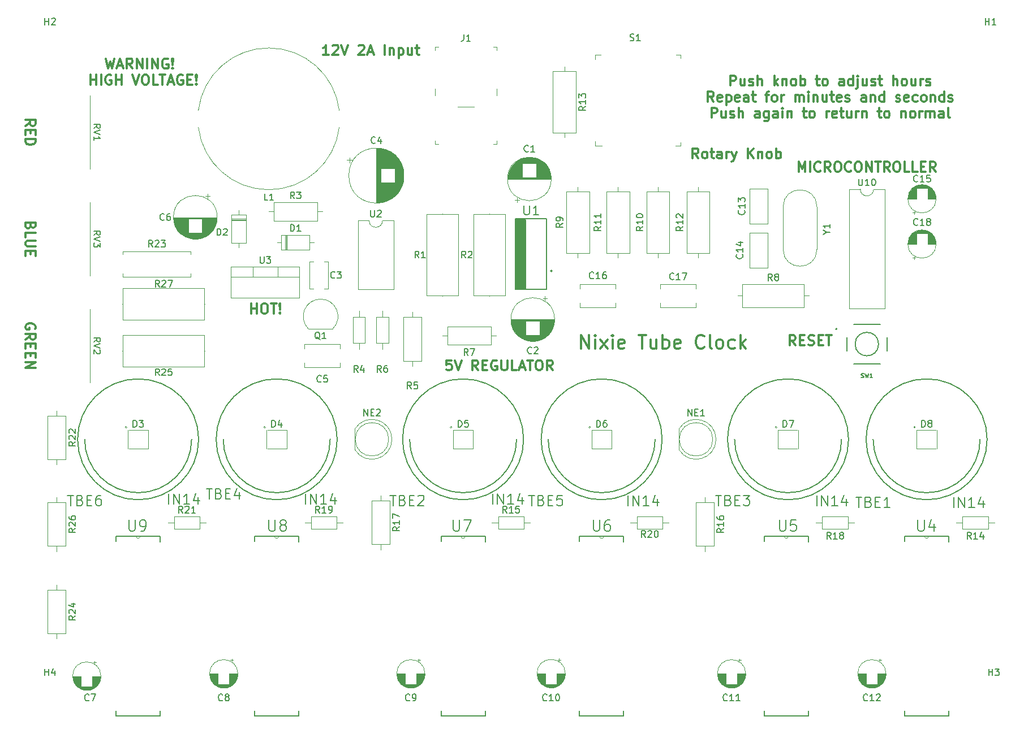
<source format=gbr>
%TF.GenerationSoftware,KiCad,Pcbnew,(6.0.4)*%
%TF.CreationDate,2022-08-22T18:12:28-05:00*%
%TF.ProjectId,Nixie Clock,4e697869-6520-4436-9c6f-636b2e6b6963,rev?*%
%TF.SameCoordinates,Original*%
%TF.FileFunction,Legend,Top*%
%TF.FilePolarity,Positive*%
%FSLAX46Y46*%
G04 Gerber Fmt 4.6, Leading zero omitted, Abs format (unit mm)*
G04 Created by KiCad (PCBNEW (6.0.4)) date 2022-08-22 18:12:28*
%MOMM*%
%LPD*%
G01*
G04 APERTURE LIST*
%ADD10C,0.150000*%
%ADD11C,0.300000*%
%ADD12C,0.152400*%
%ADD13C,0.100000*%
%ADD14C,0.120000*%
%ADD15C,0.127000*%
%ADD16C,0.200000*%
G04 APERTURE END LIST*
D10*
X151200000Y-74400000D02*
X149640000Y-74400000D01*
X149640000Y-74400000D02*
X149640000Y-84770000D01*
X149640000Y-84770000D02*
X151200000Y-84770000D01*
X151200000Y-84770000D02*
X151200000Y-74400000D01*
G36*
X151200000Y-74400000D02*
G01*
X149640000Y-74400000D01*
X149640000Y-84770000D01*
X151200000Y-84770000D01*
X151200000Y-74400000D01*
G37*
D11*
X121750000Y-49678571D02*
X120892857Y-49678571D01*
X121321428Y-49678571D02*
X121321428Y-48178571D01*
X121178571Y-48392857D01*
X121035714Y-48535714D01*
X120892857Y-48607142D01*
X122321428Y-48321428D02*
X122392857Y-48250000D01*
X122535714Y-48178571D01*
X122892857Y-48178571D01*
X123035714Y-48250000D01*
X123107142Y-48321428D01*
X123178571Y-48464285D01*
X123178571Y-48607142D01*
X123107142Y-48821428D01*
X122250000Y-49678571D01*
X123178571Y-49678571D01*
X123607142Y-48178571D02*
X124107142Y-49678571D01*
X124607142Y-48178571D01*
X126178571Y-48321428D02*
X126250000Y-48250000D01*
X126392857Y-48178571D01*
X126750000Y-48178571D01*
X126892857Y-48250000D01*
X126964285Y-48321428D01*
X127035714Y-48464285D01*
X127035714Y-48607142D01*
X126964285Y-48821428D01*
X126107142Y-49678571D01*
X127035714Y-49678571D01*
X127607142Y-49250000D02*
X128321428Y-49250000D01*
X127464285Y-49678571D02*
X127964285Y-48178571D01*
X128464285Y-49678571D01*
X130107142Y-49678571D02*
X130107142Y-48178571D01*
X130821428Y-48678571D02*
X130821428Y-49678571D01*
X130821428Y-48821428D02*
X130892857Y-48750000D01*
X131035714Y-48678571D01*
X131250000Y-48678571D01*
X131392857Y-48750000D01*
X131464285Y-48892857D01*
X131464285Y-49678571D01*
X132178571Y-48678571D02*
X132178571Y-50178571D01*
X132178571Y-48750000D02*
X132321428Y-48678571D01*
X132607142Y-48678571D01*
X132750000Y-48750000D01*
X132821428Y-48821428D01*
X132892857Y-48964285D01*
X132892857Y-49392857D01*
X132821428Y-49535714D01*
X132750000Y-49607142D01*
X132607142Y-49678571D01*
X132321428Y-49678571D01*
X132178571Y-49607142D01*
X134178571Y-48678571D02*
X134178571Y-49678571D01*
X133535714Y-48678571D02*
X133535714Y-49464285D01*
X133607142Y-49607142D01*
X133749999Y-49678571D01*
X133964285Y-49678571D01*
X134107142Y-49607142D01*
X134178571Y-49535714D01*
X134678571Y-48678571D02*
X135250000Y-48678571D01*
X134892857Y-48178571D02*
X134892857Y-49464285D01*
X134964285Y-49607142D01*
X135107142Y-49678571D01*
X135250000Y-49678571D01*
X76321428Y-60285714D02*
X77035714Y-59785714D01*
X76321428Y-59428571D02*
X77821428Y-59428571D01*
X77821428Y-60000000D01*
X77750000Y-60142857D01*
X77678571Y-60214285D01*
X77535714Y-60285714D01*
X77321428Y-60285714D01*
X77178571Y-60214285D01*
X77107142Y-60142857D01*
X77035714Y-60000000D01*
X77035714Y-59428571D01*
X77107142Y-60928571D02*
X77107142Y-61428571D01*
X76321428Y-61642857D02*
X76321428Y-60928571D01*
X77821428Y-60928571D01*
X77821428Y-61642857D01*
X76321428Y-62285714D02*
X77821428Y-62285714D01*
X77821428Y-62642857D01*
X77750000Y-62857142D01*
X77607142Y-63000000D01*
X77464285Y-63071428D01*
X77178571Y-63142857D01*
X76964285Y-63142857D01*
X76678571Y-63071428D01*
X76535714Y-63000000D01*
X76392857Y-62857142D01*
X76321428Y-62642857D01*
X76321428Y-62285714D01*
X191571428Y-93178571D02*
X191071428Y-92464285D01*
X190714285Y-93178571D02*
X190714285Y-91678571D01*
X191285714Y-91678571D01*
X191428571Y-91750000D01*
X191500000Y-91821428D01*
X191571428Y-91964285D01*
X191571428Y-92178571D01*
X191500000Y-92321428D01*
X191428571Y-92392857D01*
X191285714Y-92464285D01*
X190714285Y-92464285D01*
X192214285Y-92392857D02*
X192714285Y-92392857D01*
X192928571Y-93178571D02*
X192214285Y-93178571D01*
X192214285Y-91678571D01*
X192928571Y-91678571D01*
X193500000Y-93107142D02*
X193714285Y-93178571D01*
X194071428Y-93178571D01*
X194214285Y-93107142D01*
X194285714Y-93035714D01*
X194357142Y-92892857D01*
X194357142Y-92750000D01*
X194285714Y-92607142D01*
X194214285Y-92535714D01*
X194071428Y-92464285D01*
X193785714Y-92392857D01*
X193642857Y-92321428D01*
X193571428Y-92250000D01*
X193500000Y-92107142D01*
X193500000Y-91964285D01*
X193571428Y-91821428D01*
X193642857Y-91750000D01*
X193785714Y-91678571D01*
X194142857Y-91678571D01*
X194357142Y-91750000D01*
X195000000Y-92392857D02*
X195500000Y-92392857D01*
X195714285Y-93178571D02*
X195000000Y-93178571D01*
X195000000Y-91678571D01*
X195714285Y-91678571D01*
X196142857Y-91678571D02*
X197000000Y-91678571D01*
X196571428Y-93178571D02*
X196571428Y-91678571D01*
X159511904Y-93654761D02*
X159511904Y-91654761D01*
X160654761Y-93654761D01*
X160654761Y-91654761D01*
X161607142Y-93654761D02*
X161607142Y-92321428D01*
X161607142Y-91654761D02*
X161511904Y-91750000D01*
X161607142Y-91845238D01*
X161702380Y-91750000D01*
X161607142Y-91654761D01*
X161607142Y-91845238D01*
X162369047Y-93654761D02*
X163416666Y-92321428D01*
X162369047Y-92321428D02*
X163416666Y-93654761D01*
X164178571Y-93654761D02*
X164178571Y-92321428D01*
X164178571Y-91654761D02*
X164083333Y-91750000D01*
X164178571Y-91845238D01*
X164273809Y-91750000D01*
X164178571Y-91654761D01*
X164178571Y-91845238D01*
X165892857Y-93559523D02*
X165702380Y-93654761D01*
X165321428Y-93654761D01*
X165130952Y-93559523D01*
X165035714Y-93369047D01*
X165035714Y-92607142D01*
X165130952Y-92416666D01*
X165321428Y-92321428D01*
X165702380Y-92321428D01*
X165892857Y-92416666D01*
X165988095Y-92607142D01*
X165988095Y-92797619D01*
X165035714Y-92988095D01*
X168083333Y-91654761D02*
X169226190Y-91654761D01*
X168654761Y-93654761D02*
X168654761Y-91654761D01*
X170750000Y-92321428D02*
X170750000Y-93654761D01*
X169892857Y-92321428D02*
X169892857Y-93369047D01*
X169988095Y-93559523D01*
X170178571Y-93654761D01*
X170464285Y-93654761D01*
X170654761Y-93559523D01*
X170750000Y-93464285D01*
X171702380Y-93654761D02*
X171702380Y-91654761D01*
X171702380Y-92416666D02*
X171892857Y-92321428D01*
X172273809Y-92321428D01*
X172464285Y-92416666D01*
X172559523Y-92511904D01*
X172654761Y-92702380D01*
X172654761Y-93273809D01*
X172559523Y-93464285D01*
X172464285Y-93559523D01*
X172273809Y-93654761D01*
X171892857Y-93654761D01*
X171702380Y-93559523D01*
X174273809Y-93559523D02*
X174083333Y-93654761D01*
X173702380Y-93654761D01*
X173511904Y-93559523D01*
X173416666Y-93369047D01*
X173416666Y-92607142D01*
X173511904Y-92416666D01*
X173702380Y-92321428D01*
X174083333Y-92321428D01*
X174273809Y-92416666D01*
X174369047Y-92607142D01*
X174369047Y-92797619D01*
X173416666Y-92988095D01*
X177892857Y-93464285D02*
X177797619Y-93559523D01*
X177511904Y-93654761D01*
X177321428Y-93654761D01*
X177035714Y-93559523D01*
X176845238Y-93369047D01*
X176750000Y-93178571D01*
X176654761Y-92797619D01*
X176654761Y-92511904D01*
X176750000Y-92130952D01*
X176845238Y-91940476D01*
X177035714Y-91750000D01*
X177321428Y-91654761D01*
X177511904Y-91654761D01*
X177797619Y-91750000D01*
X177892857Y-91845238D01*
X179035714Y-93654761D02*
X178845238Y-93559523D01*
X178750000Y-93369047D01*
X178750000Y-91654761D01*
X180083333Y-93654761D02*
X179892857Y-93559523D01*
X179797619Y-93464285D01*
X179702380Y-93273809D01*
X179702380Y-92702380D01*
X179797619Y-92511904D01*
X179892857Y-92416666D01*
X180083333Y-92321428D01*
X180369047Y-92321428D01*
X180559523Y-92416666D01*
X180654761Y-92511904D01*
X180750000Y-92702380D01*
X180750000Y-93273809D01*
X180654761Y-93464285D01*
X180559523Y-93559523D01*
X180369047Y-93654761D01*
X180083333Y-93654761D01*
X182464285Y-93559523D02*
X182273809Y-93654761D01*
X181892857Y-93654761D01*
X181702380Y-93559523D01*
X181607142Y-93464285D01*
X181511904Y-93273809D01*
X181511904Y-92702380D01*
X181607142Y-92511904D01*
X181702380Y-92416666D01*
X181892857Y-92321428D01*
X182273809Y-92321428D01*
X182464285Y-92416666D01*
X183321428Y-93654761D02*
X183321428Y-91654761D01*
X183511904Y-92892857D02*
X184083333Y-93654761D01*
X184083333Y-92321428D02*
X183321428Y-93083333D01*
X181821428Y-54263571D02*
X181821428Y-52763571D01*
X182392857Y-52763571D01*
X182535714Y-52835000D01*
X182607142Y-52906428D01*
X182678571Y-53049285D01*
X182678571Y-53263571D01*
X182607142Y-53406428D01*
X182535714Y-53477857D01*
X182392857Y-53549285D01*
X181821428Y-53549285D01*
X183964285Y-53263571D02*
X183964285Y-54263571D01*
X183321428Y-53263571D02*
X183321428Y-54049285D01*
X183392857Y-54192142D01*
X183535714Y-54263571D01*
X183750000Y-54263571D01*
X183892857Y-54192142D01*
X183964285Y-54120714D01*
X184607142Y-54192142D02*
X184750000Y-54263571D01*
X185035714Y-54263571D01*
X185178571Y-54192142D01*
X185250000Y-54049285D01*
X185250000Y-53977857D01*
X185178571Y-53835000D01*
X185035714Y-53763571D01*
X184821428Y-53763571D01*
X184678571Y-53692142D01*
X184607142Y-53549285D01*
X184607142Y-53477857D01*
X184678571Y-53335000D01*
X184821428Y-53263571D01*
X185035714Y-53263571D01*
X185178571Y-53335000D01*
X185892857Y-54263571D02*
X185892857Y-52763571D01*
X186535714Y-54263571D02*
X186535714Y-53477857D01*
X186464285Y-53335000D01*
X186321428Y-53263571D01*
X186107142Y-53263571D01*
X185964285Y-53335000D01*
X185892857Y-53406428D01*
X188392857Y-54263571D02*
X188392857Y-52763571D01*
X188535714Y-53692142D02*
X188964285Y-54263571D01*
X188964285Y-53263571D02*
X188392857Y-53835000D01*
X189607142Y-53263571D02*
X189607142Y-54263571D01*
X189607142Y-53406428D02*
X189678571Y-53335000D01*
X189821428Y-53263571D01*
X190035714Y-53263571D01*
X190178571Y-53335000D01*
X190250000Y-53477857D01*
X190250000Y-54263571D01*
X191178571Y-54263571D02*
X191035714Y-54192142D01*
X190964285Y-54120714D01*
X190892857Y-53977857D01*
X190892857Y-53549285D01*
X190964285Y-53406428D01*
X191035714Y-53335000D01*
X191178571Y-53263571D01*
X191392857Y-53263571D01*
X191535714Y-53335000D01*
X191607142Y-53406428D01*
X191678571Y-53549285D01*
X191678571Y-53977857D01*
X191607142Y-54120714D01*
X191535714Y-54192142D01*
X191392857Y-54263571D01*
X191178571Y-54263571D01*
X192321428Y-54263571D02*
X192321428Y-52763571D01*
X192321428Y-53335000D02*
X192464285Y-53263571D01*
X192750000Y-53263571D01*
X192892857Y-53335000D01*
X192964285Y-53406428D01*
X193035714Y-53549285D01*
X193035714Y-53977857D01*
X192964285Y-54120714D01*
X192892857Y-54192142D01*
X192750000Y-54263571D01*
X192464285Y-54263571D01*
X192321428Y-54192142D01*
X194607142Y-53263571D02*
X195178571Y-53263571D01*
X194821428Y-52763571D02*
X194821428Y-54049285D01*
X194892857Y-54192142D01*
X195035714Y-54263571D01*
X195178571Y-54263571D01*
X195892857Y-54263571D02*
X195749999Y-54192142D01*
X195678571Y-54120714D01*
X195607142Y-53977857D01*
X195607142Y-53549285D01*
X195678571Y-53406428D01*
X195749999Y-53335000D01*
X195892857Y-53263571D01*
X196107142Y-53263571D01*
X196249999Y-53335000D01*
X196321428Y-53406428D01*
X196392857Y-53549285D01*
X196392857Y-53977857D01*
X196321428Y-54120714D01*
X196249999Y-54192142D01*
X196107142Y-54263571D01*
X195892857Y-54263571D01*
X198821428Y-54263571D02*
X198821428Y-53477857D01*
X198749999Y-53335000D01*
X198607142Y-53263571D01*
X198321428Y-53263571D01*
X198178571Y-53335000D01*
X198821428Y-54192142D02*
X198678571Y-54263571D01*
X198321428Y-54263571D01*
X198178571Y-54192142D01*
X198107142Y-54049285D01*
X198107142Y-53906428D01*
X198178571Y-53763571D01*
X198321428Y-53692142D01*
X198678571Y-53692142D01*
X198821428Y-53620714D01*
X200178571Y-54263571D02*
X200178571Y-52763571D01*
X200178571Y-54192142D02*
X200035714Y-54263571D01*
X199749999Y-54263571D01*
X199607142Y-54192142D01*
X199535714Y-54120714D01*
X199464285Y-53977857D01*
X199464285Y-53549285D01*
X199535714Y-53406428D01*
X199607142Y-53335000D01*
X199749999Y-53263571D01*
X200035714Y-53263571D01*
X200178571Y-53335000D01*
X200892857Y-53263571D02*
X200892857Y-54549285D01*
X200821428Y-54692142D01*
X200678571Y-54763571D01*
X200607142Y-54763571D01*
X200892857Y-52763571D02*
X200821428Y-52835000D01*
X200892857Y-52906428D01*
X200964285Y-52835000D01*
X200892857Y-52763571D01*
X200892857Y-52906428D01*
X202249999Y-53263571D02*
X202249999Y-54263571D01*
X201607142Y-53263571D02*
X201607142Y-54049285D01*
X201678571Y-54192142D01*
X201821428Y-54263571D01*
X202035714Y-54263571D01*
X202178571Y-54192142D01*
X202249999Y-54120714D01*
X202892857Y-54192142D02*
X203035714Y-54263571D01*
X203321428Y-54263571D01*
X203464285Y-54192142D01*
X203535714Y-54049285D01*
X203535714Y-53977857D01*
X203464285Y-53835000D01*
X203321428Y-53763571D01*
X203107142Y-53763571D01*
X202964285Y-53692142D01*
X202892857Y-53549285D01*
X202892857Y-53477857D01*
X202964285Y-53335000D01*
X203107142Y-53263571D01*
X203321428Y-53263571D01*
X203464285Y-53335000D01*
X203964285Y-53263571D02*
X204535714Y-53263571D01*
X204178571Y-52763571D02*
X204178571Y-54049285D01*
X204249999Y-54192142D01*
X204392857Y-54263571D01*
X204535714Y-54263571D01*
X206178571Y-54263571D02*
X206178571Y-52763571D01*
X206821428Y-54263571D02*
X206821428Y-53477857D01*
X206749999Y-53335000D01*
X206607142Y-53263571D01*
X206392857Y-53263571D01*
X206249999Y-53335000D01*
X206178571Y-53406428D01*
X207749999Y-54263571D02*
X207607142Y-54192142D01*
X207535714Y-54120714D01*
X207464285Y-53977857D01*
X207464285Y-53549285D01*
X207535714Y-53406428D01*
X207607142Y-53335000D01*
X207749999Y-53263571D01*
X207964285Y-53263571D01*
X208107142Y-53335000D01*
X208178571Y-53406428D01*
X208249999Y-53549285D01*
X208249999Y-53977857D01*
X208178571Y-54120714D01*
X208107142Y-54192142D01*
X207964285Y-54263571D01*
X207749999Y-54263571D01*
X209535714Y-53263571D02*
X209535714Y-54263571D01*
X208892857Y-53263571D02*
X208892857Y-54049285D01*
X208964285Y-54192142D01*
X209107142Y-54263571D01*
X209321428Y-54263571D01*
X209464285Y-54192142D01*
X209535714Y-54120714D01*
X210250000Y-54263571D02*
X210250000Y-53263571D01*
X210250000Y-53549285D02*
X210321428Y-53406428D01*
X210392857Y-53335000D01*
X210535714Y-53263571D01*
X210678571Y-53263571D01*
X211107142Y-54192142D02*
X211250000Y-54263571D01*
X211535714Y-54263571D01*
X211678571Y-54192142D01*
X211750000Y-54049285D01*
X211750000Y-53977857D01*
X211678571Y-53835000D01*
X211535714Y-53763571D01*
X211321428Y-53763571D01*
X211178571Y-53692142D01*
X211107142Y-53549285D01*
X211107142Y-53477857D01*
X211178571Y-53335000D01*
X211321428Y-53263571D01*
X211535714Y-53263571D01*
X211678571Y-53335000D01*
X179321428Y-56678571D02*
X178821428Y-55964285D01*
X178464285Y-56678571D02*
X178464285Y-55178571D01*
X179035714Y-55178571D01*
X179178571Y-55250000D01*
X179250000Y-55321428D01*
X179321428Y-55464285D01*
X179321428Y-55678571D01*
X179250000Y-55821428D01*
X179178571Y-55892857D01*
X179035714Y-55964285D01*
X178464285Y-55964285D01*
X180535714Y-56607142D02*
X180392857Y-56678571D01*
X180107142Y-56678571D01*
X179964285Y-56607142D01*
X179892857Y-56464285D01*
X179892857Y-55892857D01*
X179964285Y-55750000D01*
X180107142Y-55678571D01*
X180392857Y-55678571D01*
X180535714Y-55750000D01*
X180607142Y-55892857D01*
X180607142Y-56035714D01*
X179892857Y-56178571D01*
X181250000Y-55678571D02*
X181250000Y-57178571D01*
X181250000Y-55750000D02*
X181392857Y-55678571D01*
X181678571Y-55678571D01*
X181821428Y-55750000D01*
X181892857Y-55821428D01*
X181964285Y-55964285D01*
X181964285Y-56392857D01*
X181892857Y-56535714D01*
X181821428Y-56607142D01*
X181678571Y-56678571D01*
X181392857Y-56678571D01*
X181250000Y-56607142D01*
X183178571Y-56607142D02*
X183035714Y-56678571D01*
X182750000Y-56678571D01*
X182607142Y-56607142D01*
X182535714Y-56464285D01*
X182535714Y-55892857D01*
X182607142Y-55750000D01*
X182750000Y-55678571D01*
X183035714Y-55678571D01*
X183178571Y-55750000D01*
X183250000Y-55892857D01*
X183250000Y-56035714D01*
X182535714Y-56178571D01*
X184535714Y-56678571D02*
X184535714Y-55892857D01*
X184464285Y-55750000D01*
X184321428Y-55678571D01*
X184035714Y-55678571D01*
X183892857Y-55750000D01*
X184535714Y-56607142D02*
X184392857Y-56678571D01*
X184035714Y-56678571D01*
X183892857Y-56607142D01*
X183821428Y-56464285D01*
X183821428Y-56321428D01*
X183892857Y-56178571D01*
X184035714Y-56107142D01*
X184392857Y-56107142D01*
X184535714Y-56035714D01*
X185035714Y-55678571D02*
X185607142Y-55678571D01*
X185250000Y-55178571D02*
X185250000Y-56464285D01*
X185321428Y-56607142D01*
X185464285Y-56678571D01*
X185607142Y-56678571D01*
X187035714Y-55678571D02*
X187607142Y-55678571D01*
X187250000Y-56678571D02*
X187250000Y-55392857D01*
X187321428Y-55250000D01*
X187464285Y-55178571D01*
X187607142Y-55178571D01*
X188321428Y-56678571D02*
X188178571Y-56607142D01*
X188107142Y-56535714D01*
X188035714Y-56392857D01*
X188035714Y-55964285D01*
X188107142Y-55821428D01*
X188178571Y-55750000D01*
X188321428Y-55678571D01*
X188535714Y-55678571D01*
X188678571Y-55750000D01*
X188750000Y-55821428D01*
X188821428Y-55964285D01*
X188821428Y-56392857D01*
X188750000Y-56535714D01*
X188678571Y-56607142D01*
X188535714Y-56678571D01*
X188321428Y-56678571D01*
X189464285Y-56678571D02*
X189464285Y-55678571D01*
X189464285Y-55964285D02*
X189535714Y-55821428D01*
X189607142Y-55750000D01*
X189750000Y-55678571D01*
X189892857Y-55678571D01*
X191535714Y-56678571D02*
X191535714Y-55678571D01*
X191535714Y-55821428D02*
X191607142Y-55750000D01*
X191750000Y-55678571D01*
X191964285Y-55678571D01*
X192107142Y-55750000D01*
X192178571Y-55892857D01*
X192178571Y-56678571D01*
X192178571Y-55892857D02*
X192250000Y-55750000D01*
X192392857Y-55678571D01*
X192607142Y-55678571D01*
X192750000Y-55750000D01*
X192821428Y-55892857D01*
X192821428Y-56678571D01*
X193535714Y-56678571D02*
X193535714Y-55678571D01*
X193535714Y-55178571D02*
X193464285Y-55250000D01*
X193535714Y-55321428D01*
X193607142Y-55250000D01*
X193535714Y-55178571D01*
X193535714Y-55321428D01*
X194250000Y-55678571D02*
X194250000Y-56678571D01*
X194250000Y-55821428D02*
X194321428Y-55750000D01*
X194464285Y-55678571D01*
X194678571Y-55678571D01*
X194821428Y-55750000D01*
X194892857Y-55892857D01*
X194892857Y-56678571D01*
X196250000Y-55678571D02*
X196250000Y-56678571D01*
X195607142Y-55678571D02*
X195607142Y-56464285D01*
X195678571Y-56607142D01*
X195821428Y-56678571D01*
X196035714Y-56678571D01*
X196178571Y-56607142D01*
X196250000Y-56535714D01*
X196750000Y-55678571D02*
X197321428Y-55678571D01*
X196964285Y-55178571D02*
X196964285Y-56464285D01*
X197035714Y-56607142D01*
X197178571Y-56678571D01*
X197321428Y-56678571D01*
X198392857Y-56607142D02*
X198250000Y-56678571D01*
X197964285Y-56678571D01*
X197821428Y-56607142D01*
X197750000Y-56464285D01*
X197750000Y-55892857D01*
X197821428Y-55750000D01*
X197964285Y-55678571D01*
X198250000Y-55678571D01*
X198392857Y-55750000D01*
X198464285Y-55892857D01*
X198464285Y-56035714D01*
X197750000Y-56178571D01*
X199035714Y-56607142D02*
X199178571Y-56678571D01*
X199464285Y-56678571D01*
X199607142Y-56607142D01*
X199678571Y-56464285D01*
X199678571Y-56392857D01*
X199607142Y-56250000D01*
X199464285Y-56178571D01*
X199250000Y-56178571D01*
X199107142Y-56107142D01*
X199035714Y-55964285D01*
X199035714Y-55892857D01*
X199107142Y-55750000D01*
X199250000Y-55678571D01*
X199464285Y-55678571D01*
X199607142Y-55750000D01*
X202107142Y-56678571D02*
X202107142Y-55892857D01*
X202035714Y-55750000D01*
X201892857Y-55678571D01*
X201607142Y-55678571D01*
X201464285Y-55750000D01*
X202107142Y-56607142D02*
X201964285Y-56678571D01*
X201607142Y-56678571D01*
X201464285Y-56607142D01*
X201392857Y-56464285D01*
X201392857Y-56321428D01*
X201464285Y-56178571D01*
X201607142Y-56107142D01*
X201964285Y-56107142D01*
X202107142Y-56035714D01*
X202821428Y-55678571D02*
X202821428Y-56678571D01*
X202821428Y-55821428D02*
X202892857Y-55750000D01*
X203035714Y-55678571D01*
X203250000Y-55678571D01*
X203392857Y-55750000D01*
X203464285Y-55892857D01*
X203464285Y-56678571D01*
X204821428Y-56678571D02*
X204821428Y-55178571D01*
X204821428Y-56607142D02*
X204678571Y-56678571D01*
X204392857Y-56678571D01*
X204250000Y-56607142D01*
X204178571Y-56535714D01*
X204107142Y-56392857D01*
X204107142Y-55964285D01*
X204178571Y-55821428D01*
X204250000Y-55750000D01*
X204392857Y-55678571D01*
X204678571Y-55678571D01*
X204821428Y-55750000D01*
X206607142Y-56607142D02*
X206750000Y-56678571D01*
X207035714Y-56678571D01*
X207178571Y-56607142D01*
X207250000Y-56464285D01*
X207250000Y-56392857D01*
X207178571Y-56250000D01*
X207035714Y-56178571D01*
X206821428Y-56178571D01*
X206678571Y-56107142D01*
X206607142Y-55964285D01*
X206607142Y-55892857D01*
X206678571Y-55750000D01*
X206821428Y-55678571D01*
X207035714Y-55678571D01*
X207178571Y-55750000D01*
X208464285Y-56607142D02*
X208321428Y-56678571D01*
X208035714Y-56678571D01*
X207892857Y-56607142D01*
X207821428Y-56464285D01*
X207821428Y-55892857D01*
X207892857Y-55750000D01*
X208035714Y-55678571D01*
X208321428Y-55678571D01*
X208464285Y-55750000D01*
X208535714Y-55892857D01*
X208535714Y-56035714D01*
X207821428Y-56178571D01*
X209821428Y-56607142D02*
X209678571Y-56678571D01*
X209392857Y-56678571D01*
X209250000Y-56607142D01*
X209178571Y-56535714D01*
X209107142Y-56392857D01*
X209107142Y-55964285D01*
X209178571Y-55821428D01*
X209250000Y-55750000D01*
X209392857Y-55678571D01*
X209678571Y-55678571D01*
X209821428Y-55750000D01*
X210678571Y-56678571D02*
X210535714Y-56607142D01*
X210464285Y-56535714D01*
X210392857Y-56392857D01*
X210392857Y-55964285D01*
X210464285Y-55821428D01*
X210535714Y-55750000D01*
X210678571Y-55678571D01*
X210892857Y-55678571D01*
X211035714Y-55750000D01*
X211107142Y-55821428D01*
X211178571Y-55964285D01*
X211178571Y-56392857D01*
X211107142Y-56535714D01*
X211035714Y-56607142D01*
X210892857Y-56678571D01*
X210678571Y-56678571D01*
X211821428Y-55678571D02*
X211821428Y-56678571D01*
X211821428Y-55821428D02*
X211892857Y-55750000D01*
X212035714Y-55678571D01*
X212250000Y-55678571D01*
X212392857Y-55750000D01*
X212464285Y-55892857D01*
X212464285Y-56678571D01*
X213821428Y-56678571D02*
X213821428Y-55178571D01*
X213821428Y-56607142D02*
X213678571Y-56678571D01*
X213392857Y-56678571D01*
X213250000Y-56607142D01*
X213178571Y-56535714D01*
X213107142Y-56392857D01*
X213107142Y-55964285D01*
X213178571Y-55821428D01*
X213250000Y-55750000D01*
X213392857Y-55678571D01*
X213678571Y-55678571D01*
X213821428Y-55750000D01*
X214464285Y-56607142D02*
X214607142Y-56678571D01*
X214892857Y-56678571D01*
X215035714Y-56607142D01*
X215107142Y-56464285D01*
X215107142Y-56392857D01*
X215035714Y-56250000D01*
X214892857Y-56178571D01*
X214678571Y-56178571D01*
X214535714Y-56107142D01*
X214464285Y-55964285D01*
X214464285Y-55892857D01*
X214535714Y-55750000D01*
X214678571Y-55678571D01*
X214892857Y-55678571D01*
X215035714Y-55750000D01*
X179000000Y-59093571D02*
X179000000Y-57593571D01*
X179571428Y-57593571D01*
X179714285Y-57665000D01*
X179785714Y-57736428D01*
X179857142Y-57879285D01*
X179857142Y-58093571D01*
X179785714Y-58236428D01*
X179714285Y-58307857D01*
X179571428Y-58379285D01*
X179000000Y-58379285D01*
X181142857Y-58093571D02*
X181142857Y-59093571D01*
X180500000Y-58093571D02*
X180500000Y-58879285D01*
X180571428Y-59022142D01*
X180714285Y-59093571D01*
X180928571Y-59093571D01*
X181071428Y-59022142D01*
X181142857Y-58950714D01*
X181785714Y-59022142D02*
X181928571Y-59093571D01*
X182214285Y-59093571D01*
X182357142Y-59022142D01*
X182428571Y-58879285D01*
X182428571Y-58807857D01*
X182357142Y-58665000D01*
X182214285Y-58593571D01*
X182000000Y-58593571D01*
X181857142Y-58522142D01*
X181785714Y-58379285D01*
X181785714Y-58307857D01*
X181857142Y-58165000D01*
X182000000Y-58093571D01*
X182214285Y-58093571D01*
X182357142Y-58165000D01*
X183071428Y-59093571D02*
X183071428Y-57593571D01*
X183714285Y-59093571D02*
X183714285Y-58307857D01*
X183642857Y-58165000D01*
X183500000Y-58093571D01*
X183285714Y-58093571D01*
X183142857Y-58165000D01*
X183071428Y-58236428D01*
X186214285Y-59093571D02*
X186214285Y-58307857D01*
X186142857Y-58165000D01*
X186000000Y-58093571D01*
X185714285Y-58093571D01*
X185571428Y-58165000D01*
X186214285Y-59022142D02*
X186071428Y-59093571D01*
X185714285Y-59093571D01*
X185571428Y-59022142D01*
X185500000Y-58879285D01*
X185500000Y-58736428D01*
X185571428Y-58593571D01*
X185714285Y-58522142D01*
X186071428Y-58522142D01*
X186214285Y-58450714D01*
X187571428Y-58093571D02*
X187571428Y-59307857D01*
X187500000Y-59450714D01*
X187428571Y-59522142D01*
X187285714Y-59593571D01*
X187071428Y-59593571D01*
X186928571Y-59522142D01*
X187571428Y-59022142D02*
X187428571Y-59093571D01*
X187142857Y-59093571D01*
X187000000Y-59022142D01*
X186928571Y-58950714D01*
X186857142Y-58807857D01*
X186857142Y-58379285D01*
X186928571Y-58236428D01*
X187000000Y-58165000D01*
X187142857Y-58093571D01*
X187428571Y-58093571D01*
X187571428Y-58165000D01*
X188928571Y-59093571D02*
X188928571Y-58307857D01*
X188857142Y-58165000D01*
X188714285Y-58093571D01*
X188428571Y-58093571D01*
X188285714Y-58165000D01*
X188928571Y-59022142D02*
X188785714Y-59093571D01*
X188428571Y-59093571D01*
X188285714Y-59022142D01*
X188214285Y-58879285D01*
X188214285Y-58736428D01*
X188285714Y-58593571D01*
X188428571Y-58522142D01*
X188785714Y-58522142D01*
X188928571Y-58450714D01*
X189642857Y-59093571D02*
X189642857Y-58093571D01*
X189642857Y-57593571D02*
X189571428Y-57665000D01*
X189642857Y-57736428D01*
X189714285Y-57665000D01*
X189642857Y-57593571D01*
X189642857Y-57736428D01*
X190357142Y-58093571D02*
X190357142Y-59093571D01*
X190357142Y-58236428D02*
X190428571Y-58165000D01*
X190571428Y-58093571D01*
X190785714Y-58093571D01*
X190928571Y-58165000D01*
X191000000Y-58307857D01*
X191000000Y-59093571D01*
X192642857Y-58093571D02*
X193214285Y-58093571D01*
X192857142Y-57593571D02*
X192857142Y-58879285D01*
X192928571Y-59022142D01*
X193071428Y-59093571D01*
X193214285Y-59093571D01*
X193928571Y-59093571D02*
X193785714Y-59022142D01*
X193714285Y-58950714D01*
X193642857Y-58807857D01*
X193642857Y-58379285D01*
X193714285Y-58236428D01*
X193785714Y-58165000D01*
X193928571Y-58093571D01*
X194142857Y-58093571D01*
X194285714Y-58165000D01*
X194357142Y-58236428D01*
X194428571Y-58379285D01*
X194428571Y-58807857D01*
X194357142Y-58950714D01*
X194285714Y-59022142D01*
X194142857Y-59093571D01*
X193928571Y-59093571D01*
X196214285Y-59093571D02*
X196214285Y-58093571D01*
X196214285Y-58379285D02*
X196285714Y-58236428D01*
X196357142Y-58165000D01*
X196500000Y-58093571D01*
X196642857Y-58093571D01*
X197714285Y-59022142D02*
X197571428Y-59093571D01*
X197285714Y-59093571D01*
X197142857Y-59022142D01*
X197071428Y-58879285D01*
X197071428Y-58307857D01*
X197142857Y-58165000D01*
X197285714Y-58093571D01*
X197571428Y-58093571D01*
X197714285Y-58165000D01*
X197785714Y-58307857D01*
X197785714Y-58450714D01*
X197071428Y-58593571D01*
X198214285Y-58093571D02*
X198785714Y-58093571D01*
X198428571Y-57593571D02*
X198428571Y-58879285D01*
X198500000Y-59022142D01*
X198642857Y-59093571D01*
X198785714Y-59093571D01*
X199928571Y-58093571D02*
X199928571Y-59093571D01*
X199285714Y-58093571D02*
X199285714Y-58879285D01*
X199357142Y-59022142D01*
X199500000Y-59093571D01*
X199714285Y-59093571D01*
X199857142Y-59022142D01*
X199928571Y-58950714D01*
X200642857Y-59093571D02*
X200642857Y-58093571D01*
X200642857Y-58379285D02*
X200714285Y-58236428D01*
X200785714Y-58165000D01*
X200928571Y-58093571D01*
X201071428Y-58093571D01*
X201571428Y-58093571D02*
X201571428Y-59093571D01*
X201571428Y-58236428D02*
X201642857Y-58165000D01*
X201785714Y-58093571D01*
X202000000Y-58093571D01*
X202142857Y-58165000D01*
X202214285Y-58307857D01*
X202214285Y-59093571D01*
X203857142Y-58093571D02*
X204428571Y-58093571D01*
X204071428Y-57593571D02*
X204071428Y-58879285D01*
X204142857Y-59022142D01*
X204285714Y-59093571D01*
X204428571Y-59093571D01*
X205142857Y-59093571D02*
X205000000Y-59022142D01*
X204928571Y-58950714D01*
X204857142Y-58807857D01*
X204857142Y-58379285D01*
X204928571Y-58236428D01*
X205000000Y-58165000D01*
X205142857Y-58093571D01*
X205357142Y-58093571D01*
X205500000Y-58165000D01*
X205571428Y-58236428D01*
X205642857Y-58379285D01*
X205642857Y-58807857D01*
X205571428Y-58950714D01*
X205500000Y-59022142D01*
X205357142Y-59093571D01*
X205142857Y-59093571D01*
X207428571Y-58093571D02*
X207428571Y-59093571D01*
X207428571Y-58236428D02*
X207500000Y-58165000D01*
X207642857Y-58093571D01*
X207857142Y-58093571D01*
X208000000Y-58165000D01*
X208071428Y-58307857D01*
X208071428Y-59093571D01*
X209000000Y-59093571D02*
X208857142Y-59022142D01*
X208785714Y-58950714D01*
X208714285Y-58807857D01*
X208714285Y-58379285D01*
X208785714Y-58236428D01*
X208857142Y-58165000D01*
X209000000Y-58093571D01*
X209214285Y-58093571D01*
X209357142Y-58165000D01*
X209428571Y-58236428D01*
X209500000Y-58379285D01*
X209500000Y-58807857D01*
X209428571Y-58950714D01*
X209357142Y-59022142D01*
X209214285Y-59093571D01*
X209000000Y-59093571D01*
X210142857Y-59093571D02*
X210142857Y-58093571D01*
X210142857Y-58379285D02*
X210214285Y-58236428D01*
X210285714Y-58165000D01*
X210428571Y-58093571D01*
X210571428Y-58093571D01*
X211071428Y-59093571D02*
X211071428Y-58093571D01*
X211071428Y-58236428D02*
X211142857Y-58165000D01*
X211285714Y-58093571D01*
X211500000Y-58093571D01*
X211642857Y-58165000D01*
X211714285Y-58307857D01*
X211714285Y-59093571D01*
X211714285Y-58307857D02*
X211785714Y-58165000D01*
X211928571Y-58093571D01*
X212142857Y-58093571D01*
X212285714Y-58165000D01*
X212357142Y-58307857D01*
X212357142Y-59093571D01*
X213714285Y-59093571D02*
X213714285Y-58307857D01*
X213642857Y-58165000D01*
X213500000Y-58093571D01*
X213214285Y-58093571D01*
X213071428Y-58165000D01*
X213714285Y-59022142D02*
X213571428Y-59093571D01*
X213214285Y-59093571D01*
X213071428Y-59022142D01*
X213000000Y-58879285D01*
X213000000Y-58736428D01*
X213071428Y-58593571D01*
X213214285Y-58522142D01*
X213571428Y-58522142D01*
X213714285Y-58450714D01*
X214642857Y-59093571D02*
X214500000Y-59022142D01*
X214428571Y-58879285D01*
X214428571Y-57593571D01*
X88357142Y-50221071D02*
X88714285Y-51721071D01*
X89000000Y-50649642D01*
X89285714Y-51721071D01*
X89642857Y-50221071D01*
X90142857Y-51292500D02*
X90857142Y-51292500D01*
X90000000Y-51721071D02*
X90500000Y-50221071D01*
X91000000Y-51721071D01*
X92357142Y-51721071D02*
X91857142Y-51006785D01*
X91500000Y-51721071D02*
X91500000Y-50221071D01*
X92071428Y-50221071D01*
X92214285Y-50292500D01*
X92285714Y-50363928D01*
X92357142Y-50506785D01*
X92357142Y-50721071D01*
X92285714Y-50863928D01*
X92214285Y-50935357D01*
X92071428Y-51006785D01*
X91500000Y-51006785D01*
X93000000Y-51721071D02*
X93000000Y-50221071D01*
X93857142Y-51721071D01*
X93857142Y-50221071D01*
X94571428Y-51721071D02*
X94571428Y-50221071D01*
X95285714Y-51721071D02*
X95285714Y-50221071D01*
X96142857Y-51721071D01*
X96142857Y-50221071D01*
X97642857Y-50292500D02*
X97500000Y-50221071D01*
X97285714Y-50221071D01*
X97071428Y-50292500D01*
X96928571Y-50435357D01*
X96857142Y-50578214D01*
X96785714Y-50863928D01*
X96785714Y-51078214D01*
X96857142Y-51363928D01*
X96928571Y-51506785D01*
X97071428Y-51649642D01*
X97285714Y-51721071D01*
X97428571Y-51721071D01*
X97642857Y-51649642D01*
X97714285Y-51578214D01*
X97714285Y-51078214D01*
X97428571Y-51078214D01*
X98357142Y-51578214D02*
X98428571Y-51649642D01*
X98357142Y-51721071D01*
X98285714Y-51649642D01*
X98357142Y-51578214D01*
X98357142Y-51721071D01*
X98357142Y-51149642D02*
X98285714Y-50292500D01*
X98357142Y-50221071D01*
X98428571Y-50292500D01*
X98357142Y-51149642D01*
X98357142Y-50221071D01*
X86071428Y-54136071D02*
X86071428Y-52636071D01*
X86071428Y-53350357D02*
X86928571Y-53350357D01*
X86928571Y-54136071D02*
X86928571Y-52636071D01*
X87642857Y-54136071D02*
X87642857Y-52636071D01*
X89142857Y-52707500D02*
X89000000Y-52636071D01*
X88785714Y-52636071D01*
X88571428Y-52707500D01*
X88428571Y-52850357D01*
X88357142Y-52993214D01*
X88285714Y-53278928D01*
X88285714Y-53493214D01*
X88357142Y-53778928D01*
X88428571Y-53921785D01*
X88571428Y-54064642D01*
X88785714Y-54136071D01*
X88928571Y-54136071D01*
X89142857Y-54064642D01*
X89214285Y-53993214D01*
X89214285Y-53493214D01*
X88928571Y-53493214D01*
X89857142Y-54136071D02*
X89857142Y-52636071D01*
X89857142Y-53350357D02*
X90714285Y-53350357D01*
X90714285Y-54136071D02*
X90714285Y-52636071D01*
X92357142Y-52636071D02*
X92857142Y-54136071D01*
X93357142Y-52636071D01*
X94142857Y-52636071D02*
X94428571Y-52636071D01*
X94571428Y-52707500D01*
X94714285Y-52850357D01*
X94785714Y-53136071D01*
X94785714Y-53636071D01*
X94714285Y-53921785D01*
X94571428Y-54064642D01*
X94428571Y-54136071D01*
X94142857Y-54136071D01*
X94000000Y-54064642D01*
X93857142Y-53921785D01*
X93785714Y-53636071D01*
X93785714Y-53136071D01*
X93857142Y-52850357D01*
X94000000Y-52707500D01*
X94142857Y-52636071D01*
X96142857Y-54136071D02*
X95428571Y-54136071D01*
X95428571Y-52636071D01*
X96428571Y-52636071D02*
X97285714Y-52636071D01*
X96857142Y-54136071D02*
X96857142Y-52636071D01*
X97714285Y-53707500D02*
X98428571Y-53707500D01*
X97571428Y-54136071D02*
X98071428Y-52636071D01*
X98571428Y-54136071D01*
X99857142Y-52707500D02*
X99714285Y-52636071D01*
X99500000Y-52636071D01*
X99285714Y-52707500D01*
X99142857Y-52850357D01*
X99071428Y-52993214D01*
X99000000Y-53278928D01*
X99000000Y-53493214D01*
X99071428Y-53778928D01*
X99142857Y-53921785D01*
X99285714Y-54064642D01*
X99500000Y-54136071D01*
X99642857Y-54136071D01*
X99857142Y-54064642D01*
X99928571Y-53993214D01*
X99928571Y-53493214D01*
X99642857Y-53493214D01*
X100571428Y-53350357D02*
X101071428Y-53350357D01*
X101285714Y-54136071D02*
X100571428Y-54136071D01*
X100571428Y-52636071D01*
X101285714Y-52636071D01*
X101928571Y-53993214D02*
X102000000Y-54064642D01*
X101928571Y-54136071D01*
X101857142Y-54064642D01*
X101928571Y-53993214D01*
X101928571Y-54136071D01*
X101928571Y-53564642D02*
X101857142Y-52707500D01*
X101928571Y-52636071D01*
X102000000Y-52707500D01*
X101928571Y-53564642D01*
X101928571Y-52636071D01*
X110107142Y-88428571D02*
X110107142Y-86928571D01*
X110107142Y-87642857D02*
X110964285Y-87642857D01*
X110964285Y-88428571D02*
X110964285Y-86928571D01*
X111964285Y-86928571D02*
X112250000Y-86928571D01*
X112392857Y-87000000D01*
X112535714Y-87142857D01*
X112607142Y-87428571D01*
X112607142Y-87928571D01*
X112535714Y-88214285D01*
X112392857Y-88357142D01*
X112250000Y-88428571D01*
X111964285Y-88428571D01*
X111821428Y-88357142D01*
X111678571Y-88214285D01*
X111607142Y-87928571D01*
X111607142Y-87428571D01*
X111678571Y-87142857D01*
X111821428Y-87000000D01*
X111964285Y-86928571D01*
X113035714Y-86928571D02*
X113892857Y-86928571D01*
X113464285Y-88428571D02*
X113464285Y-86928571D01*
X114392857Y-88285714D02*
X114464285Y-88357142D01*
X114392857Y-88428571D01*
X114321428Y-88357142D01*
X114392857Y-88285714D01*
X114392857Y-88428571D01*
X114392857Y-87857142D02*
X114321428Y-87000000D01*
X114392857Y-86928571D01*
X114464285Y-87000000D01*
X114392857Y-87857142D01*
X114392857Y-86928571D01*
X177035714Y-65178571D02*
X176535714Y-64464285D01*
X176178571Y-65178571D02*
X176178571Y-63678571D01*
X176750000Y-63678571D01*
X176892857Y-63750000D01*
X176964285Y-63821428D01*
X177035714Y-63964285D01*
X177035714Y-64178571D01*
X176964285Y-64321428D01*
X176892857Y-64392857D01*
X176750000Y-64464285D01*
X176178571Y-64464285D01*
X177892857Y-65178571D02*
X177750000Y-65107142D01*
X177678571Y-65035714D01*
X177607142Y-64892857D01*
X177607142Y-64464285D01*
X177678571Y-64321428D01*
X177750000Y-64250000D01*
X177892857Y-64178571D01*
X178107142Y-64178571D01*
X178250000Y-64250000D01*
X178321428Y-64321428D01*
X178392857Y-64464285D01*
X178392857Y-64892857D01*
X178321428Y-65035714D01*
X178250000Y-65107142D01*
X178107142Y-65178571D01*
X177892857Y-65178571D01*
X178821428Y-64178571D02*
X179392857Y-64178571D01*
X179035714Y-63678571D02*
X179035714Y-64964285D01*
X179107142Y-65107142D01*
X179250000Y-65178571D01*
X179392857Y-65178571D01*
X180535714Y-65178571D02*
X180535714Y-64392857D01*
X180464285Y-64250000D01*
X180321428Y-64178571D01*
X180035714Y-64178571D01*
X179892857Y-64250000D01*
X180535714Y-65107142D02*
X180392857Y-65178571D01*
X180035714Y-65178571D01*
X179892857Y-65107142D01*
X179821428Y-64964285D01*
X179821428Y-64821428D01*
X179892857Y-64678571D01*
X180035714Y-64607142D01*
X180392857Y-64607142D01*
X180535714Y-64535714D01*
X181250000Y-65178571D02*
X181250000Y-64178571D01*
X181250000Y-64464285D02*
X181321428Y-64321428D01*
X181392857Y-64250000D01*
X181535714Y-64178571D01*
X181678571Y-64178571D01*
X182035714Y-64178571D02*
X182392857Y-65178571D01*
X182750000Y-64178571D02*
X182392857Y-65178571D01*
X182250000Y-65535714D01*
X182178571Y-65607142D01*
X182035714Y-65678571D01*
X184464285Y-65178571D02*
X184464285Y-63678571D01*
X185321428Y-65178571D02*
X184678571Y-64321428D01*
X185321428Y-63678571D02*
X184464285Y-64535714D01*
X185964285Y-64178571D02*
X185964285Y-65178571D01*
X185964285Y-64321428D02*
X186035714Y-64250000D01*
X186178571Y-64178571D01*
X186392857Y-64178571D01*
X186535714Y-64250000D01*
X186607142Y-64392857D01*
X186607142Y-65178571D01*
X187535714Y-65178571D02*
X187392857Y-65107142D01*
X187321428Y-65035714D01*
X187250000Y-64892857D01*
X187250000Y-64464285D01*
X187321428Y-64321428D01*
X187392857Y-64250000D01*
X187535714Y-64178571D01*
X187750000Y-64178571D01*
X187892857Y-64250000D01*
X187964285Y-64321428D01*
X188035714Y-64464285D01*
X188035714Y-64892857D01*
X187964285Y-65035714D01*
X187892857Y-65107142D01*
X187750000Y-65178571D01*
X187535714Y-65178571D01*
X188678571Y-65178571D02*
X188678571Y-63678571D01*
X188678571Y-64250000D02*
X188821428Y-64178571D01*
X189107142Y-64178571D01*
X189250000Y-64250000D01*
X189321428Y-64321428D01*
X189392857Y-64464285D01*
X189392857Y-64892857D01*
X189321428Y-65035714D01*
X189250000Y-65107142D01*
X189107142Y-65178571D01*
X188821428Y-65178571D01*
X188678571Y-65107142D01*
X192037214Y-67178571D02*
X192037214Y-65678571D01*
X192537214Y-66750000D01*
X193037214Y-65678571D01*
X193037214Y-67178571D01*
X193751500Y-67178571D02*
X193751500Y-65678571D01*
X195322928Y-67035714D02*
X195251500Y-67107142D01*
X195037214Y-67178571D01*
X194894357Y-67178571D01*
X194680071Y-67107142D01*
X194537214Y-66964285D01*
X194465785Y-66821428D01*
X194394357Y-66535714D01*
X194394357Y-66321428D01*
X194465785Y-66035714D01*
X194537214Y-65892857D01*
X194680071Y-65750000D01*
X194894357Y-65678571D01*
X195037214Y-65678571D01*
X195251500Y-65750000D01*
X195322928Y-65821428D01*
X196822928Y-67178571D02*
X196322928Y-66464285D01*
X195965785Y-67178571D02*
X195965785Y-65678571D01*
X196537214Y-65678571D01*
X196680071Y-65750000D01*
X196751500Y-65821428D01*
X196822928Y-65964285D01*
X196822928Y-66178571D01*
X196751500Y-66321428D01*
X196680071Y-66392857D01*
X196537214Y-66464285D01*
X195965785Y-66464285D01*
X197751500Y-65678571D02*
X198037214Y-65678571D01*
X198180071Y-65750000D01*
X198322928Y-65892857D01*
X198394357Y-66178571D01*
X198394357Y-66678571D01*
X198322928Y-66964285D01*
X198180071Y-67107142D01*
X198037214Y-67178571D01*
X197751500Y-67178571D01*
X197608642Y-67107142D01*
X197465785Y-66964285D01*
X197394357Y-66678571D01*
X197394357Y-66178571D01*
X197465785Y-65892857D01*
X197608642Y-65750000D01*
X197751500Y-65678571D01*
X199894357Y-67035714D02*
X199822928Y-67107142D01*
X199608642Y-67178571D01*
X199465785Y-67178571D01*
X199251500Y-67107142D01*
X199108642Y-66964285D01*
X199037214Y-66821428D01*
X198965785Y-66535714D01*
X198965785Y-66321428D01*
X199037214Y-66035714D01*
X199108642Y-65892857D01*
X199251500Y-65750000D01*
X199465785Y-65678571D01*
X199608642Y-65678571D01*
X199822928Y-65750000D01*
X199894357Y-65821428D01*
X200822928Y-65678571D02*
X201108642Y-65678571D01*
X201251500Y-65750000D01*
X201394357Y-65892857D01*
X201465785Y-66178571D01*
X201465785Y-66678571D01*
X201394357Y-66964285D01*
X201251500Y-67107142D01*
X201108642Y-67178571D01*
X200822928Y-67178571D01*
X200680071Y-67107142D01*
X200537214Y-66964285D01*
X200465785Y-66678571D01*
X200465785Y-66178571D01*
X200537214Y-65892857D01*
X200680071Y-65750000D01*
X200822928Y-65678571D01*
X202108642Y-67178571D02*
X202108642Y-65678571D01*
X202965785Y-67178571D01*
X202965785Y-65678571D01*
X203465785Y-65678571D02*
X204322928Y-65678571D01*
X203894357Y-67178571D02*
X203894357Y-65678571D01*
X205680071Y-67178571D02*
X205180071Y-66464285D01*
X204822928Y-67178571D02*
X204822928Y-65678571D01*
X205394357Y-65678571D01*
X205537214Y-65750000D01*
X205608642Y-65821428D01*
X205680071Y-65964285D01*
X205680071Y-66178571D01*
X205608642Y-66321428D01*
X205537214Y-66392857D01*
X205394357Y-66464285D01*
X204822928Y-66464285D01*
X206608642Y-65678571D02*
X206894357Y-65678571D01*
X207037214Y-65750000D01*
X207180071Y-65892857D01*
X207251500Y-66178571D01*
X207251500Y-66678571D01*
X207180071Y-66964285D01*
X207037214Y-67107142D01*
X206894357Y-67178571D01*
X206608642Y-67178571D01*
X206465785Y-67107142D01*
X206322928Y-66964285D01*
X206251500Y-66678571D01*
X206251500Y-66178571D01*
X206322928Y-65892857D01*
X206465785Y-65750000D01*
X206608642Y-65678571D01*
X208608642Y-67178571D02*
X207894357Y-67178571D01*
X207894357Y-65678571D01*
X209822928Y-67178571D02*
X209108642Y-67178571D01*
X209108642Y-65678571D01*
X210322928Y-66392857D02*
X210822928Y-66392857D01*
X211037214Y-67178571D02*
X210322928Y-67178571D01*
X210322928Y-65678571D01*
X211037214Y-65678571D01*
X212537214Y-67178571D02*
X212037214Y-66464285D01*
X211680071Y-67178571D02*
X211680071Y-65678571D01*
X212251500Y-65678571D01*
X212394357Y-65750000D01*
X212465785Y-65821428D01*
X212537214Y-65964285D01*
X212537214Y-66178571D01*
X212465785Y-66321428D01*
X212394357Y-66392857D01*
X212251500Y-66464285D01*
X211680071Y-66464285D01*
X140071428Y-95428571D02*
X139357142Y-95428571D01*
X139285714Y-96142857D01*
X139357142Y-96071428D01*
X139500000Y-96000000D01*
X139857142Y-96000000D01*
X140000000Y-96071428D01*
X140071428Y-96142857D01*
X140142857Y-96285714D01*
X140142857Y-96642857D01*
X140071428Y-96785714D01*
X140000000Y-96857142D01*
X139857142Y-96928571D01*
X139500000Y-96928571D01*
X139357142Y-96857142D01*
X139285714Y-96785714D01*
X140571428Y-95428571D02*
X141071428Y-96928571D01*
X141571428Y-95428571D01*
X144071428Y-96928571D02*
X143571428Y-96214285D01*
X143214285Y-96928571D02*
X143214285Y-95428571D01*
X143785714Y-95428571D01*
X143928571Y-95500000D01*
X144000000Y-95571428D01*
X144071428Y-95714285D01*
X144071428Y-95928571D01*
X144000000Y-96071428D01*
X143928571Y-96142857D01*
X143785714Y-96214285D01*
X143214285Y-96214285D01*
X144714285Y-96142857D02*
X145214285Y-96142857D01*
X145428571Y-96928571D02*
X144714285Y-96928571D01*
X144714285Y-95428571D01*
X145428571Y-95428571D01*
X146857142Y-95500000D02*
X146714285Y-95428571D01*
X146500000Y-95428571D01*
X146285714Y-95500000D01*
X146142857Y-95642857D01*
X146071428Y-95785714D01*
X146000000Y-96071428D01*
X146000000Y-96285714D01*
X146071428Y-96571428D01*
X146142857Y-96714285D01*
X146285714Y-96857142D01*
X146500000Y-96928571D01*
X146642857Y-96928571D01*
X146857142Y-96857142D01*
X146928571Y-96785714D01*
X146928571Y-96285714D01*
X146642857Y-96285714D01*
X147571428Y-95428571D02*
X147571428Y-96642857D01*
X147642857Y-96785714D01*
X147714285Y-96857142D01*
X147857142Y-96928571D01*
X148142857Y-96928571D01*
X148285714Y-96857142D01*
X148357142Y-96785714D01*
X148428571Y-96642857D01*
X148428571Y-95428571D01*
X149857142Y-96928571D02*
X149142857Y-96928571D01*
X149142857Y-95428571D01*
X150285714Y-96500000D02*
X151000000Y-96500000D01*
X150142857Y-96928571D02*
X150642857Y-95428571D01*
X151142857Y-96928571D01*
X151428571Y-95428571D02*
X152285714Y-95428571D01*
X151857142Y-96928571D02*
X151857142Y-95428571D01*
X153071428Y-95428571D02*
X153357142Y-95428571D01*
X153500000Y-95500000D01*
X153642857Y-95642857D01*
X153714285Y-95928571D01*
X153714285Y-96428571D01*
X153642857Y-96714285D01*
X153500000Y-96857142D01*
X153357142Y-96928571D01*
X153071428Y-96928571D01*
X152928571Y-96857142D01*
X152785714Y-96714285D01*
X152714285Y-96428571D01*
X152714285Y-95928571D01*
X152785714Y-95642857D01*
X152928571Y-95500000D01*
X153071428Y-95428571D01*
X155214285Y-96928571D02*
X154714285Y-96214285D01*
X154357142Y-96928571D02*
X154357142Y-95428571D01*
X154928571Y-95428571D01*
X155071428Y-95500000D01*
X155142857Y-95571428D01*
X155214285Y-95714285D01*
X155214285Y-95928571D01*
X155142857Y-96071428D01*
X155071428Y-96142857D01*
X154928571Y-96214285D01*
X154357142Y-96214285D01*
X77107142Y-75285714D02*
X77035714Y-75500000D01*
X76964285Y-75571428D01*
X76821428Y-75642857D01*
X76607142Y-75642857D01*
X76464285Y-75571428D01*
X76392857Y-75500000D01*
X76321428Y-75357142D01*
X76321428Y-74785714D01*
X77821428Y-74785714D01*
X77821428Y-75285714D01*
X77750000Y-75428571D01*
X77678571Y-75500000D01*
X77535714Y-75571428D01*
X77392857Y-75571428D01*
X77250000Y-75500000D01*
X77178571Y-75428571D01*
X77107142Y-75285714D01*
X77107142Y-74785714D01*
X76321428Y-77000000D02*
X76321428Y-76285714D01*
X77821428Y-76285714D01*
X77821428Y-77500000D02*
X76607142Y-77500000D01*
X76464285Y-77571428D01*
X76392857Y-77642857D01*
X76321428Y-77785714D01*
X76321428Y-78071428D01*
X76392857Y-78214285D01*
X76464285Y-78285714D01*
X76607142Y-78357142D01*
X77821428Y-78357142D01*
X77107142Y-79071428D02*
X77107142Y-79571428D01*
X76321428Y-79785714D02*
X76321428Y-79071428D01*
X77821428Y-79071428D01*
X77821428Y-79785714D01*
X77750000Y-90750000D02*
X77821428Y-90607142D01*
X77821428Y-90392857D01*
X77750000Y-90178571D01*
X77607142Y-90035714D01*
X77464285Y-89964285D01*
X77178571Y-89892857D01*
X76964285Y-89892857D01*
X76678571Y-89964285D01*
X76535714Y-90035714D01*
X76392857Y-90178571D01*
X76321428Y-90392857D01*
X76321428Y-90535714D01*
X76392857Y-90750000D01*
X76464285Y-90821428D01*
X76964285Y-90821428D01*
X76964285Y-90535714D01*
X76321428Y-92321428D02*
X77035714Y-91821428D01*
X76321428Y-91464285D02*
X77821428Y-91464285D01*
X77821428Y-92035714D01*
X77750000Y-92178571D01*
X77678571Y-92250000D01*
X77535714Y-92321428D01*
X77321428Y-92321428D01*
X77178571Y-92250000D01*
X77107142Y-92178571D01*
X77035714Y-92035714D01*
X77035714Y-91464285D01*
X77107142Y-92964285D02*
X77107142Y-93464285D01*
X76321428Y-93678571D02*
X76321428Y-92964285D01*
X77821428Y-92964285D01*
X77821428Y-93678571D01*
X77107142Y-94321428D02*
X77107142Y-94821428D01*
X76321428Y-95035714D02*
X76321428Y-94321428D01*
X77821428Y-94321428D01*
X77821428Y-95035714D01*
X76321428Y-95678571D02*
X77821428Y-95678571D01*
X76321428Y-96535714D01*
X77821428Y-96535714D01*
D10*
%TO.C,U6*%
X161330313Y-119371788D02*
X161330313Y-120699579D01*
X161408419Y-120855790D01*
X161486524Y-120933895D01*
X161642735Y-121012001D01*
X161955156Y-121012001D01*
X162111367Y-120933895D01*
X162189473Y-120855790D01*
X162267578Y-120699579D01*
X162267578Y-119371788D01*
X163751580Y-119371788D02*
X163439159Y-119371788D01*
X163282948Y-119449893D01*
X163204843Y-119527998D01*
X163048632Y-119762315D01*
X162970526Y-120074736D01*
X162970526Y-120699579D01*
X163048632Y-120855790D01*
X163126737Y-120933895D01*
X163282948Y-121012001D01*
X163595369Y-121012001D01*
X163751580Y-120933895D01*
X163829686Y-120855790D01*
X163907791Y-120699579D01*
X163907791Y-120309052D01*
X163829686Y-120152841D01*
X163751580Y-120074736D01*
X163595369Y-119996631D01*
X163282948Y-119996631D01*
X163126737Y-120074736D01*
X163048632Y-120152841D01*
X162970526Y-120309052D01*
%TO.C,R25*%
X96357142Y-97702380D02*
X96023809Y-97226190D01*
X95785714Y-97702380D02*
X95785714Y-96702380D01*
X96166666Y-96702380D01*
X96261904Y-96750000D01*
X96309523Y-96797619D01*
X96357142Y-96892857D01*
X96357142Y-97035714D01*
X96309523Y-97130952D01*
X96261904Y-97178571D01*
X96166666Y-97226190D01*
X95785714Y-97226190D01*
X96738095Y-96797619D02*
X96785714Y-96750000D01*
X96880952Y-96702380D01*
X97119047Y-96702380D01*
X97214285Y-96750000D01*
X97261904Y-96797619D01*
X97309523Y-96892857D01*
X97309523Y-96988095D01*
X97261904Y-97130952D01*
X96690476Y-97702380D01*
X97309523Y-97702380D01*
X98214285Y-96702380D02*
X97738095Y-96702380D01*
X97690476Y-97178571D01*
X97738095Y-97130952D01*
X97833333Y-97083333D01*
X98071428Y-97083333D01*
X98166666Y-97130952D01*
X98214285Y-97178571D01*
X98261904Y-97273809D01*
X98261904Y-97511904D01*
X98214285Y-97607142D01*
X98166666Y-97654761D01*
X98071428Y-97702380D01*
X97833333Y-97702380D01*
X97738095Y-97654761D01*
X97690476Y-97607142D01*
%TO.C,R24*%
X83822380Y-133722857D02*
X83346190Y-134056190D01*
X83822380Y-134294285D02*
X82822380Y-134294285D01*
X82822380Y-133913333D01*
X82870000Y-133818095D01*
X82917619Y-133770476D01*
X83012857Y-133722857D01*
X83155714Y-133722857D01*
X83250952Y-133770476D01*
X83298571Y-133818095D01*
X83346190Y-133913333D01*
X83346190Y-134294285D01*
X82917619Y-133341904D02*
X82870000Y-133294285D01*
X82822380Y-133199047D01*
X82822380Y-132960952D01*
X82870000Y-132865714D01*
X82917619Y-132818095D01*
X83012857Y-132770476D01*
X83108095Y-132770476D01*
X83250952Y-132818095D01*
X83822380Y-133389523D01*
X83822380Y-132770476D01*
X83155714Y-131913333D02*
X83822380Y-131913333D01*
X82774761Y-132151428D02*
X83489047Y-132389523D01*
X83489047Y-131770476D01*
%TO.C,U5*%
X189159072Y-119371788D02*
X189159072Y-120699579D01*
X189237178Y-120855790D01*
X189315283Y-120933895D01*
X189471494Y-121012001D01*
X189783915Y-121012001D01*
X189940126Y-120933895D01*
X190018232Y-120855790D01*
X190096337Y-120699579D01*
X190096337Y-119371788D01*
X191658445Y-119371788D02*
X190877391Y-119371788D01*
X190799285Y-120152841D01*
X190877391Y-120074736D01*
X191033602Y-119996631D01*
X191424128Y-119996631D01*
X191580339Y-120074736D01*
X191658445Y-120152841D01*
X191736550Y-120309052D01*
X191736550Y-120699579D01*
X191658445Y-120855790D01*
X191580339Y-120933895D01*
X191424128Y-121012001D01*
X191033602Y-121012001D01*
X190877391Y-120933895D01*
X190799285Y-120855790D01*
%TO.C,TBE3*%
X179637428Y-115665428D02*
X180508285Y-115665428D01*
X180072857Y-117189428D02*
X180072857Y-115665428D01*
X181524285Y-116391142D02*
X181742000Y-116463714D01*
X181814571Y-116536285D01*
X181887142Y-116681428D01*
X181887142Y-116899142D01*
X181814571Y-117044285D01*
X181742000Y-117116857D01*
X181596857Y-117189428D01*
X181016285Y-117189428D01*
X181016285Y-115665428D01*
X181524285Y-115665428D01*
X181669428Y-115738000D01*
X181742000Y-115810571D01*
X181814571Y-115955714D01*
X181814571Y-116100857D01*
X181742000Y-116246000D01*
X181669428Y-116318571D01*
X181524285Y-116391142D01*
X181016285Y-116391142D01*
X182540285Y-116391142D02*
X183048285Y-116391142D01*
X183266000Y-117189428D02*
X182540285Y-117189428D01*
X182540285Y-115665428D01*
X183266000Y-115665428D01*
X183774000Y-115665428D02*
X184717428Y-115665428D01*
X184209428Y-116246000D01*
X184427142Y-116246000D01*
X184572285Y-116318571D01*
X184644857Y-116391142D01*
X184717428Y-116536285D01*
X184717428Y-116899142D01*
X184644857Y-117044285D01*
X184572285Y-117116857D01*
X184427142Y-117189428D01*
X183991714Y-117189428D01*
X183846571Y-117116857D01*
X183774000Y-117044285D01*
X194750285Y-117189428D02*
X194750285Y-115665428D01*
X195476000Y-117189428D02*
X195476000Y-115665428D01*
X196346857Y-117189428D01*
X196346857Y-115665428D01*
X197870857Y-117189428D02*
X197000000Y-117189428D01*
X197435428Y-117189428D02*
X197435428Y-115665428D01*
X197290285Y-115883142D01*
X197145142Y-116028285D01*
X197000000Y-116100857D01*
X199177142Y-116173428D02*
X199177142Y-117189428D01*
X198814285Y-115592857D02*
X198451428Y-116681428D01*
X199394857Y-116681428D01*
%TO.C,R18*%
X196857142Y-122202380D02*
X196523809Y-121726190D01*
X196285714Y-122202380D02*
X196285714Y-121202380D01*
X196666666Y-121202380D01*
X196761904Y-121250000D01*
X196809523Y-121297619D01*
X196857142Y-121392857D01*
X196857142Y-121535714D01*
X196809523Y-121630952D01*
X196761904Y-121678571D01*
X196666666Y-121726190D01*
X196285714Y-121726190D01*
X197809523Y-122202380D02*
X197238095Y-122202380D01*
X197523809Y-122202380D02*
X197523809Y-121202380D01*
X197428571Y-121345238D01*
X197333333Y-121440476D01*
X197238095Y-121488095D01*
X198380952Y-121630952D02*
X198285714Y-121583333D01*
X198238095Y-121535714D01*
X198190476Y-121440476D01*
X198190476Y-121392857D01*
X198238095Y-121297619D01*
X198285714Y-121250000D01*
X198380952Y-121202380D01*
X198571428Y-121202380D01*
X198666666Y-121250000D01*
X198714285Y-121297619D01*
X198761904Y-121392857D01*
X198761904Y-121440476D01*
X198714285Y-121535714D01*
X198666666Y-121583333D01*
X198571428Y-121630952D01*
X198380952Y-121630952D01*
X198285714Y-121678571D01*
X198238095Y-121726190D01*
X198190476Y-121821428D01*
X198190476Y-122011904D01*
X198238095Y-122107142D01*
X198285714Y-122154761D01*
X198380952Y-122202380D01*
X198571428Y-122202380D01*
X198666666Y-122154761D01*
X198714285Y-122107142D01*
X198761904Y-122011904D01*
X198761904Y-121821428D01*
X198714285Y-121726190D01*
X198666666Y-121678571D01*
X198571428Y-121630952D01*
%TO.C,R14*%
X217857142Y-122202380D02*
X217523809Y-121726190D01*
X217285714Y-122202380D02*
X217285714Y-121202380D01*
X217666666Y-121202380D01*
X217761904Y-121250000D01*
X217809523Y-121297619D01*
X217857142Y-121392857D01*
X217857142Y-121535714D01*
X217809523Y-121630952D01*
X217761904Y-121678571D01*
X217666666Y-121726190D01*
X217285714Y-121726190D01*
X218809523Y-122202380D02*
X218238095Y-122202380D01*
X218523809Y-122202380D02*
X218523809Y-121202380D01*
X218428571Y-121345238D01*
X218333333Y-121440476D01*
X218238095Y-121488095D01*
X219666666Y-121535714D02*
X219666666Y-122202380D01*
X219428571Y-121154761D02*
X219190476Y-121869047D01*
X219809523Y-121869047D01*
%TO.C,D5*%
X141087186Y-105422380D02*
X141087186Y-104422380D01*
X141325282Y-104422380D01*
X141468139Y-104470000D01*
X141563377Y-104565238D01*
X141610996Y-104660476D01*
X141658615Y-104850952D01*
X141658615Y-104993809D01*
X141610996Y-105184285D01*
X141563377Y-105279523D01*
X141468139Y-105374761D01*
X141325282Y-105422380D01*
X141087186Y-105422380D01*
X142563377Y-104422380D02*
X142087186Y-104422380D01*
X142039567Y-104898571D01*
X142087186Y-104850952D01*
X142182424Y-104803333D01*
X142420520Y-104803333D01*
X142515758Y-104850952D01*
X142563377Y-104898571D01*
X142610996Y-104993809D01*
X142610996Y-105231904D01*
X142563377Y-105327142D01*
X142515758Y-105374761D01*
X142420520Y-105422380D01*
X142182424Y-105422380D01*
X142087186Y-105374761D01*
X142039567Y-105327142D01*
%TO.C,Y1*%
X196227690Y-76226190D02*
X196703880Y-76226190D01*
X195703880Y-76559523D02*
X196227690Y-76226190D01*
X195703880Y-75892857D01*
X196703880Y-75035714D02*
X196703880Y-75607142D01*
X196703880Y-75321428D02*
X195703880Y-75321428D01*
X195846738Y-75416666D01*
X195941976Y-75511904D01*
X195989595Y-75607142D01*
%TO.C,TBE4*%
X103387428Y-114665428D02*
X104258285Y-114665428D01*
X103822857Y-116189428D02*
X103822857Y-114665428D01*
X105274285Y-115391142D02*
X105492000Y-115463714D01*
X105564571Y-115536285D01*
X105637142Y-115681428D01*
X105637142Y-115899142D01*
X105564571Y-116044285D01*
X105492000Y-116116857D01*
X105346857Y-116189428D01*
X104766285Y-116189428D01*
X104766285Y-114665428D01*
X105274285Y-114665428D01*
X105419428Y-114738000D01*
X105492000Y-114810571D01*
X105564571Y-114955714D01*
X105564571Y-115100857D01*
X105492000Y-115246000D01*
X105419428Y-115318571D01*
X105274285Y-115391142D01*
X104766285Y-115391142D01*
X106290285Y-115391142D02*
X106798285Y-115391142D01*
X107016000Y-116189428D02*
X106290285Y-116189428D01*
X106290285Y-114665428D01*
X107016000Y-114665428D01*
X108322285Y-115173428D02*
X108322285Y-116189428D01*
X107959428Y-114592857D02*
X107596571Y-115681428D01*
X108540000Y-115681428D01*
X118250285Y-116939428D02*
X118250285Y-115415428D01*
X118976000Y-116939428D02*
X118976000Y-115415428D01*
X119846857Y-116939428D01*
X119846857Y-115415428D01*
X121370857Y-116939428D02*
X120500000Y-116939428D01*
X120935428Y-116939428D02*
X120935428Y-115415428D01*
X120790285Y-115633142D01*
X120645142Y-115778285D01*
X120500000Y-115850857D01*
X122677142Y-115923428D02*
X122677142Y-116939428D01*
X122314285Y-115342857D02*
X121951428Y-116431428D01*
X122894857Y-116431428D01*
%TO.C,C1*%
X151583333Y-64107142D02*
X151535714Y-64154761D01*
X151392857Y-64202380D01*
X151297619Y-64202380D01*
X151154761Y-64154761D01*
X151059523Y-64059523D01*
X151011904Y-63964285D01*
X150964285Y-63773809D01*
X150964285Y-63630952D01*
X151011904Y-63440476D01*
X151059523Y-63345238D01*
X151154761Y-63250000D01*
X151297619Y-63202380D01*
X151392857Y-63202380D01*
X151535714Y-63250000D01*
X151583333Y-63297619D01*
X152535714Y-64202380D02*
X151964285Y-64202380D01*
X152250000Y-64202380D02*
X152250000Y-63202380D01*
X152154761Y-63345238D01*
X152059523Y-63440476D01*
X151964285Y-63488095D01*
%TO.C,RV3*%
X86547619Y-76654761D02*
X87023809Y-76321428D01*
X86547619Y-76083333D02*
X87547619Y-76083333D01*
X87547619Y-76464285D01*
X87500000Y-76559523D01*
X87452380Y-76607142D01*
X87357142Y-76654761D01*
X87214285Y-76654761D01*
X87119047Y-76607142D01*
X87071428Y-76559523D01*
X87023809Y-76464285D01*
X87023809Y-76083333D01*
X87547619Y-76940476D02*
X86547619Y-77273809D01*
X87547619Y-77607142D01*
X87547619Y-77845238D02*
X87547619Y-78464285D01*
X87166666Y-78130952D01*
X87166666Y-78273809D01*
X87119047Y-78369047D01*
X87071428Y-78416666D01*
X86976190Y-78464285D01*
X86738095Y-78464285D01*
X86642857Y-78416666D01*
X86595238Y-78369047D01*
X86547619Y-78273809D01*
X86547619Y-77988095D01*
X86595238Y-77892857D01*
X86642857Y-77845238D01*
%TO.C,RV2*%
X86547619Y-92654761D02*
X87023809Y-92321428D01*
X86547619Y-92083333D02*
X87547619Y-92083333D01*
X87547619Y-92464285D01*
X87500000Y-92559523D01*
X87452380Y-92607142D01*
X87357142Y-92654761D01*
X87214285Y-92654761D01*
X87119047Y-92607142D01*
X87071428Y-92559523D01*
X87023809Y-92464285D01*
X87023809Y-92083333D01*
X87547619Y-92940476D02*
X86547619Y-93273809D01*
X87547619Y-93607142D01*
X87452380Y-93892857D02*
X87500000Y-93940476D01*
X87547619Y-94035714D01*
X87547619Y-94273809D01*
X87500000Y-94369047D01*
X87452380Y-94416666D01*
X87357142Y-94464285D01*
X87261904Y-94464285D01*
X87119047Y-94416666D01*
X86547619Y-93845238D01*
X86547619Y-94464285D01*
%TO.C,D4*%
X113189265Y-105422380D02*
X113189265Y-104422380D01*
X113427361Y-104422380D01*
X113570218Y-104470000D01*
X113665456Y-104565238D01*
X113713075Y-104660476D01*
X113760694Y-104850952D01*
X113760694Y-104993809D01*
X113713075Y-105184285D01*
X113665456Y-105279523D01*
X113570218Y-105374761D01*
X113427361Y-105422380D01*
X113189265Y-105422380D01*
X114617837Y-104755714D02*
X114617837Y-105422380D01*
X114379741Y-104374761D02*
X114141646Y-105089047D01*
X114760694Y-105089047D01*
%TO.C,R4*%
X126083333Y-97202380D02*
X125750000Y-96726190D01*
X125511904Y-97202380D02*
X125511904Y-96202380D01*
X125892857Y-96202380D01*
X125988095Y-96250000D01*
X126035714Y-96297619D01*
X126083333Y-96392857D01*
X126083333Y-96535714D01*
X126035714Y-96630952D01*
X125988095Y-96678571D01*
X125892857Y-96726190D01*
X125511904Y-96726190D01*
X126940476Y-96535714D02*
X126940476Y-97202380D01*
X126702380Y-96154761D02*
X126464285Y-96869047D01*
X127083333Y-96869047D01*
%TO.C,U4*%
X209888324Y-119371788D02*
X209888324Y-120699579D01*
X209966430Y-120855790D01*
X210044535Y-120933895D01*
X210200746Y-121012001D01*
X210513167Y-121012001D01*
X210669378Y-120933895D01*
X210747484Y-120855790D01*
X210825589Y-120699579D01*
X210825589Y-119371788D01*
X212309591Y-119918525D02*
X212309591Y-121012001D01*
X211919064Y-119293682D02*
X211528537Y-120465263D01*
X212543907Y-120465263D01*
%TO.C,U7*%
X140366337Y-119371788D02*
X140366337Y-120699579D01*
X140444443Y-120855790D01*
X140522548Y-120933895D01*
X140678759Y-121012001D01*
X140991180Y-121012001D01*
X141147391Y-120933895D01*
X141225497Y-120855790D01*
X141303602Y-120699579D01*
X141303602Y-119371788D01*
X141928445Y-119371788D02*
X143021920Y-119371788D01*
X142318972Y-121012001D01*
%TO.C,TBE5*%
X151637428Y-115665428D02*
X152508285Y-115665428D01*
X152072857Y-117189428D02*
X152072857Y-115665428D01*
X153524285Y-116391142D02*
X153742000Y-116463714D01*
X153814571Y-116536285D01*
X153887142Y-116681428D01*
X153887142Y-116899142D01*
X153814571Y-117044285D01*
X153742000Y-117116857D01*
X153596857Y-117189428D01*
X153016285Y-117189428D01*
X153016285Y-115665428D01*
X153524285Y-115665428D01*
X153669428Y-115738000D01*
X153742000Y-115810571D01*
X153814571Y-115955714D01*
X153814571Y-116100857D01*
X153742000Y-116246000D01*
X153669428Y-116318571D01*
X153524285Y-116391142D01*
X153016285Y-116391142D01*
X154540285Y-116391142D02*
X155048285Y-116391142D01*
X155266000Y-117189428D02*
X154540285Y-117189428D01*
X154540285Y-115665428D01*
X155266000Y-115665428D01*
X156644857Y-115665428D02*
X155919142Y-115665428D01*
X155846571Y-116391142D01*
X155919142Y-116318571D01*
X156064285Y-116246000D01*
X156427142Y-116246000D01*
X156572285Y-116318571D01*
X156644857Y-116391142D01*
X156717428Y-116536285D01*
X156717428Y-116899142D01*
X156644857Y-117044285D01*
X156572285Y-117116857D01*
X156427142Y-117189428D01*
X156064285Y-117189428D01*
X155919142Y-117116857D01*
X155846571Y-117044285D01*
X166500285Y-117189428D02*
X166500285Y-115665428D01*
X167226000Y-117189428D02*
X167226000Y-115665428D01*
X168096857Y-117189428D01*
X168096857Y-115665428D01*
X169620857Y-117189428D02*
X168750000Y-117189428D01*
X169185428Y-117189428D02*
X169185428Y-115665428D01*
X169040285Y-115883142D01*
X168895142Y-116028285D01*
X168750000Y-116100857D01*
X170927142Y-116173428D02*
X170927142Y-117189428D01*
X170564285Y-115592857D02*
X170201428Y-116681428D01*
X171144857Y-116681428D01*
%TO.C,TBE1*%
X200637428Y-115915428D02*
X201508285Y-115915428D01*
X201072857Y-117439428D02*
X201072857Y-115915428D01*
X202524285Y-116641142D02*
X202742000Y-116713714D01*
X202814571Y-116786285D01*
X202887142Y-116931428D01*
X202887142Y-117149142D01*
X202814571Y-117294285D01*
X202742000Y-117366857D01*
X202596857Y-117439428D01*
X202016285Y-117439428D01*
X202016285Y-115915428D01*
X202524285Y-115915428D01*
X202669428Y-115988000D01*
X202742000Y-116060571D01*
X202814571Y-116205714D01*
X202814571Y-116350857D01*
X202742000Y-116496000D01*
X202669428Y-116568571D01*
X202524285Y-116641142D01*
X202016285Y-116641142D01*
X203540285Y-116641142D02*
X204048285Y-116641142D01*
X204266000Y-117439428D02*
X203540285Y-117439428D01*
X203540285Y-115915428D01*
X204266000Y-115915428D01*
X205717428Y-117439428D02*
X204846571Y-117439428D01*
X205282000Y-117439428D02*
X205282000Y-115915428D01*
X205136857Y-116133142D01*
X204991714Y-116278285D01*
X204846571Y-116350857D01*
X215250285Y-117439428D02*
X215250285Y-115915428D01*
X215976000Y-117439428D02*
X215976000Y-115915428D01*
X216846857Y-117439428D01*
X216846857Y-115915428D01*
X218370857Y-117439428D02*
X217500000Y-117439428D01*
X217935428Y-117439428D02*
X217935428Y-115915428D01*
X217790285Y-116133142D01*
X217645142Y-116278285D01*
X217500000Y-116350857D01*
X219677142Y-116423428D02*
X219677142Y-117439428D01*
X219314285Y-115842857D02*
X218951428Y-116931428D01*
X219894857Y-116931428D01*
%TO.C,D3*%
X92454547Y-105422380D02*
X92454547Y-104422380D01*
X92692643Y-104422380D01*
X92835500Y-104470000D01*
X92930738Y-104565238D01*
X92978357Y-104660476D01*
X93025976Y-104850952D01*
X93025976Y-104993809D01*
X92978357Y-105184285D01*
X92930738Y-105279523D01*
X92835500Y-105374761D01*
X92692643Y-105422380D01*
X92454547Y-105422380D01*
X93359309Y-104422380D02*
X93978357Y-104422380D01*
X93645023Y-104803333D01*
X93787881Y-104803333D01*
X93883119Y-104850952D01*
X93930738Y-104898571D01*
X93978357Y-104993809D01*
X93978357Y-105231904D01*
X93930738Y-105327142D01*
X93883119Y-105374761D01*
X93787881Y-105422380D01*
X93502166Y-105422380D01*
X93406928Y-105374761D01*
X93359309Y-105327142D01*
%TO.C,C8*%
X105833333Y-146357142D02*
X105785714Y-146404761D01*
X105642857Y-146452380D01*
X105547619Y-146452380D01*
X105404761Y-146404761D01*
X105309523Y-146309523D01*
X105261904Y-146214285D01*
X105214285Y-146023809D01*
X105214285Y-145880952D01*
X105261904Y-145690476D01*
X105309523Y-145595238D01*
X105404761Y-145500000D01*
X105547619Y-145452380D01*
X105642857Y-145452380D01*
X105785714Y-145500000D01*
X105833333Y-145547619D01*
X106404761Y-145880952D02*
X106309523Y-145833333D01*
X106261904Y-145785714D01*
X106214285Y-145690476D01*
X106214285Y-145642857D01*
X106261904Y-145547619D01*
X106309523Y-145500000D01*
X106404761Y-145452380D01*
X106595238Y-145452380D01*
X106690476Y-145500000D01*
X106738095Y-145547619D01*
X106785714Y-145642857D01*
X106785714Y-145690476D01*
X106738095Y-145785714D01*
X106690476Y-145833333D01*
X106595238Y-145880952D01*
X106404761Y-145880952D01*
X106309523Y-145928571D01*
X106261904Y-145976190D01*
X106214285Y-146071428D01*
X106214285Y-146261904D01*
X106261904Y-146357142D01*
X106309523Y-146404761D01*
X106404761Y-146452380D01*
X106595238Y-146452380D01*
X106690476Y-146404761D01*
X106738095Y-146357142D01*
X106785714Y-146261904D01*
X106785714Y-146071428D01*
X106738095Y-145976190D01*
X106690476Y-145928571D01*
X106595238Y-145880952D01*
%TO.C,NE1*%
X175473357Y-103762380D02*
X175473357Y-102762380D01*
X176044785Y-103762380D01*
X176044785Y-102762380D01*
X176520976Y-103238571D02*
X176854309Y-103238571D01*
X176997166Y-103762380D02*
X176520976Y-103762380D01*
X176520976Y-102762380D01*
X176997166Y-102762380D01*
X177949547Y-103762380D02*
X177378119Y-103762380D01*
X177663833Y-103762380D02*
X177663833Y-102762380D01*
X177568595Y-102905238D01*
X177473357Y-103000476D01*
X177378119Y-103048095D01*
%TO.C,Q1*%
X120404761Y-92297619D02*
X120309523Y-92250000D01*
X120214285Y-92154761D01*
X120071428Y-92011904D01*
X119976190Y-91964285D01*
X119880952Y-91964285D01*
X119928571Y-92202380D02*
X119833333Y-92154761D01*
X119738095Y-92059523D01*
X119690476Y-91869047D01*
X119690476Y-91535714D01*
X119738095Y-91345238D01*
X119833333Y-91250000D01*
X119928571Y-91202380D01*
X120119047Y-91202380D01*
X120214285Y-91250000D01*
X120309523Y-91345238D01*
X120357142Y-91535714D01*
X120357142Y-91869047D01*
X120309523Y-92059523D01*
X120214285Y-92154761D01*
X120119047Y-92202380D01*
X119928571Y-92202380D01*
X121309523Y-92202380D02*
X120738095Y-92202380D01*
X121023809Y-92202380D02*
X121023809Y-91202380D01*
X120928571Y-91345238D01*
X120833333Y-91440476D01*
X120738095Y-91488095D01*
%TO.C,U9*%
X91808324Y-119371788D02*
X91808324Y-120699579D01*
X91886430Y-120855790D01*
X91964535Y-120933895D01*
X92120746Y-121012001D01*
X92433167Y-121012001D01*
X92589378Y-120933895D01*
X92667484Y-120855790D01*
X92745589Y-120699579D01*
X92745589Y-119371788D01*
X93604748Y-121012001D02*
X93917170Y-121012001D01*
X94073380Y-120933895D01*
X94151486Y-120855790D01*
X94307697Y-120621474D01*
X94385802Y-120309052D01*
X94385802Y-119684209D01*
X94307697Y-119527998D01*
X94229591Y-119449893D01*
X94073380Y-119371788D01*
X93760959Y-119371788D01*
X93604748Y-119449893D01*
X93526643Y-119527998D01*
X93448537Y-119684209D01*
X93448537Y-120074736D01*
X93526643Y-120230947D01*
X93604748Y-120309052D01*
X93760959Y-120387158D01*
X94073380Y-120387158D01*
X94229591Y-120309052D01*
X94307697Y-120230947D01*
X94385802Y-120074736D01*
%TO.C,R22*%
X83822380Y-107642857D02*
X83346190Y-107976190D01*
X83822380Y-108214285D02*
X82822380Y-108214285D01*
X82822380Y-107833333D01*
X82870000Y-107738095D01*
X82917619Y-107690476D01*
X83012857Y-107642857D01*
X83155714Y-107642857D01*
X83250952Y-107690476D01*
X83298571Y-107738095D01*
X83346190Y-107833333D01*
X83346190Y-108214285D01*
X82917619Y-107261904D02*
X82870000Y-107214285D01*
X82822380Y-107119047D01*
X82822380Y-106880952D01*
X82870000Y-106785714D01*
X82917619Y-106738095D01*
X83012857Y-106690476D01*
X83108095Y-106690476D01*
X83250952Y-106738095D01*
X83822380Y-107309523D01*
X83822380Y-106690476D01*
X82917619Y-106309523D02*
X82870000Y-106261904D01*
X82822380Y-106166666D01*
X82822380Y-105928571D01*
X82870000Y-105833333D01*
X82917619Y-105785714D01*
X83012857Y-105738095D01*
X83108095Y-105738095D01*
X83250952Y-105785714D01*
X83822380Y-106357142D01*
X83822380Y-105738095D01*
%TO.C,C15*%
X209858642Y-68607142D02*
X209811023Y-68654761D01*
X209668166Y-68702380D01*
X209572928Y-68702380D01*
X209430071Y-68654761D01*
X209334833Y-68559523D01*
X209287214Y-68464285D01*
X209239595Y-68273809D01*
X209239595Y-68130952D01*
X209287214Y-67940476D01*
X209334833Y-67845238D01*
X209430071Y-67750000D01*
X209572928Y-67702380D01*
X209668166Y-67702380D01*
X209811023Y-67750000D01*
X209858642Y-67797619D01*
X210811023Y-68702380D02*
X210239595Y-68702380D01*
X210525309Y-68702380D02*
X210525309Y-67702380D01*
X210430071Y-67845238D01*
X210334833Y-67940476D01*
X210239595Y-67988095D01*
X211715785Y-67702380D02*
X211239595Y-67702380D01*
X211191976Y-68178571D01*
X211239595Y-68130952D01*
X211334833Y-68083333D01*
X211572928Y-68083333D01*
X211668166Y-68130952D01*
X211715785Y-68178571D01*
X211763404Y-68273809D01*
X211763404Y-68511904D01*
X211715785Y-68607142D01*
X211668166Y-68654761D01*
X211572928Y-68702380D01*
X211334833Y-68702380D01*
X211239595Y-68654761D01*
X211191976Y-68607142D01*
%TO.C,R1*%
X135213333Y-80082380D02*
X134880000Y-79606190D01*
X134641904Y-80082380D02*
X134641904Y-79082380D01*
X135022857Y-79082380D01*
X135118095Y-79130000D01*
X135165714Y-79177619D01*
X135213333Y-79272857D01*
X135213333Y-79415714D01*
X135165714Y-79510952D01*
X135118095Y-79558571D01*
X135022857Y-79606190D01*
X134641904Y-79606190D01*
X136165714Y-80082380D02*
X135594285Y-80082380D01*
X135880000Y-80082380D02*
X135880000Y-79082380D01*
X135784761Y-79225238D01*
X135689523Y-79320476D01*
X135594285Y-79368095D01*
%TO.C,U2*%
X127998095Y-72952380D02*
X127998095Y-73761904D01*
X128045714Y-73857142D01*
X128093333Y-73904761D01*
X128188571Y-73952380D01*
X128379047Y-73952380D01*
X128474285Y-73904761D01*
X128521904Y-73857142D01*
X128569523Y-73761904D01*
X128569523Y-72952380D01*
X128998095Y-73047619D02*
X129045714Y-73000000D01*
X129140952Y-72952380D01*
X129379047Y-72952380D01*
X129474285Y-73000000D01*
X129521904Y-73047619D01*
X129569523Y-73142857D01*
X129569523Y-73238095D01*
X129521904Y-73380952D01*
X128950476Y-73952380D01*
X129569523Y-73952380D01*
%TO.C,C5*%
X120583333Y-98607142D02*
X120535714Y-98654761D01*
X120392857Y-98702380D01*
X120297619Y-98702380D01*
X120154761Y-98654761D01*
X120059523Y-98559523D01*
X120011904Y-98464285D01*
X119964285Y-98273809D01*
X119964285Y-98130952D01*
X120011904Y-97940476D01*
X120059523Y-97845238D01*
X120154761Y-97750000D01*
X120297619Y-97702380D01*
X120392857Y-97702380D01*
X120535714Y-97750000D01*
X120583333Y-97797619D01*
X121488095Y-97702380D02*
X121011904Y-97702380D01*
X120964285Y-98178571D01*
X121011904Y-98130952D01*
X121107142Y-98083333D01*
X121345238Y-98083333D01*
X121440476Y-98130952D01*
X121488095Y-98178571D01*
X121535714Y-98273809D01*
X121535714Y-98511904D01*
X121488095Y-98607142D01*
X121440476Y-98654761D01*
X121345238Y-98702380D01*
X121107142Y-98702380D01*
X121011904Y-98654761D01*
X120964285Y-98607142D01*
%TO.C,R26*%
X83822380Y-120642857D02*
X83346190Y-120976190D01*
X83822380Y-121214285D02*
X82822380Y-121214285D01*
X82822380Y-120833333D01*
X82870000Y-120738095D01*
X82917619Y-120690476D01*
X83012857Y-120642857D01*
X83155714Y-120642857D01*
X83250952Y-120690476D01*
X83298571Y-120738095D01*
X83346190Y-120833333D01*
X83346190Y-121214285D01*
X82917619Y-120261904D02*
X82870000Y-120214285D01*
X82822380Y-120119047D01*
X82822380Y-119880952D01*
X82870000Y-119785714D01*
X82917619Y-119738095D01*
X83012857Y-119690476D01*
X83108095Y-119690476D01*
X83250952Y-119738095D01*
X83822380Y-120309523D01*
X83822380Y-119690476D01*
X82822380Y-118833333D02*
X82822380Y-119023809D01*
X82870000Y-119119047D01*
X82917619Y-119166666D01*
X83060476Y-119261904D01*
X83250952Y-119309523D01*
X83631904Y-119309523D01*
X83727142Y-119261904D01*
X83774761Y-119214285D01*
X83822380Y-119119047D01*
X83822380Y-118928571D01*
X83774761Y-118833333D01*
X83727142Y-118785714D01*
X83631904Y-118738095D01*
X83393809Y-118738095D01*
X83298571Y-118785714D01*
X83250952Y-118833333D01*
X83203333Y-118928571D01*
X83203333Y-119119047D01*
X83250952Y-119214285D01*
X83298571Y-119261904D01*
X83393809Y-119309523D01*
%TO.C,U1*%
X150933333Y-72233333D02*
X150933333Y-73366666D01*
X151000000Y-73500000D01*
X151066666Y-73566666D01*
X151200000Y-73633333D01*
X151466666Y-73633333D01*
X151600000Y-73566666D01*
X151666666Y-73500000D01*
X151733333Y-73366666D01*
X151733333Y-72233333D01*
X153133333Y-73633333D02*
X152333333Y-73633333D01*
X152733333Y-73633333D02*
X152733333Y-72233333D01*
X152600000Y-72433333D01*
X152466666Y-72566666D01*
X152333333Y-72633333D01*
%TO.C,D7*%
X189719825Y-105422380D02*
X189719825Y-104422380D01*
X189957921Y-104422380D01*
X190100778Y-104470000D01*
X190196016Y-104565238D01*
X190243635Y-104660476D01*
X190291254Y-104850952D01*
X190291254Y-104993809D01*
X190243635Y-105184285D01*
X190196016Y-105279523D01*
X190100778Y-105374761D01*
X189957921Y-105422380D01*
X189719825Y-105422380D01*
X190624587Y-104422380D02*
X191291254Y-104422380D01*
X190862682Y-105422380D01*
%TO.C,C9*%
X133833333Y-146357142D02*
X133785714Y-146404761D01*
X133642857Y-146452380D01*
X133547619Y-146452380D01*
X133404761Y-146404761D01*
X133309523Y-146309523D01*
X133261904Y-146214285D01*
X133214285Y-146023809D01*
X133214285Y-145880952D01*
X133261904Y-145690476D01*
X133309523Y-145595238D01*
X133404761Y-145500000D01*
X133547619Y-145452380D01*
X133642857Y-145452380D01*
X133785714Y-145500000D01*
X133833333Y-145547619D01*
X134309523Y-146452380D02*
X134500000Y-146452380D01*
X134595238Y-146404761D01*
X134642857Y-146357142D01*
X134738095Y-146214285D01*
X134785714Y-146023809D01*
X134785714Y-145642857D01*
X134738095Y-145547619D01*
X134690476Y-145500000D01*
X134595238Y-145452380D01*
X134404761Y-145452380D01*
X134309523Y-145500000D01*
X134261904Y-145547619D01*
X134214285Y-145642857D01*
X134214285Y-145880952D01*
X134261904Y-145976190D01*
X134309523Y-146023809D01*
X134404761Y-146071428D01*
X134595238Y-146071428D01*
X134690476Y-146023809D01*
X134738095Y-145976190D01*
X134785714Y-145880952D01*
%TO.C,R15*%
X148357142Y-118282380D02*
X148023809Y-117806190D01*
X147785714Y-118282380D02*
X147785714Y-117282380D01*
X148166666Y-117282380D01*
X148261904Y-117330000D01*
X148309523Y-117377619D01*
X148357142Y-117472857D01*
X148357142Y-117615714D01*
X148309523Y-117710952D01*
X148261904Y-117758571D01*
X148166666Y-117806190D01*
X147785714Y-117806190D01*
X149309523Y-118282380D02*
X148738095Y-118282380D01*
X149023809Y-118282380D02*
X149023809Y-117282380D01*
X148928571Y-117425238D01*
X148833333Y-117520476D01*
X148738095Y-117568095D01*
X150214285Y-117282380D02*
X149738095Y-117282380D01*
X149690476Y-117758571D01*
X149738095Y-117710952D01*
X149833333Y-117663333D01*
X150071428Y-117663333D01*
X150166666Y-117710952D01*
X150214285Y-117758571D01*
X150261904Y-117853809D01*
X150261904Y-118091904D01*
X150214285Y-118187142D01*
X150166666Y-118234761D01*
X150071428Y-118282380D01*
X149833333Y-118282380D01*
X149738095Y-118234761D01*
X149690476Y-118187142D01*
%TO.C,R13*%
X160172380Y-57392857D02*
X159696190Y-57726190D01*
X160172380Y-57964285D02*
X159172380Y-57964285D01*
X159172380Y-57583333D01*
X159220000Y-57488095D01*
X159267619Y-57440476D01*
X159362857Y-57392857D01*
X159505714Y-57392857D01*
X159600952Y-57440476D01*
X159648571Y-57488095D01*
X159696190Y-57583333D01*
X159696190Y-57964285D01*
X160172380Y-56440476D02*
X160172380Y-57011904D01*
X160172380Y-56726190D02*
X159172380Y-56726190D01*
X159315238Y-56821428D01*
X159410476Y-56916666D01*
X159458095Y-57011904D01*
X159172380Y-56107142D02*
X159172380Y-55488095D01*
X159553333Y-55821428D01*
X159553333Y-55678571D01*
X159600952Y-55583333D01*
X159648571Y-55535714D01*
X159743809Y-55488095D01*
X159981904Y-55488095D01*
X160077142Y-55535714D01*
X160124761Y-55583333D01*
X160172380Y-55678571D01*
X160172380Y-55964285D01*
X160124761Y-56059523D01*
X160077142Y-56107142D01*
%TO.C,R16*%
X180822380Y-120642857D02*
X180346190Y-120976190D01*
X180822380Y-121214285D02*
X179822380Y-121214285D01*
X179822380Y-120833333D01*
X179870000Y-120738095D01*
X179917619Y-120690476D01*
X180012857Y-120642857D01*
X180155714Y-120642857D01*
X180250952Y-120690476D01*
X180298571Y-120738095D01*
X180346190Y-120833333D01*
X180346190Y-121214285D01*
X180822380Y-119690476D02*
X180822380Y-120261904D01*
X180822380Y-119976190D02*
X179822380Y-119976190D01*
X179965238Y-120071428D01*
X180060476Y-120166666D01*
X180108095Y-120261904D01*
X179822380Y-118833333D02*
X179822380Y-119023809D01*
X179870000Y-119119047D01*
X179917619Y-119166666D01*
X180060476Y-119261904D01*
X180250952Y-119309523D01*
X180631904Y-119309523D01*
X180727142Y-119261904D01*
X180774761Y-119214285D01*
X180822380Y-119119047D01*
X180822380Y-118928571D01*
X180774761Y-118833333D01*
X180727142Y-118785714D01*
X180631904Y-118738095D01*
X180393809Y-118738095D01*
X180298571Y-118785714D01*
X180250952Y-118833333D01*
X180203333Y-118928571D01*
X180203333Y-119119047D01*
X180250952Y-119214285D01*
X180298571Y-119261904D01*
X180393809Y-119309523D01*
%TO.C,R9*%
X156732380Y-74916666D02*
X156256190Y-75250000D01*
X156732380Y-75488095D02*
X155732380Y-75488095D01*
X155732380Y-75107142D01*
X155780000Y-75011904D01*
X155827619Y-74964285D01*
X155922857Y-74916666D01*
X156065714Y-74916666D01*
X156160952Y-74964285D01*
X156208571Y-75011904D01*
X156256190Y-75107142D01*
X156256190Y-75488095D01*
X156732380Y-74440476D02*
X156732380Y-74250000D01*
X156684761Y-74154761D01*
X156637142Y-74107142D01*
X156494285Y-74011904D01*
X156303809Y-73964285D01*
X155922857Y-73964285D01*
X155827619Y-74011904D01*
X155780000Y-74059523D01*
X155732380Y-74154761D01*
X155732380Y-74345238D01*
X155780000Y-74440476D01*
X155827619Y-74488095D01*
X155922857Y-74535714D01*
X156160952Y-74535714D01*
X156256190Y-74488095D01*
X156303809Y-74440476D01*
X156351428Y-74345238D01*
X156351428Y-74154761D01*
X156303809Y-74059523D01*
X156256190Y-74011904D01*
X156160952Y-73964285D01*
%TO.C,H2*%
X79238095Y-45152380D02*
X79238095Y-44152380D01*
X79238095Y-44628571D02*
X79809523Y-44628571D01*
X79809523Y-45152380D02*
X79809523Y-44152380D01*
X80238095Y-44247619D02*
X80285714Y-44200000D01*
X80380952Y-44152380D01*
X80619047Y-44152380D01*
X80714285Y-44200000D01*
X80761904Y-44247619D01*
X80809523Y-44342857D01*
X80809523Y-44438095D01*
X80761904Y-44580952D01*
X80190476Y-45152380D01*
X80809523Y-45152380D01*
%TO.C,C12*%
X202357142Y-146357142D02*
X202309523Y-146404761D01*
X202166666Y-146452380D01*
X202071428Y-146452380D01*
X201928571Y-146404761D01*
X201833333Y-146309523D01*
X201785714Y-146214285D01*
X201738095Y-146023809D01*
X201738095Y-145880952D01*
X201785714Y-145690476D01*
X201833333Y-145595238D01*
X201928571Y-145500000D01*
X202071428Y-145452380D01*
X202166666Y-145452380D01*
X202309523Y-145500000D01*
X202357142Y-145547619D01*
X203309523Y-146452380D02*
X202738095Y-146452380D01*
X203023809Y-146452380D02*
X203023809Y-145452380D01*
X202928571Y-145595238D01*
X202833333Y-145690476D01*
X202738095Y-145738095D01*
X203690476Y-145547619D02*
X203738095Y-145500000D01*
X203833333Y-145452380D01*
X204071428Y-145452380D01*
X204166666Y-145500000D01*
X204214285Y-145547619D01*
X204261904Y-145642857D01*
X204261904Y-145738095D01*
X204214285Y-145880952D01*
X203642857Y-146452380D01*
X204261904Y-146452380D01*
%TO.C,U8*%
X112772300Y-119371788D02*
X112772300Y-120699579D01*
X112850406Y-120855790D01*
X112928511Y-120933895D01*
X113084722Y-121012001D01*
X113397143Y-121012001D01*
X113553354Y-120933895D01*
X113631460Y-120855790D01*
X113709565Y-120699579D01*
X113709565Y-119371788D01*
X114724935Y-120074736D02*
X114568724Y-119996631D01*
X114490619Y-119918525D01*
X114412513Y-119762315D01*
X114412513Y-119684209D01*
X114490619Y-119527998D01*
X114568724Y-119449893D01*
X114724935Y-119371788D01*
X115037356Y-119371788D01*
X115193567Y-119449893D01*
X115271673Y-119527998D01*
X115349778Y-119684209D01*
X115349778Y-119762315D01*
X115271673Y-119918525D01*
X115193567Y-119996631D01*
X115037356Y-120074736D01*
X114724935Y-120074736D01*
X114568724Y-120152841D01*
X114490619Y-120230947D01*
X114412513Y-120387158D01*
X114412513Y-120699579D01*
X114490619Y-120855790D01*
X114568724Y-120933895D01*
X114724935Y-121012001D01*
X115037356Y-121012001D01*
X115193567Y-120933895D01*
X115271673Y-120855790D01*
X115349778Y-120699579D01*
X115349778Y-120387158D01*
X115271673Y-120230947D01*
X115193567Y-120152841D01*
X115037356Y-120074736D01*
%TO.C,R12*%
X174732380Y-75392857D02*
X174256190Y-75726190D01*
X174732380Y-75964285D02*
X173732380Y-75964285D01*
X173732380Y-75583333D01*
X173780000Y-75488095D01*
X173827619Y-75440476D01*
X173922857Y-75392857D01*
X174065714Y-75392857D01*
X174160952Y-75440476D01*
X174208571Y-75488095D01*
X174256190Y-75583333D01*
X174256190Y-75964285D01*
X174732380Y-74440476D02*
X174732380Y-75011904D01*
X174732380Y-74726190D02*
X173732380Y-74726190D01*
X173875238Y-74821428D01*
X173970476Y-74916666D01*
X174018095Y-75011904D01*
X173827619Y-74059523D02*
X173780000Y-74011904D01*
X173732380Y-73916666D01*
X173732380Y-73678571D01*
X173780000Y-73583333D01*
X173827619Y-73535714D01*
X173922857Y-73488095D01*
X174018095Y-73488095D01*
X174160952Y-73535714D01*
X174732380Y-74107142D01*
X174732380Y-73488095D01*
%TO.C,R8*%
X188084833Y-83482380D02*
X187751500Y-83006190D01*
X187513404Y-83482380D02*
X187513404Y-82482380D01*
X187894357Y-82482380D01*
X187989595Y-82530000D01*
X188037214Y-82577619D01*
X188084833Y-82672857D01*
X188084833Y-82815714D01*
X188037214Y-82910952D01*
X187989595Y-82958571D01*
X187894357Y-83006190D01*
X187513404Y-83006190D01*
X188656261Y-82910952D02*
X188561023Y-82863333D01*
X188513404Y-82815714D01*
X188465785Y-82720476D01*
X188465785Y-82672857D01*
X188513404Y-82577619D01*
X188561023Y-82530000D01*
X188656261Y-82482380D01*
X188846738Y-82482380D01*
X188941976Y-82530000D01*
X188989595Y-82577619D01*
X189037214Y-82672857D01*
X189037214Y-82720476D01*
X188989595Y-82815714D01*
X188941976Y-82863333D01*
X188846738Y-82910952D01*
X188656261Y-82910952D01*
X188561023Y-82958571D01*
X188513404Y-83006190D01*
X188465785Y-83101428D01*
X188465785Y-83291904D01*
X188513404Y-83387142D01*
X188561023Y-83434761D01*
X188656261Y-83482380D01*
X188846738Y-83482380D01*
X188941976Y-83434761D01*
X188989595Y-83387142D01*
X189037214Y-83291904D01*
X189037214Y-83101428D01*
X188989595Y-83006190D01*
X188941976Y-82958571D01*
X188846738Y-82910952D01*
%TO.C,C6*%
X97083333Y-74357142D02*
X97035714Y-74404761D01*
X96892857Y-74452380D01*
X96797619Y-74452380D01*
X96654761Y-74404761D01*
X96559523Y-74309523D01*
X96511904Y-74214285D01*
X96464285Y-74023809D01*
X96464285Y-73880952D01*
X96511904Y-73690476D01*
X96559523Y-73595238D01*
X96654761Y-73500000D01*
X96797619Y-73452380D01*
X96892857Y-73452380D01*
X97035714Y-73500000D01*
X97083333Y-73547619D01*
X97940476Y-73452380D02*
X97750000Y-73452380D01*
X97654761Y-73500000D01*
X97607142Y-73547619D01*
X97511904Y-73690476D01*
X97464285Y-73880952D01*
X97464285Y-74261904D01*
X97511904Y-74357142D01*
X97559523Y-74404761D01*
X97654761Y-74452380D01*
X97845238Y-74452380D01*
X97940476Y-74404761D01*
X97988095Y-74357142D01*
X98035714Y-74261904D01*
X98035714Y-74023809D01*
X97988095Y-73928571D01*
X97940476Y-73880952D01*
X97845238Y-73833333D01*
X97654761Y-73833333D01*
X97559523Y-73880952D01*
X97511904Y-73928571D01*
X97464285Y-74023809D01*
%TO.C,R23*%
X95357142Y-78452380D02*
X95023809Y-77976190D01*
X94785714Y-78452380D02*
X94785714Y-77452380D01*
X95166666Y-77452380D01*
X95261904Y-77500000D01*
X95309523Y-77547619D01*
X95357142Y-77642857D01*
X95357142Y-77785714D01*
X95309523Y-77880952D01*
X95261904Y-77928571D01*
X95166666Y-77976190D01*
X94785714Y-77976190D01*
X95738095Y-77547619D02*
X95785714Y-77500000D01*
X95880952Y-77452380D01*
X96119047Y-77452380D01*
X96214285Y-77500000D01*
X96261904Y-77547619D01*
X96309523Y-77642857D01*
X96309523Y-77738095D01*
X96261904Y-77880952D01*
X95690476Y-78452380D01*
X96309523Y-78452380D01*
X96642857Y-77452380D02*
X97261904Y-77452380D01*
X96928571Y-77833333D01*
X97071428Y-77833333D01*
X97166666Y-77880952D01*
X97214285Y-77928571D01*
X97261904Y-78023809D01*
X97261904Y-78261904D01*
X97214285Y-78357142D01*
X97166666Y-78404761D01*
X97071428Y-78452380D01*
X96785714Y-78452380D01*
X96690476Y-78404761D01*
X96642857Y-78357142D01*
%TO.C,C16*%
X161357142Y-83107142D02*
X161309523Y-83154761D01*
X161166666Y-83202380D01*
X161071428Y-83202380D01*
X160928571Y-83154761D01*
X160833333Y-83059523D01*
X160785714Y-82964285D01*
X160738095Y-82773809D01*
X160738095Y-82630952D01*
X160785714Y-82440476D01*
X160833333Y-82345238D01*
X160928571Y-82250000D01*
X161071428Y-82202380D01*
X161166666Y-82202380D01*
X161309523Y-82250000D01*
X161357142Y-82297619D01*
X162309523Y-83202380D02*
X161738095Y-83202380D01*
X162023809Y-83202380D02*
X162023809Y-82202380D01*
X161928571Y-82345238D01*
X161833333Y-82440476D01*
X161738095Y-82488095D01*
X163166666Y-82202380D02*
X162976190Y-82202380D01*
X162880952Y-82250000D01*
X162833333Y-82297619D01*
X162738095Y-82440476D01*
X162690476Y-82630952D01*
X162690476Y-83011904D01*
X162738095Y-83107142D01*
X162785714Y-83154761D01*
X162880952Y-83202380D01*
X163071428Y-83202380D01*
X163166666Y-83154761D01*
X163214285Y-83107142D01*
X163261904Y-83011904D01*
X163261904Y-82773809D01*
X163214285Y-82678571D01*
X163166666Y-82630952D01*
X163071428Y-82583333D01*
X162880952Y-82583333D01*
X162785714Y-82630952D01*
X162738095Y-82678571D01*
X162690476Y-82773809D01*
%TO.C,SW1*%
X201410521Y-98005297D02*
X201500626Y-98035332D01*
X201650800Y-98035332D01*
X201710870Y-98005297D01*
X201740905Y-97975262D01*
X201770940Y-97915192D01*
X201770940Y-97855122D01*
X201740905Y-97795052D01*
X201710870Y-97765017D01*
X201650800Y-97734982D01*
X201530661Y-97704947D01*
X201470591Y-97674912D01*
X201440556Y-97644877D01*
X201410521Y-97584807D01*
X201410521Y-97524737D01*
X201440556Y-97464667D01*
X201470591Y-97434633D01*
X201530661Y-97404598D01*
X201680835Y-97404598D01*
X201770940Y-97434633D01*
X201981185Y-97404598D02*
X202131360Y-98035332D01*
X202251500Y-97584807D01*
X202371639Y-98035332D01*
X202521814Y-97404598D01*
X203092478Y-98035332D02*
X202732059Y-98035332D01*
X202912268Y-98035332D02*
X202912268Y-97404598D01*
X202852199Y-97494702D01*
X202792129Y-97554772D01*
X202732059Y-97584807D01*
%TO.C,R17*%
X132322380Y-120392857D02*
X131846190Y-120726190D01*
X132322380Y-120964285D02*
X131322380Y-120964285D01*
X131322380Y-120583333D01*
X131370000Y-120488095D01*
X131417619Y-120440476D01*
X131512857Y-120392857D01*
X131655714Y-120392857D01*
X131750952Y-120440476D01*
X131798571Y-120488095D01*
X131846190Y-120583333D01*
X131846190Y-120964285D01*
X132322380Y-119440476D02*
X132322380Y-120011904D01*
X132322380Y-119726190D02*
X131322380Y-119726190D01*
X131465238Y-119821428D01*
X131560476Y-119916666D01*
X131608095Y-120011904D01*
X131322380Y-119107142D02*
X131322380Y-118440476D01*
X132322380Y-118869047D01*
%TO.C,C14*%
X183608642Y-79567857D02*
X183656261Y-79615476D01*
X183703880Y-79758333D01*
X183703880Y-79853571D01*
X183656261Y-79996428D01*
X183561023Y-80091666D01*
X183465785Y-80139285D01*
X183275309Y-80186904D01*
X183132452Y-80186904D01*
X182941976Y-80139285D01*
X182846738Y-80091666D01*
X182751500Y-79996428D01*
X182703880Y-79853571D01*
X182703880Y-79758333D01*
X182751500Y-79615476D01*
X182799119Y-79567857D01*
X183703880Y-78615476D02*
X183703880Y-79186904D01*
X183703880Y-78901190D02*
X182703880Y-78901190D01*
X182846738Y-78996428D01*
X182941976Y-79091666D01*
X182989595Y-79186904D01*
X183037214Y-77758333D02*
X183703880Y-77758333D01*
X182656261Y-77996428D02*
X183370547Y-78234523D01*
X183370547Y-77615476D01*
%TO.C,D8*%
X210454547Y-105422380D02*
X210454547Y-104422380D01*
X210692643Y-104422380D01*
X210835500Y-104470000D01*
X210930738Y-104565238D01*
X210978357Y-104660476D01*
X211025976Y-104850952D01*
X211025976Y-104993809D01*
X210978357Y-105184285D01*
X210930738Y-105279523D01*
X210835500Y-105374761D01*
X210692643Y-105422380D01*
X210454547Y-105422380D01*
X211597404Y-104850952D02*
X211502166Y-104803333D01*
X211454547Y-104755714D01*
X211406928Y-104660476D01*
X211406928Y-104612857D01*
X211454547Y-104517619D01*
X211502166Y-104470000D01*
X211597404Y-104422380D01*
X211787881Y-104422380D01*
X211883119Y-104470000D01*
X211930738Y-104517619D01*
X211978357Y-104612857D01*
X211978357Y-104660476D01*
X211930738Y-104755714D01*
X211883119Y-104803333D01*
X211787881Y-104850952D01*
X211597404Y-104850952D01*
X211502166Y-104898571D01*
X211454547Y-104946190D01*
X211406928Y-105041428D01*
X211406928Y-105231904D01*
X211454547Y-105327142D01*
X211502166Y-105374761D01*
X211597404Y-105422380D01*
X211787881Y-105422380D01*
X211883119Y-105374761D01*
X211930738Y-105327142D01*
X211978357Y-105231904D01*
X211978357Y-105041428D01*
X211930738Y-104946190D01*
X211883119Y-104898571D01*
X211787881Y-104850952D01*
%TO.C,R19*%
X120357142Y-118282380D02*
X120023809Y-117806190D01*
X119785714Y-118282380D02*
X119785714Y-117282380D01*
X120166666Y-117282380D01*
X120261904Y-117330000D01*
X120309523Y-117377619D01*
X120357142Y-117472857D01*
X120357142Y-117615714D01*
X120309523Y-117710952D01*
X120261904Y-117758571D01*
X120166666Y-117806190D01*
X119785714Y-117806190D01*
X121309523Y-118282380D02*
X120738095Y-118282380D01*
X121023809Y-118282380D02*
X121023809Y-117282380D01*
X120928571Y-117425238D01*
X120833333Y-117520476D01*
X120738095Y-117568095D01*
X121785714Y-118282380D02*
X121976190Y-118282380D01*
X122071428Y-118234761D01*
X122119047Y-118187142D01*
X122214285Y-118044285D01*
X122261904Y-117853809D01*
X122261904Y-117472857D01*
X122214285Y-117377619D01*
X122166666Y-117330000D01*
X122071428Y-117282380D01*
X121880952Y-117282380D01*
X121785714Y-117330000D01*
X121738095Y-117377619D01*
X121690476Y-117472857D01*
X121690476Y-117710952D01*
X121738095Y-117806190D01*
X121785714Y-117853809D01*
X121880952Y-117901428D01*
X122071428Y-117901428D01*
X122166666Y-117853809D01*
X122214285Y-117806190D01*
X122261904Y-117710952D01*
%TO.C,C7*%
X85833333Y-146357142D02*
X85785714Y-146404761D01*
X85642857Y-146452380D01*
X85547619Y-146452380D01*
X85404761Y-146404761D01*
X85309523Y-146309523D01*
X85261904Y-146214285D01*
X85214285Y-146023809D01*
X85214285Y-145880952D01*
X85261904Y-145690476D01*
X85309523Y-145595238D01*
X85404761Y-145500000D01*
X85547619Y-145452380D01*
X85642857Y-145452380D01*
X85785714Y-145500000D01*
X85833333Y-145547619D01*
X86166666Y-145452380D02*
X86833333Y-145452380D01*
X86404761Y-146452380D01*
%TO.C,D6*%
X161821904Y-105422380D02*
X161821904Y-104422380D01*
X162060000Y-104422380D01*
X162202857Y-104470000D01*
X162298095Y-104565238D01*
X162345714Y-104660476D01*
X162393333Y-104850952D01*
X162393333Y-104993809D01*
X162345714Y-105184285D01*
X162298095Y-105279523D01*
X162202857Y-105374761D01*
X162060000Y-105422380D01*
X161821904Y-105422380D01*
X163250476Y-104422380D02*
X163060000Y-104422380D01*
X162964761Y-104470000D01*
X162917142Y-104517619D01*
X162821904Y-104660476D01*
X162774285Y-104850952D01*
X162774285Y-105231904D01*
X162821904Y-105327142D01*
X162869523Y-105374761D01*
X162964761Y-105422380D01*
X163155238Y-105422380D01*
X163250476Y-105374761D01*
X163298095Y-105327142D01*
X163345714Y-105231904D01*
X163345714Y-104993809D01*
X163298095Y-104898571D01*
X163250476Y-104850952D01*
X163155238Y-104803333D01*
X162964761Y-104803333D01*
X162869523Y-104850952D01*
X162821904Y-104898571D01*
X162774285Y-104993809D01*
%TO.C,C2*%
X152083333Y-94357142D02*
X152035714Y-94404761D01*
X151892857Y-94452380D01*
X151797619Y-94452380D01*
X151654761Y-94404761D01*
X151559523Y-94309523D01*
X151511904Y-94214285D01*
X151464285Y-94023809D01*
X151464285Y-93880952D01*
X151511904Y-93690476D01*
X151559523Y-93595238D01*
X151654761Y-93500000D01*
X151797619Y-93452380D01*
X151892857Y-93452380D01*
X152035714Y-93500000D01*
X152083333Y-93547619D01*
X152464285Y-93547619D02*
X152511904Y-93500000D01*
X152607142Y-93452380D01*
X152845238Y-93452380D01*
X152940476Y-93500000D01*
X152988095Y-93547619D01*
X153035714Y-93642857D01*
X153035714Y-93738095D01*
X152988095Y-93880952D01*
X152416666Y-94452380D01*
X153035714Y-94452380D01*
%TO.C,H1*%
X219988095Y-45152380D02*
X219988095Y-44152380D01*
X219988095Y-44628571D02*
X220559523Y-44628571D01*
X220559523Y-45152380D02*
X220559523Y-44152380D01*
X221559523Y-45152380D02*
X220988095Y-45152380D01*
X221273809Y-45152380D02*
X221273809Y-44152380D01*
X221178571Y-44295238D01*
X221083333Y-44390476D01*
X220988095Y-44438095D01*
%TO.C,C11*%
X181357142Y-146357142D02*
X181309523Y-146404761D01*
X181166666Y-146452380D01*
X181071428Y-146452380D01*
X180928571Y-146404761D01*
X180833333Y-146309523D01*
X180785714Y-146214285D01*
X180738095Y-146023809D01*
X180738095Y-145880952D01*
X180785714Y-145690476D01*
X180833333Y-145595238D01*
X180928571Y-145500000D01*
X181071428Y-145452380D01*
X181166666Y-145452380D01*
X181309523Y-145500000D01*
X181357142Y-145547619D01*
X182309523Y-146452380D02*
X181738095Y-146452380D01*
X182023809Y-146452380D02*
X182023809Y-145452380D01*
X181928571Y-145595238D01*
X181833333Y-145690476D01*
X181738095Y-145738095D01*
X183261904Y-146452380D02*
X182690476Y-146452380D01*
X182976190Y-146452380D02*
X182976190Y-145452380D01*
X182880952Y-145595238D01*
X182785714Y-145690476D01*
X182690476Y-145738095D01*
%TO.C,R11*%
X162452380Y-75392857D02*
X161976190Y-75726190D01*
X162452380Y-75964285D02*
X161452380Y-75964285D01*
X161452380Y-75583333D01*
X161500000Y-75488095D01*
X161547619Y-75440476D01*
X161642857Y-75392857D01*
X161785714Y-75392857D01*
X161880952Y-75440476D01*
X161928571Y-75488095D01*
X161976190Y-75583333D01*
X161976190Y-75964285D01*
X162452380Y-74440476D02*
X162452380Y-75011904D01*
X162452380Y-74726190D02*
X161452380Y-74726190D01*
X161595238Y-74821428D01*
X161690476Y-74916666D01*
X161738095Y-75011904D01*
X162452380Y-73488095D02*
X162452380Y-74059523D01*
X162452380Y-73773809D02*
X161452380Y-73773809D01*
X161595238Y-73869047D01*
X161690476Y-73964285D01*
X161738095Y-74059523D01*
%TO.C,U10*%
X201023404Y-68247380D02*
X201023404Y-69056904D01*
X201071023Y-69152142D01*
X201118642Y-69199761D01*
X201213880Y-69247380D01*
X201404357Y-69247380D01*
X201499595Y-69199761D01*
X201547214Y-69152142D01*
X201594833Y-69056904D01*
X201594833Y-68247380D01*
X202594833Y-69247380D02*
X202023404Y-69247380D01*
X202309119Y-69247380D02*
X202309119Y-68247380D01*
X202213880Y-68390238D01*
X202118642Y-68485476D01*
X202023404Y-68533095D01*
X203213880Y-68247380D02*
X203309119Y-68247380D01*
X203404357Y-68295000D01*
X203451976Y-68342619D01*
X203499595Y-68437857D01*
X203547214Y-68628333D01*
X203547214Y-68866428D01*
X203499595Y-69056904D01*
X203451976Y-69152142D01*
X203404357Y-69199761D01*
X203309119Y-69247380D01*
X203213880Y-69247380D01*
X203118642Y-69199761D01*
X203071023Y-69152142D01*
X203023404Y-69056904D01*
X202975785Y-68866428D01*
X202975785Y-68628333D01*
X203023404Y-68437857D01*
X203071023Y-68342619D01*
X203118642Y-68295000D01*
X203213880Y-68247380D01*
%TO.C,R10*%
X168732380Y-75392857D02*
X168256190Y-75726190D01*
X168732380Y-75964285D02*
X167732380Y-75964285D01*
X167732380Y-75583333D01*
X167780000Y-75488095D01*
X167827619Y-75440476D01*
X167922857Y-75392857D01*
X168065714Y-75392857D01*
X168160952Y-75440476D01*
X168208571Y-75488095D01*
X168256190Y-75583333D01*
X168256190Y-75964285D01*
X168732380Y-74440476D02*
X168732380Y-75011904D01*
X168732380Y-74726190D02*
X167732380Y-74726190D01*
X167875238Y-74821428D01*
X167970476Y-74916666D01*
X168018095Y-75011904D01*
X167732380Y-73821428D02*
X167732380Y-73726190D01*
X167780000Y-73630952D01*
X167827619Y-73583333D01*
X167922857Y-73535714D01*
X168113333Y-73488095D01*
X168351428Y-73488095D01*
X168541904Y-73535714D01*
X168637142Y-73583333D01*
X168684761Y-73630952D01*
X168732380Y-73726190D01*
X168732380Y-73821428D01*
X168684761Y-73916666D01*
X168637142Y-73964285D01*
X168541904Y-74011904D01*
X168351428Y-74059523D01*
X168113333Y-74059523D01*
X167922857Y-74011904D01*
X167827619Y-73964285D01*
X167780000Y-73916666D01*
X167732380Y-73821428D01*
%TO.C,C10*%
X154357142Y-146357142D02*
X154309523Y-146404761D01*
X154166666Y-146452380D01*
X154071428Y-146452380D01*
X153928571Y-146404761D01*
X153833333Y-146309523D01*
X153785714Y-146214285D01*
X153738095Y-146023809D01*
X153738095Y-145880952D01*
X153785714Y-145690476D01*
X153833333Y-145595238D01*
X153928571Y-145500000D01*
X154071428Y-145452380D01*
X154166666Y-145452380D01*
X154309523Y-145500000D01*
X154357142Y-145547619D01*
X155309523Y-146452380D02*
X154738095Y-146452380D01*
X155023809Y-146452380D02*
X155023809Y-145452380D01*
X154928571Y-145595238D01*
X154833333Y-145690476D01*
X154738095Y-145738095D01*
X155928571Y-145452380D02*
X156023809Y-145452380D01*
X156119047Y-145500000D01*
X156166666Y-145547619D01*
X156214285Y-145642857D01*
X156261904Y-145833333D01*
X156261904Y-146071428D01*
X156214285Y-146261904D01*
X156166666Y-146357142D01*
X156119047Y-146404761D01*
X156023809Y-146452380D01*
X155928571Y-146452380D01*
X155833333Y-146404761D01*
X155785714Y-146357142D01*
X155738095Y-146261904D01*
X155690476Y-146071428D01*
X155690476Y-145833333D01*
X155738095Y-145642857D01*
X155785714Y-145547619D01*
X155833333Y-145500000D01*
X155928571Y-145452380D01*
%TO.C,S1*%
X166813095Y-47504761D02*
X166955952Y-47552380D01*
X167194047Y-47552380D01*
X167289285Y-47504761D01*
X167336904Y-47457142D01*
X167384523Y-47361904D01*
X167384523Y-47266666D01*
X167336904Y-47171428D01*
X167289285Y-47123809D01*
X167194047Y-47076190D01*
X167003571Y-47028571D01*
X166908333Y-46980952D01*
X166860714Y-46933333D01*
X166813095Y-46838095D01*
X166813095Y-46742857D01*
X166860714Y-46647619D01*
X166908333Y-46600000D01*
X167003571Y-46552380D01*
X167241666Y-46552380D01*
X167384523Y-46600000D01*
X168336904Y-47552380D02*
X167765476Y-47552380D01*
X168051190Y-47552380D02*
X168051190Y-46552380D01*
X167955952Y-46695238D01*
X167860714Y-46790476D01*
X167765476Y-46838095D01*
%TO.C,R2*%
X142213333Y-80082380D02*
X141880000Y-79606190D01*
X141641904Y-80082380D02*
X141641904Y-79082380D01*
X142022857Y-79082380D01*
X142118095Y-79130000D01*
X142165714Y-79177619D01*
X142213333Y-79272857D01*
X142213333Y-79415714D01*
X142165714Y-79510952D01*
X142118095Y-79558571D01*
X142022857Y-79606190D01*
X141641904Y-79606190D01*
X142594285Y-79177619D02*
X142641904Y-79130000D01*
X142737142Y-79082380D01*
X142975238Y-79082380D01*
X143070476Y-79130000D01*
X143118095Y-79177619D01*
X143165714Y-79272857D01*
X143165714Y-79368095D01*
X143118095Y-79510952D01*
X142546666Y-80082380D01*
X143165714Y-80082380D01*
%TO.C,C4*%
X128680682Y-62857142D02*
X128633063Y-62904761D01*
X128490206Y-62952380D01*
X128394968Y-62952380D01*
X128252110Y-62904761D01*
X128156872Y-62809523D01*
X128109253Y-62714285D01*
X128061634Y-62523809D01*
X128061634Y-62380952D01*
X128109253Y-62190476D01*
X128156872Y-62095238D01*
X128252110Y-62000000D01*
X128394968Y-61952380D01*
X128490206Y-61952380D01*
X128633063Y-62000000D01*
X128680682Y-62047619D01*
X129537825Y-62285714D02*
X129537825Y-62952380D01*
X129299729Y-61904761D02*
X129061634Y-62619047D01*
X129680682Y-62619047D01*
%TO.C,L1*%
X112583333Y-71452380D02*
X112107142Y-71452380D01*
X112107142Y-70452380D01*
X113440476Y-71452380D02*
X112869047Y-71452380D01*
X113154761Y-71452380D02*
X113154761Y-70452380D01*
X113059523Y-70595238D01*
X112964285Y-70690476D01*
X112869047Y-70738095D01*
%TO.C,U3*%
X111448095Y-79877380D02*
X111448095Y-80686904D01*
X111495714Y-80782142D01*
X111543333Y-80829761D01*
X111638571Y-80877380D01*
X111829047Y-80877380D01*
X111924285Y-80829761D01*
X111971904Y-80782142D01*
X112019523Y-80686904D01*
X112019523Y-79877380D01*
X112400476Y-79877380D02*
X113019523Y-79877380D01*
X112686190Y-80258333D01*
X112829047Y-80258333D01*
X112924285Y-80305952D01*
X112971904Y-80353571D01*
X113019523Y-80448809D01*
X113019523Y-80686904D01*
X112971904Y-80782142D01*
X112924285Y-80829761D01*
X112829047Y-80877380D01*
X112543333Y-80877380D01*
X112448095Y-80829761D01*
X112400476Y-80782142D01*
%TO.C,TBE2*%
X130887428Y-115665428D02*
X131758285Y-115665428D01*
X131322857Y-117189428D02*
X131322857Y-115665428D01*
X132774285Y-116391142D02*
X132992000Y-116463714D01*
X133064571Y-116536285D01*
X133137142Y-116681428D01*
X133137142Y-116899142D01*
X133064571Y-117044285D01*
X132992000Y-117116857D01*
X132846857Y-117189428D01*
X132266285Y-117189428D01*
X132266285Y-115665428D01*
X132774285Y-115665428D01*
X132919428Y-115738000D01*
X132992000Y-115810571D01*
X133064571Y-115955714D01*
X133064571Y-116100857D01*
X132992000Y-116246000D01*
X132919428Y-116318571D01*
X132774285Y-116391142D01*
X132266285Y-116391142D01*
X133790285Y-116391142D02*
X134298285Y-116391142D01*
X134516000Y-117189428D02*
X133790285Y-117189428D01*
X133790285Y-115665428D01*
X134516000Y-115665428D01*
X135096571Y-115810571D02*
X135169142Y-115738000D01*
X135314285Y-115665428D01*
X135677142Y-115665428D01*
X135822285Y-115738000D01*
X135894857Y-115810571D01*
X135967428Y-115955714D01*
X135967428Y-116100857D01*
X135894857Y-116318571D01*
X135024000Y-117189428D01*
X135967428Y-117189428D01*
X146250285Y-116939428D02*
X146250285Y-115415428D01*
X146976000Y-116939428D02*
X146976000Y-115415428D01*
X147846857Y-116939428D01*
X147846857Y-115415428D01*
X149370857Y-116939428D02*
X148500000Y-116939428D01*
X148935428Y-116939428D02*
X148935428Y-115415428D01*
X148790285Y-115633142D01*
X148645142Y-115778285D01*
X148500000Y-115850857D01*
X150677142Y-115923428D02*
X150677142Y-116939428D01*
X150314285Y-115342857D02*
X149951428Y-116431428D01*
X150894857Y-116431428D01*
%TO.C,D1*%
X116011904Y-76082380D02*
X116011904Y-75082380D01*
X116250000Y-75082380D01*
X116392857Y-75130000D01*
X116488095Y-75225238D01*
X116535714Y-75320476D01*
X116583333Y-75510952D01*
X116583333Y-75653809D01*
X116535714Y-75844285D01*
X116488095Y-75939523D01*
X116392857Y-76034761D01*
X116250000Y-76082380D01*
X116011904Y-76082380D01*
X117535714Y-76082380D02*
X116964285Y-76082380D01*
X117250000Y-76082380D02*
X117250000Y-75082380D01*
X117154761Y-75225238D01*
X117059523Y-75320476D01*
X116964285Y-75368095D01*
%TO.C,C17*%
X173357142Y-83257142D02*
X173309523Y-83304761D01*
X173166666Y-83352380D01*
X173071428Y-83352380D01*
X172928571Y-83304761D01*
X172833333Y-83209523D01*
X172785714Y-83114285D01*
X172738095Y-82923809D01*
X172738095Y-82780952D01*
X172785714Y-82590476D01*
X172833333Y-82495238D01*
X172928571Y-82400000D01*
X173071428Y-82352380D01*
X173166666Y-82352380D01*
X173309523Y-82400000D01*
X173357142Y-82447619D01*
X174309523Y-83352380D02*
X173738095Y-83352380D01*
X174023809Y-83352380D02*
X174023809Y-82352380D01*
X173928571Y-82495238D01*
X173833333Y-82590476D01*
X173738095Y-82638095D01*
X174642857Y-82352380D02*
X175309523Y-82352380D01*
X174880952Y-83352380D01*
%TO.C,C3*%
X122633333Y-83037142D02*
X122585714Y-83084761D01*
X122442857Y-83132380D01*
X122347619Y-83132380D01*
X122204761Y-83084761D01*
X122109523Y-82989523D01*
X122061904Y-82894285D01*
X122014285Y-82703809D01*
X122014285Y-82560952D01*
X122061904Y-82370476D01*
X122109523Y-82275238D01*
X122204761Y-82180000D01*
X122347619Y-82132380D01*
X122442857Y-82132380D01*
X122585714Y-82180000D01*
X122633333Y-82227619D01*
X122966666Y-82132380D02*
X123585714Y-82132380D01*
X123252380Y-82513333D01*
X123395238Y-82513333D01*
X123490476Y-82560952D01*
X123538095Y-82608571D01*
X123585714Y-82703809D01*
X123585714Y-82941904D01*
X123538095Y-83037142D01*
X123490476Y-83084761D01*
X123395238Y-83132380D01*
X123109523Y-83132380D01*
X123014285Y-83084761D01*
X122966666Y-83037142D01*
%TO.C,H4*%
X79238095Y-142652380D02*
X79238095Y-141652380D01*
X79238095Y-142128571D02*
X79809523Y-142128571D01*
X79809523Y-142652380D02*
X79809523Y-141652380D01*
X80714285Y-141985714D02*
X80714285Y-142652380D01*
X80476190Y-141604761D02*
X80238095Y-142319047D01*
X80857142Y-142319047D01*
%TO.C,R7*%
X142583333Y-94702380D02*
X142250000Y-94226190D01*
X142011904Y-94702380D02*
X142011904Y-93702380D01*
X142392857Y-93702380D01*
X142488095Y-93750000D01*
X142535714Y-93797619D01*
X142583333Y-93892857D01*
X142583333Y-94035714D01*
X142535714Y-94130952D01*
X142488095Y-94178571D01*
X142392857Y-94226190D01*
X142011904Y-94226190D01*
X142916666Y-93702380D02*
X143583333Y-93702380D01*
X143154761Y-94702380D01*
%TO.C,D2*%
X105011904Y-76702380D02*
X105011904Y-75702380D01*
X105250000Y-75702380D01*
X105392857Y-75750000D01*
X105488095Y-75845238D01*
X105535714Y-75940476D01*
X105583333Y-76130952D01*
X105583333Y-76273809D01*
X105535714Y-76464285D01*
X105488095Y-76559523D01*
X105392857Y-76654761D01*
X105250000Y-76702380D01*
X105011904Y-76702380D01*
X105964285Y-75797619D02*
X106011904Y-75750000D01*
X106107142Y-75702380D01*
X106345238Y-75702380D01*
X106440476Y-75750000D01*
X106488095Y-75797619D01*
X106535714Y-75892857D01*
X106535714Y-75988095D01*
X106488095Y-76130952D01*
X105916666Y-76702380D01*
X106535714Y-76702380D01*
%TO.C,R3*%
X116583333Y-71202380D02*
X116250000Y-70726190D01*
X116011904Y-71202380D02*
X116011904Y-70202380D01*
X116392857Y-70202380D01*
X116488095Y-70250000D01*
X116535714Y-70297619D01*
X116583333Y-70392857D01*
X116583333Y-70535714D01*
X116535714Y-70630952D01*
X116488095Y-70678571D01*
X116392857Y-70726190D01*
X116011904Y-70726190D01*
X116916666Y-70202380D02*
X117535714Y-70202380D01*
X117202380Y-70583333D01*
X117345238Y-70583333D01*
X117440476Y-70630952D01*
X117488095Y-70678571D01*
X117535714Y-70773809D01*
X117535714Y-71011904D01*
X117488095Y-71107142D01*
X117440476Y-71154761D01*
X117345238Y-71202380D01*
X117059523Y-71202380D01*
X116964285Y-71154761D01*
X116916666Y-71107142D01*
%TO.C,C13*%
X183908642Y-72967857D02*
X183956261Y-73015476D01*
X184003880Y-73158333D01*
X184003880Y-73253571D01*
X183956261Y-73396428D01*
X183861023Y-73491666D01*
X183765785Y-73539285D01*
X183575309Y-73586904D01*
X183432452Y-73586904D01*
X183241976Y-73539285D01*
X183146738Y-73491666D01*
X183051500Y-73396428D01*
X183003880Y-73253571D01*
X183003880Y-73158333D01*
X183051500Y-73015476D01*
X183099119Y-72967857D01*
X184003880Y-72015476D02*
X184003880Y-72586904D01*
X184003880Y-72301190D02*
X183003880Y-72301190D01*
X183146738Y-72396428D01*
X183241976Y-72491666D01*
X183289595Y-72586904D01*
X183003880Y-71682142D02*
X183003880Y-71063095D01*
X183384833Y-71396428D01*
X183384833Y-71253571D01*
X183432452Y-71158333D01*
X183480071Y-71110714D01*
X183575309Y-71063095D01*
X183813404Y-71063095D01*
X183908642Y-71110714D01*
X183956261Y-71158333D01*
X184003880Y-71253571D01*
X184003880Y-71539285D01*
X183956261Y-71634523D01*
X183908642Y-71682142D01*
%TO.C,RV1*%
X86547619Y-60654761D02*
X87023809Y-60321428D01*
X86547619Y-60083333D02*
X87547619Y-60083333D01*
X87547619Y-60464285D01*
X87500000Y-60559523D01*
X87452380Y-60607142D01*
X87357142Y-60654761D01*
X87214285Y-60654761D01*
X87119047Y-60607142D01*
X87071428Y-60559523D01*
X87023809Y-60464285D01*
X87023809Y-60083333D01*
X87547619Y-60940476D02*
X86547619Y-61273809D01*
X87547619Y-61607142D01*
X86547619Y-62464285D02*
X86547619Y-61892857D01*
X86547619Y-62178571D02*
X87547619Y-62178571D01*
X87404761Y-62083333D01*
X87309523Y-61988095D01*
X87261904Y-61892857D01*
%TO.C,J1*%
X141916666Y-46602380D02*
X141916666Y-47316666D01*
X141869047Y-47459523D01*
X141773809Y-47554761D01*
X141630952Y-47602380D01*
X141535714Y-47602380D01*
X142916666Y-47602380D02*
X142345238Y-47602380D01*
X142630952Y-47602380D02*
X142630952Y-46602380D01*
X142535714Y-46745238D01*
X142440476Y-46840476D01*
X142345238Y-46888095D01*
%TO.C,R27*%
X96357142Y-84452380D02*
X96023809Y-83976190D01*
X95785714Y-84452380D02*
X95785714Y-83452380D01*
X96166666Y-83452380D01*
X96261904Y-83500000D01*
X96309523Y-83547619D01*
X96357142Y-83642857D01*
X96357142Y-83785714D01*
X96309523Y-83880952D01*
X96261904Y-83928571D01*
X96166666Y-83976190D01*
X95785714Y-83976190D01*
X96738095Y-83547619D02*
X96785714Y-83500000D01*
X96880952Y-83452380D01*
X97119047Y-83452380D01*
X97214285Y-83500000D01*
X97261904Y-83547619D01*
X97309523Y-83642857D01*
X97309523Y-83738095D01*
X97261904Y-83880952D01*
X96690476Y-84452380D01*
X97309523Y-84452380D01*
X97642857Y-83452380D02*
X98309523Y-83452380D01*
X97880952Y-84452380D01*
%TO.C,H3*%
X220488095Y-142652380D02*
X220488095Y-141652380D01*
X220488095Y-142128571D02*
X221059523Y-142128571D01*
X221059523Y-142652380D02*
X221059523Y-141652380D01*
X221440476Y-141652380D02*
X222059523Y-141652380D01*
X221726190Y-142033333D01*
X221869047Y-142033333D01*
X221964285Y-142080952D01*
X222011904Y-142128571D01*
X222059523Y-142223809D01*
X222059523Y-142461904D01*
X222011904Y-142557142D01*
X221964285Y-142604761D01*
X221869047Y-142652380D01*
X221583333Y-142652380D01*
X221488095Y-142604761D01*
X221440476Y-142557142D01*
%TO.C,R20*%
X169107142Y-121952380D02*
X168773809Y-121476190D01*
X168535714Y-121952380D02*
X168535714Y-120952380D01*
X168916666Y-120952380D01*
X169011904Y-121000000D01*
X169059523Y-121047619D01*
X169107142Y-121142857D01*
X169107142Y-121285714D01*
X169059523Y-121380952D01*
X169011904Y-121428571D01*
X168916666Y-121476190D01*
X168535714Y-121476190D01*
X169488095Y-121047619D02*
X169535714Y-121000000D01*
X169630952Y-120952380D01*
X169869047Y-120952380D01*
X169964285Y-121000000D01*
X170011904Y-121047619D01*
X170059523Y-121142857D01*
X170059523Y-121238095D01*
X170011904Y-121380952D01*
X169440476Y-121952380D01*
X170059523Y-121952380D01*
X170678571Y-120952380D02*
X170773809Y-120952380D01*
X170869047Y-121000000D01*
X170916666Y-121047619D01*
X170964285Y-121142857D01*
X171011904Y-121333333D01*
X171011904Y-121571428D01*
X170964285Y-121761904D01*
X170916666Y-121857142D01*
X170869047Y-121904761D01*
X170773809Y-121952380D01*
X170678571Y-121952380D01*
X170583333Y-121904761D01*
X170535714Y-121857142D01*
X170488095Y-121761904D01*
X170440476Y-121571428D01*
X170440476Y-121333333D01*
X170488095Y-121142857D01*
X170535714Y-121047619D01*
X170583333Y-121000000D01*
X170678571Y-120952380D01*
%TO.C,R6*%
X129583333Y-97202380D02*
X129250000Y-96726190D01*
X129011904Y-97202380D02*
X129011904Y-96202380D01*
X129392857Y-96202380D01*
X129488095Y-96250000D01*
X129535714Y-96297619D01*
X129583333Y-96392857D01*
X129583333Y-96535714D01*
X129535714Y-96630952D01*
X129488095Y-96678571D01*
X129392857Y-96726190D01*
X129011904Y-96726190D01*
X130440476Y-96202380D02*
X130250000Y-96202380D01*
X130154761Y-96250000D01*
X130107142Y-96297619D01*
X130011904Y-96440476D01*
X129964285Y-96630952D01*
X129964285Y-97011904D01*
X130011904Y-97107142D01*
X130059523Y-97154761D01*
X130154761Y-97202380D01*
X130345238Y-97202380D01*
X130440476Y-97154761D01*
X130488095Y-97107142D01*
X130535714Y-97011904D01*
X130535714Y-96773809D01*
X130488095Y-96678571D01*
X130440476Y-96630952D01*
X130345238Y-96583333D01*
X130154761Y-96583333D01*
X130059523Y-96630952D01*
X130011904Y-96678571D01*
X129964285Y-96773809D01*
%TO.C,C18*%
X209858642Y-75107142D02*
X209811023Y-75154761D01*
X209668166Y-75202380D01*
X209572928Y-75202380D01*
X209430071Y-75154761D01*
X209334833Y-75059523D01*
X209287214Y-74964285D01*
X209239595Y-74773809D01*
X209239595Y-74630952D01*
X209287214Y-74440476D01*
X209334833Y-74345238D01*
X209430071Y-74250000D01*
X209572928Y-74202380D01*
X209668166Y-74202380D01*
X209811023Y-74250000D01*
X209858642Y-74297619D01*
X210811023Y-75202380D02*
X210239595Y-75202380D01*
X210525309Y-75202380D02*
X210525309Y-74202380D01*
X210430071Y-74345238D01*
X210334833Y-74440476D01*
X210239595Y-74488095D01*
X211382452Y-74630952D02*
X211287214Y-74583333D01*
X211239595Y-74535714D01*
X211191976Y-74440476D01*
X211191976Y-74392857D01*
X211239595Y-74297619D01*
X211287214Y-74250000D01*
X211382452Y-74202380D01*
X211572928Y-74202380D01*
X211668166Y-74250000D01*
X211715785Y-74297619D01*
X211763404Y-74392857D01*
X211763404Y-74440476D01*
X211715785Y-74535714D01*
X211668166Y-74583333D01*
X211572928Y-74630952D01*
X211382452Y-74630952D01*
X211287214Y-74678571D01*
X211239595Y-74726190D01*
X211191976Y-74821428D01*
X211191976Y-75011904D01*
X211239595Y-75107142D01*
X211287214Y-75154761D01*
X211382452Y-75202380D01*
X211572928Y-75202380D01*
X211668166Y-75154761D01*
X211715785Y-75107142D01*
X211763404Y-75011904D01*
X211763404Y-74821428D01*
X211715785Y-74726190D01*
X211668166Y-74678571D01*
X211572928Y-74630952D01*
%TO.C,R21*%
X99857142Y-118282380D02*
X99523809Y-117806190D01*
X99285714Y-118282380D02*
X99285714Y-117282380D01*
X99666666Y-117282380D01*
X99761904Y-117330000D01*
X99809523Y-117377619D01*
X99857142Y-117472857D01*
X99857142Y-117615714D01*
X99809523Y-117710952D01*
X99761904Y-117758571D01*
X99666666Y-117806190D01*
X99285714Y-117806190D01*
X100238095Y-117377619D02*
X100285714Y-117330000D01*
X100380952Y-117282380D01*
X100619047Y-117282380D01*
X100714285Y-117330000D01*
X100761904Y-117377619D01*
X100809523Y-117472857D01*
X100809523Y-117568095D01*
X100761904Y-117710952D01*
X100190476Y-118282380D01*
X100809523Y-118282380D01*
X101761904Y-118282380D02*
X101190476Y-118282380D01*
X101476190Y-118282380D02*
X101476190Y-117282380D01*
X101380952Y-117425238D01*
X101285714Y-117520476D01*
X101190476Y-117568095D01*
%TO.C,R5*%
X134083333Y-99702380D02*
X133750000Y-99226190D01*
X133511904Y-99702380D02*
X133511904Y-98702380D01*
X133892857Y-98702380D01*
X133988095Y-98750000D01*
X134035714Y-98797619D01*
X134083333Y-98892857D01*
X134083333Y-99035714D01*
X134035714Y-99130952D01*
X133988095Y-99178571D01*
X133892857Y-99226190D01*
X133511904Y-99226190D01*
X134988095Y-98702380D02*
X134511904Y-98702380D01*
X134464285Y-99178571D01*
X134511904Y-99130952D01*
X134607142Y-99083333D01*
X134845238Y-99083333D01*
X134940476Y-99130952D01*
X134988095Y-99178571D01*
X135035714Y-99273809D01*
X135035714Y-99511904D01*
X134988095Y-99607142D01*
X134940476Y-99654761D01*
X134845238Y-99702380D01*
X134607142Y-99702380D01*
X134511904Y-99654761D01*
X134464285Y-99607142D01*
%TO.C,TBE6*%
X82637428Y-115665428D02*
X83508285Y-115665428D01*
X83072857Y-117189428D02*
X83072857Y-115665428D01*
X84524285Y-116391142D02*
X84742000Y-116463714D01*
X84814571Y-116536285D01*
X84887142Y-116681428D01*
X84887142Y-116899142D01*
X84814571Y-117044285D01*
X84742000Y-117116857D01*
X84596857Y-117189428D01*
X84016285Y-117189428D01*
X84016285Y-115665428D01*
X84524285Y-115665428D01*
X84669428Y-115738000D01*
X84742000Y-115810571D01*
X84814571Y-115955714D01*
X84814571Y-116100857D01*
X84742000Y-116246000D01*
X84669428Y-116318571D01*
X84524285Y-116391142D01*
X84016285Y-116391142D01*
X85540285Y-116391142D02*
X86048285Y-116391142D01*
X86266000Y-117189428D02*
X85540285Y-117189428D01*
X85540285Y-115665428D01*
X86266000Y-115665428D01*
X87572285Y-115665428D02*
X87282000Y-115665428D01*
X87136857Y-115738000D01*
X87064285Y-115810571D01*
X86919142Y-116028285D01*
X86846571Y-116318571D01*
X86846571Y-116899142D01*
X86919142Y-117044285D01*
X86991714Y-117116857D01*
X87136857Y-117189428D01*
X87427142Y-117189428D01*
X87572285Y-117116857D01*
X87644857Y-117044285D01*
X87717428Y-116899142D01*
X87717428Y-116536285D01*
X87644857Y-116391142D01*
X87572285Y-116318571D01*
X87427142Y-116246000D01*
X87136857Y-116246000D01*
X86991714Y-116318571D01*
X86919142Y-116391142D01*
X86846571Y-116536285D01*
X97750285Y-116939428D02*
X97750285Y-115415428D01*
X98476000Y-116939428D02*
X98476000Y-115415428D01*
X99346857Y-116939428D01*
X99346857Y-115415428D01*
X100870857Y-116939428D02*
X100000000Y-116939428D01*
X100435428Y-116939428D02*
X100435428Y-115415428D01*
X100290285Y-115633142D01*
X100145142Y-115778285D01*
X100000000Y-115850857D01*
X102177142Y-115923428D02*
X102177142Y-116939428D01*
X101814285Y-115342857D02*
X101451428Y-116431428D01*
X102394857Y-116431428D01*
%TO.C,NE2*%
X126973357Y-103762380D02*
X126973357Y-102762380D01*
X127544785Y-103762380D01*
X127544785Y-102762380D01*
X128020976Y-103238571D02*
X128354309Y-103238571D01*
X128497166Y-103762380D02*
X128020976Y-103762380D01*
X128020976Y-102762380D01*
X128497166Y-102762380D01*
X128878119Y-102857619D02*
X128925738Y-102810000D01*
X129020976Y-102762380D01*
X129259071Y-102762380D01*
X129354309Y-102810000D01*
X129401928Y-102857619D01*
X129449547Y-102952857D01*
X129449547Y-103048095D01*
X129401928Y-103190952D01*
X128830500Y-103762380D01*
X129449547Y-103762380D01*
D12*
%TO.C,U6*%
X159258000Y-121808000D02*
X159258000Y-122519200D01*
X162255200Y-121808000D02*
X159258000Y-121808000D01*
X159258000Y-147919200D02*
X159258000Y-148732000D01*
X165862000Y-148732000D02*
X165862000Y-147919200D01*
X165862000Y-122620800D02*
X165862000Y-121808000D01*
X162864800Y-121808000D02*
X162255200Y-121808000D01*
X159258000Y-148732000D02*
X165862000Y-148732000D01*
X165862000Y-121808000D02*
X162864800Y-121808000D01*
D13*
X162255200Y-121808000D02*
G75*
G03*
X162864800Y-121808000I304800J0D01*
G01*
D14*
%TO.C,R25*%
X103070000Y-91630000D02*
X90930000Y-91630000D01*
X90930000Y-96370000D02*
X103070000Y-96370000D01*
X103070000Y-96370000D02*
X103070000Y-91630000D01*
X103180000Y-94000000D02*
X103070000Y-94000000D01*
X90820000Y-94000000D02*
X90930000Y-94000000D01*
X90930000Y-91630000D02*
X90930000Y-96370000D01*
%TO.C,R24*%
X79630000Y-129810000D02*
X79630000Y-136350000D01*
X82370000Y-129810000D02*
X79630000Y-129810000D01*
X81000000Y-137120000D02*
X81000000Y-136350000D01*
X82370000Y-136350000D02*
X82370000Y-129810000D01*
X81000000Y-129040000D02*
X81000000Y-129810000D01*
X79630000Y-136350000D02*
X82370000Y-136350000D01*
D12*
%TO.C,U5*%
X193494643Y-122620800D02*
X193494643Y-121808000D01*
X190497443Y-121808000D02*
X189887843Y-121808000D01*
X189887843Y-121808000D02*
X186890643Y-121808000D01*
X193494643Y-148732000D02*
X193494643Y-147919200D01*
X186890643Y-121808000D02*
X186890643Y-122519200D01*
X193494643Y-121808000D02*
X190497443Y-121808000D01*
X186890643Y-147919200D02*
X186890643Y-148732000D01*
X186890643Y-148732000D02*
X193494643Y-148732000D01*
D13*
X189887843Y-121808000D02*
G75*
G03*
X190497443Y-121808000I304800J0D01*
G01*
D15*
%TO.C,TBE3*%
X182457921Y-107270000D02*
G75*
G03*
X198457921Y-107270000I8000000J0D01*
G01*
X199513221Y-107270000D02*
G75*
G03*
X199513221Y-107270000I-9055300J0D01*
G01*
D14*
%TO.C,R18*%
X200370000Y-119750000D02*
X199420000Y-119750000D01*
X195580000Y-120670000D02*
X199420000Y-120670000D01*
X199420000Y-118830000D02*
X195580000Y-118830000D01*
X195580000Y-118830000D02*
X195580000Y-120670000D01*
X194630000Y-119750000D02*
X195580000Y-119750000D01*
X199420000Y-120670000D02*
X199420000Y-118830000D01*
%TO.C,R14*%
X221370000Y-119750000D02*
X220420000Y-119750000D01*
X216580000Y-118830000D02*
X216580000Y-120670000D01*
X220420000Y-120670000D02*
X220420000Y-118830000D01*
X216580000Y-120670000D02*
X220420000Y-120670000D01*
X220420000Y-118830000D02*
X216580000Y-118830000D01*
X215630000Y-119750000D02*
X216580000Y-119750000D01*
%TO.C,D5*%
X140325282Y-108670000D02*
X140325282Y-105870000D01*
X143325282Y-105870000D02*
X143325282Y-108670000D01*
X143225282Y-108670000D02*
X140425282Y-108670000D01*
X140425282Y-105870000D02*
X143225282Y-105870000D01*
X140166703Y-105470000D02*
G75*
G03*
X140166703Y-105470000I-141421J0D01*
G01*
%TO.C,Y1*%
X194776500Y-72415000D02*
X194776500Y-78815000D01*
X189726500Y-72415000D02*
X189726500Y-78815000D01*
X189726500Y-78815000D02*
G75*
G03*
X194776500Y-78815000I2525000J0D01*
G01*
X194776500Y-72415000D02*
G75*
G03*
X189726500Y-72415000I-2525000J0D01*
G01*
D15*
%TO.C,TBE4*%
X105927361Y-107270000D02*
G75*
G03*
X121927361Y-107270000I8000000J0D01*
G01*
X122982661Y-107270000D02*
G75*
G03*
X122982661Y-107270000I-9055300J0D01*
G01*
D14*
%TO.C,C1*%
X150241000Y-65369000D02*
X153259000Y-65369000D01*
X149234000Y-66209000D02*
X150710000Y-66209000D01*
X150318000Y-65329000D02*
X153182000Y-65329000D01*
X150948000Y-65089000D02*
X152552000Y-65089000D01*
X152790000Y-66929000D02*
X154702000Y-66929000D01*
X152790000Y-66489000D02*
X154466000Y-66489000D01*
X148717000Y-67129000D02*
X150710000Y-67129000D01*
X148539000Y-67890000D02*
X150710000Y-67890000D01*
X149060000Y-66449000D02*
X150710000Y-66449000D01*
X152790000Y-66089000D02*
X154166000Y-66089000D01*
X152790000Y-67890000D02*
X154961000Y-67890000D01*
X148575000Y-67650000D02*
X150710000Y-67650000D01*
X148532000Y-67970000D02*
X150710000Y-67970000D01*
X149445000Y-65969000D02*
X150710000Y-65969000D01*
X151348000Y-65009000D02*
X152152000Y-65009000D01*
X149596000Y-71435241D02*
X150226000Y-71435241D01*
X148591000Y-67570000D02*
X150710000Y-67570000D01*
X152790000Y-66809000D02*
X154646000Y-66809000D01*
X152790000Y-66049000D02*
X154130000Y-66049000D01*
X152790000Y-66729000D02*
X154606000Y-66729000D01*
X152790000Y-67009000D02*
X154736000Y-67009000D01*
X152790000Y-67570000D02*
X154909000Y-67570000D01*
X152790000Y-66689000D02*
X154584000Y-66689000D01*
X148629000Y-67409000D02*
X150710000Y-67409000D01*
X148732000Y-67089000D02*
X150710000Y-67089000D01*
X148748000Y-67049000D02*
X150710000Y-67049000D01*
X148549000Y-67810000D02*
X150710000Y-67810000D01*
X149706000Y-65729000D02*
X153794000Y-65729000D01*
X152790000Y-66169000D02*
X154234000Y-66169000D01*
X148568000Y-67690000D02*
X150710000Y-67690000D01*
X149916000Y-65569000D02*
X153584000Y-65569000D01*
X152790000Y-67369000D02*
X154860000Y-67369000D01*
X148676000Y-67249000D02*
X150710000Y-67249000D01*
X152790000Y-66449000D02*
X154440000Y-66449000D01*
X148764000Y-67009000D02*
X150710000Y-67009000D01*
X148689000Y-67209000D02*
X150710000Y-67209000D01*
X149008000Y-66529000D02*
X150710000Y-66529000D01*
X148798000Y-66929000D02*
X150710000Y-66929000D01*
X152790000Y-66209000D02*
X154266000Y-66209000D01*
X148916000Y-66689000D02*
X150710000Y-66689000D01*
X150691000Y-65169000D02*
X152809000Y-65169000D01*
X149172000Y-66289000D02*
X150710000Y-66289000D01*
X149613000Y-65809000D02*
X153887000Y-65809000D01*
X149860000Y-65609000D02*
X153640000Y-65609000D01*
X150169000Y-65409000D02*
X153331000Y-65409000D01*
X149266000Y-66169000D02*
X150710000Y-66169000D01*
X150100000Y-65449000D02*
X153400000Y-65449000D01*
X152790000Y-67650000D02*
X154925000Y-67650000D01*
X148834000Y-66849000D02*
X150710000Y-66849000D01*
X149202000Y-66249000D02*
X150710000Y-66249000D01*
X152790000Y-66249000D02*
X154298000Y-66249000D01*
X152790000Y-67489000D02*
X154891000Y-67489000D01*
X152790000Y-67249000D02*
X154824000Y-67249000D01*
X148609000Y-67489000D02*
X150710000Y-67489000D01*
X152790000Y-67850000D02*
X154956000Y-67850000D01*
X152790000Y-67529000D02*
X154900000Y-67529000D01*
X149334000Y-66089000D02*
X150710000Y-66089000D01*
X152790000Y-66409000D02*
X154414000Y-66409000D01*
X148544000Y-67850000D02*
X150710000Y-67850000D01*
X152790000Y-67930000D02*
X154965000Y-67930000D01*
X149300000Y-66129000D02*
X150710000Y-66129000D01*
X149806000Y-65649000D02*
X153694000Y-65649000D01*
X148520000Y-68210000D02*
X154980000Y-68210000D01*
X149086000Y-66409000D02*
X150710000Y-66409000D01*
X152790000Y-66889000D02*
X154684000Y-66889000D01*
X148555000Y-67770000D02*
X150710000Y-67770000D01*
X150810000Y-65129000D02*
X152690000Y-65129000D01*
X149974000Y-65529000D02*
X153526000Y-65529000D01*
X148535000Y-67930000D02*
X150710000Y-67930000D01*
X149755000Y-65689000D02*
X153745000Y-65689000D01*
X149568000Y-65849000D02*
X153932000Y-65849000D01*
X148984000Y-66569000D02*
X150710000Y-66569000D01*
X150585000Y-65209000D02*
X152915000Y-65209000D01*
X148526000Y-68050000D02*
X154974000Y-68050000D01*
X152790000Y-67329000D02*
X154848000Y-67329000D01*
X149370000Y-66049000D02*
X150710000Y-66049000D01*
X152790000Y-67169000D02*
X154797000Y-67169000D01*
X148894000Y-66729000D02*
X150710000Y-66729000D01*
X152790000Y-66969000D02*
X154720000Y-66969000D01*
X152790000Y-65969000D02*
X154055000Y-65969000D01*
X152790000Y-66609000D02*
X154540000Y-66609000D01*
X148652000Y-67329000D02*
X150710000Y-67329000D01*
X152790000Y-66329000D02*
X154357000Y-66329000D01*
X150036000Y-65489000D02*
X153464000Y-65489000D01*
X149407000Y-66009000D02*
X150710000Y-66009000D01*
X152790000Y-67209000D02*
X154811000Y-67209000D01*
X149526000Y-65889000D02*
X153974000Y-65889000D01*
X148640000Y-67369000D02*
X150710000Y-67369000D01*
X148523000Y-68090000D02*
X154977000Y-68090000D01*
X150400000Y-65289000D02*
X153100000Y-65289000D01*
X148874000Y-66769000D02*
X150710000Y-66769000D01*
X152790000Y-67089000D02*
X154768000Y-67089000D01*
X152790000Y-67289000D02*
X154836000Y-67289000D01*
X148583000Y-67610000D02*
X150710000Y-67610000D01*
X148600000Y-67529000D02*
X150710000Y-67529000D01*
X152790000Y-67690000D02*
X154932000Y-67690000D01*
X148938000Y-66649000D02*
X150710000Y-66649000D01*
X148960000Y-66609000D02*
X150710000Y-66609000D01*
X152790000Y-67129000D02*
X154783000Y-67129000D01*
X152790000Y-67449000D02*
X154881000Y-67449000D01*
X148522000Y-68130000D02*
X154978000Y-68130000D01*
X149114000Y-66369000D02*
X150710000Y-66369000D01*
X151117000Y-65049000D02*
X152383000Y-65049000D01*
X148561000Y-67730000D02*
X150710000Y-67730000D01*
X152790000Y-68010000D02*
X154972000Y-68010000D01*
X152790000Y-66849000D02*
X154666000Y-66849000D01*
X152790000Y-67610000D02*
X154917000Y-67610000D01*
X149143000Y-66329000D02*
X150710000Y-66329000D01*
X152790000Y-66529000D02*
X154492000Y-66529000D01*
X149658000Y-65769000D02*
X153842000Y-65769000D01*
X150488000Y-65249000D02*
X153012000Y-65249000D01*
X152790000Y-66649000D02*
X154562000Y-66649000D01*
X148520000Y-68250000D02*
X154980000Y-68250000D01*
X148619000Y-67449000D02*
X150710000Y-67449000D01*
X152790000Y-67770000D02*
X154945000Y-67770000D01*
X152790000Y-67810000D02*
X154951000Y-67810000D01*
X152790000Y-66769000D02*
X154626000Y-66769000D01*
X152790000Y-66129000D02*
X154200000Y-66129000D01*
X148664000Y-67289000D02*
X150710000Y-67289000D01*
X152790000Y-67049000D02*
X154752000Y-67049000D01*
X148520000Y-68170000D02*
X154980000Y-68170000D01*
X148780000Y-66969000D02*
X150710000Y-66969000D01*
X148854000Y-66809000D02*
X150710000Y-66809000D01*
X152790000Y-66289000D02*
X154328000Y-66289000D01*
X148528000Y-68010000D02*
X150710000Y-68010000D01*
X149485000Y-65929000D02*
X154015000Y-65929000D01*
X152790000Y-66009000D02*
X154093000Y-66009000D01*
X152790000Y-66369000D02*
X154386000Y-66369000D01*
X148816000Y-66889000D02*
X150710000Y-66889000D01*
X152790000Y-67970000D02*
X154968000Y-67970000D01*
X149911000Y-71750241D02*
X149911000Y-71120241D01*
X152790000Y-67730000D02*
X154939000Y-67730000D01*
X149034000Y-66489000D02*
X150710000Y-66489000D01*
X152790000Y-66569000D02*
X154516000Y-66569000D01*
X148703000Y-67169000D02*
X150710000Y-67169000D01*
X152790000Y-67409000D02*
X154871000Y-67409000D01*
X155020000Y-68250000D02*
G75*
G03*
X155020000Y-68250000I-3270000J0D01*
G01*
%TO.C,RV3*%
X86000000Y-71750000D02*
X86000000Y-82750000D01*
%TO.C,RV2*%
X86000000Y-87750000D02*
X86000000Y-98750000D01*
%TO.C,D4*%
X115427361Y-105870000D02*
X115427361Y-108670000D01*
X115327361Y-108670000D02*
X112527361Y-108670000D01*
X112527361Y-105870000D02*
X115327361Y-105870000D01*
X112427361Y-108670000D02*
X112427361Y-105870000D01*
X112268782Y-105470000D02*
G75*
G03*
X112268782Y-105470000I-141421J0D01*
G01*
%TO.C,R4*%
X126250000Y-93750000D02*
X126250000Y-92800000D01*
X127170000Y-92800000D02*
X127170000Y-88960000D01*
X125330000Y-88960000D02*
X125330000Y-92800000D01*
X125330000Y-92800000D02*
X127170000Y-92800000D01*
X127170000Y-88960000D02*
X125330000Y-88960000D01*
X126250000Y-88010000D02*
X126250000Y-88960000D01*
D12*
%TO.C,U4*%
X210887843Y-121808000D02*
X207890643Y-121808000D01*
X214494643Y-148732000D02*
X214494643Y-147919200D01*
X207890643Y-148732000D02*
X214494643Y-148732000D01*
X211497443Y-121808000D02*
X210887843Y-121808000D01*
X207890643Y-147919200D02*
X207890643Y-148732000D01*
X214494643Y-121808000D02*
X211497443Y-121808000D01*
X214494643Y-122620800D02*
X214494643Y-121808000D01*
X207890643Y-121808000D02*
X207890643Y-122519200D01*
D13*
X210887843Y-121808000D02*
G75*
G03*
X211497443Y-121808000I304800J0D01*
G01*
D12*
%TO.C,U7*%
X138523282Y-121808000D02*
X138523282Y-122519200D01*
X142130082Y-121808000D02*
X141520482Y-121808000D01*
X145127282Y-121808000D02*
X142130082Y-121808000D01*
X145127282Y-148732000D02*
X145127282Y-147919200D01*
X141520482Y-121808000D02*
X138523282Y-121808000D01*
X138523282Y-147919200D02*
X138523282Y-148732000D01*
X138523282Y-148732000D02*
X145127282Y-148732000D01*
X145127282Y-122620800D02*
X145127282Y-121808000D01*
D13*
X141520482Y-121808000D02*
G75*
G03*
X142130082Y-121808000I304800J0D01*
G01*
D15*
%TO.C,TBE5*%
X154560000Y-107270000D02*
G75*
G03*
X170560000Y-107270000I8000000J0D01*
G01*
X171615300Y-107270000D02*
G75*
G03*
X171615300Y-107270000I-9055300J0D01*
G01*
%TO.C,TBE1*%
X203192643Y-107270000D02*
G75*
G03*
X219192643Y-107270000I8000000J0D01*
G01*
X220247943Y-107270000D02*
G75*
G03*
X220247943Y-107270000I-9055300J0D01*
G01*
D14*
%TO.C,D3*%
X94692643Y-105870000D02*
X94692643Y-108670000D01*
X94592643Y-108670000D02*
X91792643Y-108670000D01*
X91792643Y-105870000D02*
X94592643Y-105870000D01*
X91692643Y-108670000D02*
X91692643Y-105870000D01*
X91534064Y-105470000D02*
G75*
G03*
X91534064Y-105470000I-141421J0D01*
G01*
%TO.C,C8*%
X108056000Y-142730000D02*
X106840000Y-142730000D01*
X107200000Y-144131000D02*
X104800000Y-144131000D01*
X106940000Y-144291000D02*
X105060000Y-144291000D01*
X107907000Y-143251000D02*
X106840000Y-143251000D01*
X105160000Y-143531000D02*
X104240000Y-143531000D01*
X107650000Y-143691000D02*
X106840000Y-143691000D01*
X107516000Y-143851000D02*
X106840000Y-143851000D01*
X105160000Y-143851000D02*
X104484000Y-143851000D01*
X105160000Y-143331000D02*
X104130000Y-143331000D01*
X106768000Y-144371000D02*
X105232000Y-144371000D01*
X105160000Y-143691000D02*
X104350000Y-143691000D01*
X108067000Y-142650000D02*
X106840000Y-142650000D01*
X105160000Y-143771000D02*
X104413000Y-143771000D01*
X107708000Y-143611000D02*
X106840000Y-143611000D01*
X108079000Y-142490000D02*
X106840000Y-142490000D01*
X105160000Y-142970000D02*
X103995000Y-142970000D01*
X105160000Y-143050000D02*
X104018000Y-143050000D01*
X108077000Y-142530000D02*
X106840000Y-142530000D01*
X107994000Y-143010000D02*
X106840000Y-143010000D01*
X105160000Y-143171000D02*
X104060000Y-143171000D01*
X106664000Y-144411000D02*
X105336000Y-144411000D01*
X107013000Y-144251000D02*
X104987000Y-144251000D01*
X108025000Y-142890000D02*
X106840000Y-142890000D01*
X107619000Y-143731000D02*
X106840000Y-143731000D01*
X105160000Y-143251000D02*
X104093000Y-143251000D01*
X108016000Y-142930000D02*
X106840000Y-142930000D01*
X107954000Y-143131000D02*
X106840000Y-143131000D01*
X107760000Y-143531000D02*
X106840000Y-143531000D01*
X108062000Y-142690000D02*
X106840000Y-142690000D01*
X107438000Y-143931000D02*
X106840000Y-143931000D01*
X107830000Y-143411000D02*
X106840000Y-143411000D01*
X106370000Y-144491000D02*
X105630000Y-144491000D01*
X106537000Y-144451000D02*
X105463000Y-144451000D01*
X107889000Y-143291000D02*
X106840000Y-143291000D01*
X105160000Y-143571000D02*
X104265000Y-143571000D01*
X105160000Y-142450000D02*
X103920000Y-142450000D01*
X105160000Y-143971000D02*
X104604000Y-143971000D01*
X105160000Y-143651000D02*
X104320000Y-143651000D01*
X105160000Y-143291000D02*
X104111000Y-143291000D01*
X105160000Y-143090000D02*
X104032000Y-143090000D01*
X108050000Y-142770000D02*
X106840000Y-142770000D01*
X105160000Y-143931000D02*
X104562000Y-143931000D01*
X105160000Y-143211000D02*
X104076000Y-143211000D01*
X105160000Y-143731000D02*
X104381000Y-143731000D01*
X108071000Y-142610000D02*
X106840000Y-142610000D01*
X107478000Y-143891000D02*
X106840000Y-143891000D01*
X107968000Y-143090000D02*
X106840000Y-143090000D01*
X105160000Y-142690000D02*
X103938000Y-142690000D01*
X107254000Y-144091000D02*
X104746000Y-144091000D01*
X107870000Y-143331000D02*
X106840000Y-143331000D01*
X105160000Y-143491000D02*
X104215000Y-143491000D01*
X105160000Y-142530000D02*
X103923000Y-142530000D01*
X105160000Y-143131000D02*
X104046000Y-143131000D01*
X105160000Y-142610000D02*
X103929000Y-142610000D01*
X107940000Y-143171000D02*
X106840000Y-143171000D01*
X107924000Y-143211000D02*
X106840000Y-143211000D01*
X108005000Y-142970000D02*
X106840000Y-142970000D01*
X107142000Y-144171000D02*
X104858000Y-144171000D01*
X105160000Y-143811000D02*
X104448000Y-143811000D01*
X108042000Y-142810000D02*
X106840000Y-142810000D01*
X107785000Y-143491000D02*
X106840000Y-143491000D01*
X107304000Y-144051000D02*
X104696000Y-144051000D01*
X107982000Y-143050000D02*
X106840000Y-143050000D01*
X105160000Y-143010000D02*
X104006000Y-143010000D01*
X105160000Y-142650000D02*
X103933000Y-142650000D01*
X107735000Y-143571000D02*
X106840000Y-143571000D01*
X105160000Y-142490000D02*
X103921000Y-142490000D01*
X108034000Y-142850000D02*
X106840000Y-142850000D01*
X107395000Y-140340199D02*
X106995000Y-140340199D01*
X105160000Y-142930000D02*
X103984000Y-142930000D01*
X105160000Y-142850000D02*
X103966000Y-142850000D01*
X105160000Y-143411000D02*
X104170000Y-143411000D01*
X108080000Y-142410000D02*
X106840000Y-142410000D01*
X105160000Y-142770000D02*
X103950000Y-142770000D01*
X105160000Y-142890000D02*
X103975000Y-142890000D01*
X105160000Y-142810000D02*
X103958000Y-142810000D01*
X106859000Y-144331000D02*
X105141000Y-144331000D01*
X107396000Y-143971000D02*
X106840000Y-143971000D01*
X108074000Y-142570000D02*
X106840000Y-142570000D01*
X105160000Y-143891000D02*
X104522000Y-143891000D01*
X105160000Y-142730000D02*
X103944000Y-142730000D01*
X107552000Y-143811000D02*
X106840000Y-143811000D01*
X105160000Y-143371000D02*
X104149000Y-143371000D01*
X105160000Y-143451000D02*
X104192000Y-143451000D01*
X107587000Y-143771000D02*
X106840000Y-143771000D01*
X107680000Y-143651000D02*
X106840000Y-143651000D01*
X107351000Y-144011000D02*
X104649000Y-144011000D01*
X108080000Y-142450000D02*
X106840000Y-142450000D01*
X105160000Y-142410000D02*
X103920000Y-142410000D01*
X105160000Y-143611000D02*
X104292000Y-143611000D01*
X107195000Y-140140199D02*
X107195000Y-140540199D01*
X107851000Y-143371000D02*
X106840000Y-143371000D01*
X105160000Y-142570000D02*
X103926000Y-142570000D01*
X107808000Y-143451000D02*
X106840000Y-143451000D01*
X107080000Y-144211000D02*
X104920000Y-144211000D01*
X108120000Y-142410000D02*
G75*
G03*
X108120000Y-142410000I-2120000J0D01*
G01*
%TO.C,NE1*%
X174127643Y-105725000D02*
X174127643Y-108815000D01*
X174127643Y-108814830D02*
G75*
G03*
X179677643Y-107269538I2560000J1544830D01*
G01*
X179677643Y-107270462D02*
G75*
G03*
X174127643Y-105725170I-2990000J462D01*
G01*
X179187643Y-107270000D02*
G75*
G03*
X179187643Y-107270000I-2500000J0D01*
G01*
%TO.C,Q1*%
X118700000Y-90710000D02*
X122300000Y-90710000D01*
X122338478Y-90698478D02*
G75*
G03*
X120500000Y-86260000I-1838478J1838478D01*
G01*
X120500000Y-86259999D02*
G75*
G03*
X118661522Y-90698478I0J-2600001D01*
G01*
D12*
%TO.C,U9*%
X92887843Y-121808000D02*
X89890643Y-121808000D01*
X93497443Y-121808000D02*
X92887843Y-121808000D01*
X89890643Y-148732000D02*
X96494643Y-148732000D01*
X96494643Y-122620800D02*
X96494643Y-121808000D01*
X96494643Y-121808000D02*
X93497443Y-121808000D01*
X89890643Y-147919200D02*
X89890643Y-148732000D01*
X96494643Y-148732000D02*
X96494643Y-147919200D01*
X89890643Y-121808000D02*
X89890643Y-122519200D01*
D13*
X92887843Y-121808000D02*
G75*
G03*
X93497443Y-121808000I304800J0D01*
G01*
D14*
%TO.C,R22*%
X79630000Y-103730000D02*
X79630000Y-110270000D01*
X82370000Y-110270000D02*
X82370000Y-103730000D01*
X81000000Y-102960000D02*
X81000000Y-103730000D01*
X79630000Y-110270000D02*
X82370000Y-110270000D01*
X82370000Y-103730000D02*
X79630000Y-103730000D01*
X81000000Y-111040000D02*
X81000000Y-110270000D01*
%TO.C,C15*%
X209106500Y-73292400D02*
X209506500Y-73292400D01*
X209306500Y-73492400D02*
X209306500Y-73092400D01*
X211341500Y-70822599D02*
X212543500Y-70822599D01*
X208821500Y-69981599D02*
X209661500Y-69981599D01*
X208561500Y-70461599D02*
X209661500Y-70461599D01*
X211341500Y-70742599D02*
X212526500Y-70742599D01*
X208424500Y-71102599D02*
X209661500Y-71102599D01*
X211341500Y-69781599D02*
X212017500Y-69781599D01*
X208459500Y-70822599D02*
X209661500Y-70822599D01*
X208851500Y-69941599D02*
X209661500Y-69941599D01*
X208631500Y-70301599D02*
X209661500Y-70301599D01*
X211341500Y-71222599D02*
X212581500Y-71222599D01*
X211341500Y-69701599D02*
X211939500Y-69701599D01*
X208421500Y-71182599D02*
X209661500Y-71182599D01*
X209301500Y-69501599D02*
X211701500Y-69501599D01*
X209421500Y-69421599D02*
X211581500Y-69421599D01*
X211341500Y-70542599D02*
X212469500Y-70542599D01*
X209733500Y-69261599D02*
X211269500Y-69261599D01*
X211341500Y-70381599D02*
X212408500Y-70381599D01*
X208422500Y-71142599D02*
X209661500Y-71142599D01*
X211341500Y-70181599D02*
X212309500Y-70181599D01*
X211341500Y-70662599D02*
X212506500Y-70662599D01*
X208612500Y-70341599D02*
X209661500Y-70341599D01*
X211341500Y-70261599D02*
X212352500Y-70261599D01*
X211341500Y-70061599D02*
X212236500Y-70061599D01*
X211341500Y-70421599D02*
X212425500Y-70421599D01*
X209359500Y-69461599D02*
X211643500Y-69461599D01*
X208547500Y-70501599D02*
X209661500Y-70501599D01*
X211341500Y-69901599D02*
X212120500Y-69901599D01*
X208507500Y-70622599D02*
X209661500Y-70622599D01*
X211341500Y-70942599D02*
X212563500Y-70942599D01*
X209488500Y-69381599D02*
X211514500Y-69381599D01*
X208914500Y-69861599D02*
X209661500Y-69861599D01*
X211341500Y-70301599D02*
X212371500Y-70301599D01*
X208882500Y-69901599D02*
X209661500Y-69901599D01*
X209105500Y-69661599D02*
X209661500Y-69661599D01*
X211341500Y-69981599D02*
X212181500Y-69981599D01*
X211341500Y-69821599D02*
X212053500Y-69821599D01*
X209023500Y-69741599D02*
X209661500Y-69741599D01*
X208577500Y-70421599D02*
X209661500Y-70421599D01*
X208741500Y-70101599D02*
X209661500Y-70101599D01*
X208421500Y-71222599D02*
X209661500Y-71222599D01*
X211341500Y-70622599D02*
X212495500Y-70622599D01*
X211341500Y-70101599D02*
X212261500Y-70101599D01*
X211341500Y-71022599D02*
X212572500Y-71022599D01*
X211341500Y-70221599D02*
X212331500Y-70221599D01*
X208533500Y-70542599D02*
X209661500Y-70542599D01*
X208716500Y-70141599D02*
X209661500Y-70141599D01*
X208427500Y-71062599D02*
X209661500Y-71062599D01*
X208467500Y-70782599D02*
X209661500Y-70782599D01*
X211341500Y-70461599D02*
X212441500Y-70461599D01*
X209964500Y-69181599D02*
X211038500Y-69181599D01*
X211341500Y-71142599D02*
X212580500Y-71142599D01*
X208434500Y-70982599D02*
X209661500Y-70982599D01*
X208439500Y-70942599D02*
X209661500Y-70942599D01*
X208949500Y-69821599D02*
X209661500Y-69821599D01*
X208476500Y-70742599D02*
X209661500Y-70742599D01*
X208766500Y-70061599D02*
X209661500Y-70061599D01*
X208693500Y-70181599D02*
X209661500Y-70181599D01*
X208793500Y-70021599D02*
X209661500Y-70021599D01*
X208985500Y-69781599D02*
X209661500Y-69781599D01*
X208671500Y-70221599D02*
X209661500Y-70221599D01*
X211341500Y-70982599D02*
X212568500Y-70982599D01*
X210131500Y-69141599D02*
X210871500Y-69141599D01*
X211341500Y-70501599D02*
X212455500Y-70501599D01*
X211341500Y-71062599D02*
X212575500Y-71062599D01*
X208485500Y-70702599D02*
X209661500Y-70702599D01*
X208430500Y-71022599D02*
X209661500Y-71022599D01*
X209561500Y-69341599D02*
X211441500Y-69341599D01*
X211341500Y-70341599D02*
X212390500Y-70341599D01*
X211341500Y-71102599D02*
X212578500Y-71102599D01*
X209247500Y-69541599D02*
X211755500Y-69541599D01*
X208594500Y-70381599D02*
X209661500Y-70381599D01*
X208519500Y-70582599D02*
X209661500Y-70582599D01*
X211341500Y-69661599D02*
X211897500Y-69661599D01*
X211341500Y-70902599D02*
X212557500Y-70902599D01*
X209063500Y-69701599D02*
X209661500Y-69701599D01*
X208451500Y-70862599D02*
X209661500Y-70862599D01*
X209197500Y-69581599D02*
X211805500Y-69581599D01*
X211341500Y-70702599D02*
X212517500Y-70702599D01*
X208496500Y-70662599D02*
X209661500Y-70662599D01*
X209837500Y-69221599D02*
X211165500Y-69221599D01*
X211341500Y-70141599D02*
X212286500Y-70141599D01*
X208650500Y-70261599D02*
X209661500Y-70261599D01*
X209150500Y-69621599D02*
X211852500Y-69621599D01*
X211341500Y-71182599D02*
X212581500Y-71182599D01*
X211341500Y-70021599D02*
X212209500Y-70021599D01*
X209642500Y-69301599D02*
X211360500Y-69301599D01*
X211341500Y-69941599D02*
X212151500Y-69941599D01*
X208445500Y-70902599D02*
X209661500Y-70902599D01*
X211341500Y-70782599D02*
X212535500Y-70782599D01*
X211341500Y-69861599D02*
X212088500Y-69861599D01*
X211341500Y-69741599D02*
X211979500Y-69741599D01*
X211341500Y-70862599D02*
X212551500Y-70862599D01*
X211341500Y-70582599D02*
X212483500Y-70582599D01*
X212621500Y-71222599D02*
G75*
G03*
X212621500Y-71222599I-2120000J0D01*
G01*
%TO.C,R1*%
X136380000Y-73560000D02*
X136380000Y-85700000D01*
X141120000Y-73560000D02*
X136380000Y-73560000D01*
X141120000Y-85700000D02*
X141120000Y-73560000D01*
X138750000Y-85810000D02*
X138750000Y-85700000D01*
X136380000Y-85700000D02*
X141120000Y-85700000D01*
X138750000Y-73450000D02*
X138750000Y-73560000D01*
%TO.C,U2*%
X126110000Y-74500000D02*
X126110000Y-84780000D01*
X127760000Y-74500000D02*
X126110000Y-74500000D01*
X126110000Y-84780000D02*
X131410000Y-84780000D01*
X131410000Y-74500000D02*
X129760000Y-74500000D01*
X131410000Y-84780000D02*
X131410000Y-74500000D01*
X127760000Y-74500000D02*
G75*
G03*
X129760000Y-74500000I1000000J0D01*
G01*
%TO.C,C5*%
X123420000Y-93695000D02*
X123420000Y-93029000D01*
X123420000Y-93029000D02*
X118080000Y-93029000D01*
X123420000Y-96471000D02*
X118080000Y-96471000D01*
X118080000Y-93695000D02*
X118080000Y-93029000D01*
X123420000Y-96471000D02*
X123420000Y-95805000D01*
X118080000Y-96471000D02*
X118080000Y-95805000D01*
%TO.C,R26*%
X81000000Y-124040000D02*
X81000000Y-123270000D01*
X81000000Y-115960000D02*
X81000000Y-116730000D01*
X79630000Y-116730000D02*
X79630000Y-123270000D01*
X79630000Y-123270000D02*
X82370000Y-123270000D01*
X82370000Y-123270000D02*
X82370000Y-116730000D01*
X82370000Y-116730000D02*
X79630000Y-116730000D01*
D15*
%TO.C,U1*%
X154340000Y-74230000D02*
X149640000Y-74230000D01*
X154340000Y-84770000D02*
X154340000Y-74230000D01*
X149640000Y-84770000D02*
X154340000Y-84770000D01*
X149640000Y-74230000D02*
X149640000Y-84770000D01*
D16*
X155140000Y-82040000D02*
G75*
G03*
X155140000Y-82040000I-100000J0D01*
G01*
D14*
%TO.C,D7*%
X189057921Y-105870000D02*
X191857921Y-105870000D01*
X191857921Y-108670000D02*
X189057921Y-108670000D01*
X188957921Y-108670000D02*
X188957921Y-105870000D01*
X191957921Y-105870000D02*
X191957921Y-108670000D01*
X188799342Y-105470000D02*
G75*
G03*
X188799342Y-105470000I-141421J0D01*
G01*
%TO.C,C9*%
X136025000Y-142890000D02*
X134840000Y-142890000D01*
X133160000Y-142890000D02*
X131975000Y-142890000D01*
X136034000Y-142850000D02*
X134840000Y-142850000D01*
X136056000Y-142730000D02*
X134840000Y-142730000D01*
X133160000Y-142450000D02*
X131920000Y-142450000D01*
X133160000Y-142770000D02*
X131950000Y-142770000D01*
X134940000Y-144291000D02*
X133060000Y-144291000D01*
X135870000Y-143331000D02*
X134840000Y-143331000D01*
X133160000Y-143771000D02*
X132413000Y-143771000D01*
X135395000Y-140340199D02*
X134995000Y-140340199D01*
X135954000Y-143131000D02*
X134840000Y-143131000D01*
X135552000Y-143811000D02*
X134840000Y-143811000D01*
X135708000Y-143611000D02*
X134840000Y-143611000D01*
X133160000Y-143691000D02*
X132350000Y-143691000D01*
X135680000Y-143651000D02*
X134840000Y-143651000D01*
X133160000Y-142930000D02*
X131984000Y-142930000D01*
X134768000Y-144371000D02*
X133232000Y-144371000D01*
X135351000Y-144011000D02*
X132649000Y-144011000D01*
X135478000Y-143891000D02*
X134840000Y-143891000D01*
X133160000Y-143131000D02*
X132046000Y-143131000D01*
X133160000Y-142850000D02*
X131966000Y-142850000D01*
X136050000Y-142770000D02*
X134840000Y-142770000D01*
X135619000Y-143731000D02*
X134840000Y-143731000D01*
X133160000Y-143651000D02*
X132320000Y-143651000D01*
X135760000Y-143531000D02*
X134840000Y-143531000D01*
X135304000Y-144051000D02*
X132696000Y-144051000D01*
X135889000Y-143291000D02*
X134840000Y-143291000D01*
X133160000Y-143010000D02*
X132006000Y-143010000D01*
X133160000Y-142490000D02*
X131921000Y-142490000D01*
X135735000Y-143571000D02*
X134840000Y-143571000D01*
X136016000Y-142930000D02*
X134840000Y-142930000D01*
X134370000Y-144491000D02*
X133630000Y-144491000D01*
X135587000Y-143771000D02*
X134840000Y-143771000D01*
X136071000Y-142610000D02*
X134840000Y-142610000D01*
X133160000Y-142530000D02*
X131923000Y-142530000D01*
X135830000Y-143411000D02*
X134840000Y-143411000D01*
X135013000Y-144251000D02*
X132987000Y-144251000D01*
X135851000Y-143371000D02*
X134840000Y-143371000D01*
X136074000Y-142570000D02*
X134840000Y-142570000D01*
X134859000Y-144331000D02*
X133141000Y-144331000D01*
X136079000Y-142490000D02*
X134840000Y-142490000D01*
X136077000Y-142530000D02*
X134840000Y-142530000D01*
X135994000Y-143010000D02*
X134840000Y-143010000D01*
X133160000Y-142970000D02*
X131995000Y-142970000D01*
X133160000Y-143331000D02*
X132130000Y-143331000D01*
X135142000Y-144171000D02*
X132858000Y-144171000D01*
X135968000Y-143090000D02*
X134840000Y-143090000D01*
X136080000Y-142450000D02*
X134840000Y-142450000D01*
X133160000Y-143491000D02*
X132215000Y-143491000D01*
X133160000Y-143571000D02*
X132265000Y-143571000D01*
X136067000Y-142650000D02*
X134840000Y-142650000D01*
X133160000Y-143291000D02*
X132111000Y-143291000D01*
X135940000Y-143171000D02*
X134840000Y-143171000D01*
X135907000Y-143251000D02*
X134840000Y-143251000D01*
X135200000Y-144131000D02*
X132800000Y-144131000D01*
X133160000Y-143050000D02*
X132018000Y-143050000D01*
X133160000Y-143851000D02*
X132484000Y-143851000D01*
X133160000Y-143251000D02*
X132093000Y-143251000D01*
X135396000Y-143971000D02*
X134840000Y-143971000D01*
X133160000Y-142410000D02*
X131920000Y-142410000D01*
X133160000Y-142690000D02*
X131938000Y-142690000D01*
X133160000Y-143171000D02*
X132060000Y-143171000D01*
X135080000Y-144211000D02*
X132920000Y-144211000D01*
X133160000Y-143611000D02*
X132292000Y-143611000D01*
X133160000Y-143891000D02*
X132522000Y-143891000D01*
X133160000Y-143731000D02*
X132381000Y-143731000D01*
X136062000Y-142690000D02*
X134840000Y-142690000D01*
X135438000Y-143931000D02*
X134840000Y-143931000D01*
X133160000Y-142570000D02*
X131926000Y-142570000D01*
X133160000Y-142650000D02*
X131933000Y-142650000D01*
X133160000Y-143531000D02*
X132240000Y-143531000D01*
X133160000Y-143371000D02*
X132149000Y-143371000D01*
X135808000Y-143451000D02*
X134840000Y-143451000D01*
X135516000Y-143851000D02*
X134840000Y-143851000D01*
X133160000Y-143211000D02*
X132076000Y-143211000D01*
X133160000Y-143931000D02*
X132562000Y-143931000D01*
X133160000Y-142730000D02*
X131944000Y-142730000D01*
X135982000Y-143050000D02*
X134840000Y-143050000D01*
X136080000Y-142410000D02*
X134840000Y-142410000D01*
X134537000Y-144451000D02*
X133463000Y-144451000D01*
X136042000Y-142810000D02*
X134840000Y-142810000D01*
X133160000Y-143451000D02*
X132192000Y-143451000D01*
X133160000Y-143811000D02*
X132448000Y-143811000D01*
X135924000Y-143211000D02*
X134840000Y-143211000D01*
X133160000Y-143411000D02*
X132170000Y-143411000D01*
X135195000Y-140140199D02*
X135195000Y-140540199D01*
X133160000Y-142610000D02*
X131929000Y-142610000D01*
X135650000Y-143691000D02*
X134840000Y-143691000D01*
X133160000Y-143090000D02*
X132032000Y-143090000D01*
X134664000Y-144411000D02*
X133336000Y-144411000D01*
X133160000Y-142810000D02*
X131958000Y-142810000D01*
X133160000Y-143971000D02*
X132604000Y-143971000D01*
X135785000Y-143491000D02*
X134840000Y-143491000D01*
X135254000Y-144091000D02*
X132746000Y-144091000D01*
X136005000Y-142970000D02*
X134840000Y-142970000D01*
X136120000Y-142410000D02*
G75*
G03*
X136120000Y-142410000I-2120000J0D01*
G01*
%TO.C,R15*%
X150920000Y-120670000D02*
X150920000Y-118830000D01*
X147080000Y-118830000D02*
X147080000Y-120670000D01*
X147080000Y-120670000D02*
X150920000Y-120670000D01*
X151870000Y-119750000D02*
X150920000Y-119750000D01*
X150920000Y-118830000D02*
X147080000Y-118830000D01*
X146130000Y-119750000D02*
X147080000Y-119750000D01*
%TO.C,R13*%
X155280000Y-61370000D02*
X158720000Y-61370000D01*
X157000000Y-62060000D02*
X157000000Y-61370000D01*
X158720000Y-61370000D02*
X158720000Y-52130000D01*
X155280000Y-52130000D02*
X155280000Y-61370000D01*
X158720000Y-52130000D02*
X155280000Y-52130000D01*
X157000000Y-51440000D02*
X157000000Y-52130000D01*
%TO.C,R16*%
X176630000Y-123270000D02*
X179370000Y-123270000D01*
X178000000Y-124040000D02*
X178000000Y-123270000D01*
X176630000Y-116730000D02*
X176630000Y-123270000D01*
X179370000Y-123270000D02*
X179370000Y-116730000D01*
X178000000Y-115960000D02*
X178000000Y-116730000D01*
X179370000Y-116730000D02*
X176630000Y-116730000D01*
%TO.C,R9*%
X157280000Y-70130000D02*
X157280000Y-79370000D01*
X160720000Y-79370000D02*
X160720000Y-70130000D01*
X159000000Y-80060000D02*
X159000000Y-79370000D01*
X160720000Y-70130000D02*
X157280000Y-70130000D01*
X157280000Y-79370000D02*
X160720000Y-79370000D01*
X159000000Y-69440000D02*
X159000000Y-70130000D01*
%TO.C,C12*%
X204080000Y-144211000D02*
X201920000Y-144211000D01*
X204254000Y-144091000D02*
X201746000Y-144091000D01*
X205080000Y-142410000D02*
X203840000Y-142410000D01*
X202160000Y-143891000D02*
X201522000Y-143891000D01*
X202160000Y-143531000D02*
X201240000Y-143531000D01*
X202160000Y-142570000D02*
X200926000Y-142570000D01*
X202160000Y-143050000D02*
X201018000Y-143050000D01*
X202160000Y-143931000D02*
X201562000Y-143931000D01*
X202160000Y-143411000D02*
X201170000Y-143411000D01*
X204708000Y-143611000D02*
X203840000Y-143611000D01*
X204940000Y-143171000D02*
X203840000Y-143171000D01*
X202160000Y-143171000D02*
X201060000Y-143171000D01*
X202160000Y-143491000D02*
X201215000Y-143491000D01*
X203370000Y-144491000D02*
X202630000Y-144491000D01*
X204907000Y-143251000D02*
X203840000Y-143251000D01*
X202160000Y-142930000D02*
X200984000Y-142930000D01*
X204954000Y-143131000D02*
X203840000Y-143131000D01*
X202160000Y-143771000D02*
X201413000Y-143771000D01*
X202160000Y-143611000D02*
X201292000Y-143611000D01*
X202160000Y-142890000D02*
X200975000Y-142890000D01*
X203940000Y-144291000D02*
X202060000Y-144291000D01*
X205067000Y-142650000D02*
X203840000Y-142650000D01*
X205042000Y-142810000D02*
X203840000Y-142810000D01*
X205074000Y-142570000D02*
X203840000Y-142570000D01*
X202160000Y-142650000D02*
X200933000Y-142650000D01*
X202160000Y-142530000D02*
X200923000Y-142530000D01*
X202160000Y-143131000D02*
X201046000Y-143131000D01*
X202160000Y-143371000D02*
X201149000Y-143371000D01*
X204351000Y-144011000D02*
X201649000Y-144011000D01*
X204889000Y-143291000D02*
X203840000Y-143291000D01*
X202160000Y-142970000D02*
X200995000Y-142970000D01*
X202160000Y-142690000D02*
X200938000Y-142690000D01*
X205016000Y-142930000D02*
X203840000Y-142930000D01*
X204760000Y-143531000D02*
X203840000Y-143531000D01*
X202160000Y-142450000D02*
X200920000Y-142450000D01*
X202160000Y-142410000D02*
X200920000Y-142410000D01*
X205077000Y-142530000D02*
X203840000Y-142530000D01*
X204516000Y-143851000D02*
X203840000Y-143851000D01*
X204994000Y-143010000D02*
X203840000Y-143010000D01*
X202160000Y-143571000D02*
X201265000Y-143571000D01*
X204478000Y-143891000D02*
X203840000Y-143891000D01*
X205062000Y-142690000D02*
X203840000Y-142690000D01*
X202160000Y-143971000D02*
X201604000Y-143971000D01*
X205056000Y-142730000D02*
X203840000Y-142730000D01*
X204924000Y-143211000D02*
X203840000Y-143211000D01*
X202160000Y-143251000D02*
X201093000Y-143251000D01*
X202160000Y-143691000D02*
X201350000Y-143691000D01*
X204200000Y-144131000D02*
X201800000Y-144131000D01*
X205034000Y-142850000D02*
X203840000Y-142850000D01*
X204587000Y-143771000D02*
X203840000Y-143771000D01*
X203664000Y-144411000D02*
X202336000Y-144411000D01*
X204808000Y-143451000D02*
X203840000Y-143451000D01*
X202160000Y-143451000D02*
X201192000Y-143451000D01*
X202160000Y-142850000D02*
X200966000Y-142850000D01*
X202160000Y-142730000D02*
X200944000Y-142730000D01*
X204552000Y-143811000D02*
X203840000Y-143811000D01*
X202160000Y-142490000D02*
X200921000Y-142490000D01*
X202160000Y-143851000D02*
X201484000Y-143851000D01*
X204395000Y-140340199D02*
X203995000Y-140340199D01*
X204785000Y-143491000D02*
X203840000Y-143491000D01*
X204142000Y-144171000D02*
X201858000Y-144171000D01*
X204680000Y-143651000D02*
X203840000Y-143651000D01*
X205080000Y-142450000D02*
X203840000Y-142450000D01*
X205079000Y-142490000D02*
X203840000Y-142490000D01*
X204968000Y-143090000D02*
X203840000Y-143090000D01*
X205005000Y-142970000D02*
X203840000Y-142970000D01*
X205050000Y-142770000D02*
X203840000Y-142770000D01*
X202160000Y-143811000D02*
X201448000Y-143811000D01*
X203537000Y-144451000D02*
X202463000Y-144451000D01*
X202160000Y-143651000D02*
X201320000Y-143651000D01*
X202160000Y-143331000D02*
X201130000Y-143331000D01*
X202160000Y-142610000D02*
X200929000Y-142610000D01*
X202160000Y-143291000D02*
X201111000Y-143291000D01*
X204619000Y-143731000D02*
X203840000Y-143731000D01*
X204830000Y-143411000D02*
X203840000Y-143411000D01*
X204396000Y-143971000D02*
X203840000Y-143971000D01*
X205071000Y-142610000D02*
X203840000Y-142610000D01*
X203768000Y-144371000D02*
X202232000Y-144371000D01*
X202160000Y-143090000D02*
X201032000Y-143090000D01*
X204304000Y-144051000D02*
X201696000Y-144051000D01*
X202160000Y-143731000D02*
X201381000Y-143731000D01*
X204851000Y-143371000D02*
X203840000Y-143371000D01*
X202160000Y-142810000D02*
X200958000Y-142810000D01*
X204870000Y-143331000D02*
X203840000Y-143331000D01*
X202160000Y-142770000D02*
X200950000Y-142770000D01*
X202160000Y-143010000D02*
X201006000Y-143010000D01*
X203859000Y-144331000D02*
X202141000Y-144331000D01*
X205025000Y-142890000D02*
X203840000Y-142890000D01*
X202160000Y-143211000D02*
X201076000Y-143211000D01*
X204650000Y-143691000D02*
X203840000Y-143691000D01*
X204013000Y-144251000D02*
X201987000Y-144251000D01*
X204982000Y-143050000D02*
X203840000Y-143050000D01*
X204195000Y-140140199D02*
X204195000Y-140540199D01*
X204438000Y-143931000D02*
X203840000Y-143931000D01*
X204735000Y-143571000D02*
X203840000Y-143571000D01*
X205120000Y-142410000D02*
G75*
G03*
X205120000Y-142410000I-2120000J0D01*
G01*
D12*
%TO.C,U8*%
X110625361Y-147919200D02*
X110625361Y-148732000D01*
X113622561Y-121808000D02*
X110625361Y-121808000D01*
X110625361Y-148732000D02*
X117229361Y-148732000D01*
X117229361Y-122620800D02*
X117229361Y-121808000D01*
X110625361Y-121808000D02*
X110625361Y-122519200D01*
X114232161Y-121808000D02*
X113622561Y-121808000D01*
X117229361Y-148732000D02*
X117229361Y-147919200D01*
X117229361Y-121808000D02*
X114232161Y-121808000D01*
D13*
X113622561Y-121808000D02*
G75*
G03*
X114232161Y-121808000I304800J0D01*
G01*
D14*
%TO.C,R12*%
X178720000Y-70130000D02*
X175280000Y-70130000D01*
X178720000Y-79370000D02*
X178720000Y-70130000D01*
X175280000Y-70130000D02*
X175280000Y-79370000D01*
X177000000Y-69440000D02*
X177000000Y-70130000D01*
X177000000Y-80060000D02*
X177000000Y-79370000D01*
X175280000Y-79370000D02*
X178720000Y-79370000D01*
%TO.C,R8*%
X193561500Y-85750000D02*
X192871500Y-85750000D01*
X182941500Y-85750000D02*
X183631500Y-85750000D01*
X192871500Y-87470000D02*
X192871500Y-84030000D01*
X192871500Y-84030000D02*
X183631500Y-84030000D01*
X183631500Y-87470000D02*
X192871500Y-87470000D01*
X183631500Y-84030000D02*
X183631500Y-87470000D01*
%TO.C,C6*%
X104130000Y-76201000D02*
X102790000Y-76201000D01*
X103887000Y-76441000D02*
X99613000Y-76441000D01*
X100710000Y-74240000D02*
X98528000Y-74240000D01*
X100710000Y-74480000D02*
X98555000Y-74480000D01*
X100710000Y-76281000D02*
X99445000Y-76281000D01*
X100710000Y-76201000D02*
X99370000Y-76201000D01*
X100710000Y-76161000D02*
X99334000Y-76161000D01*
X104357000Y-75921000D02*
X102790000Y-75921000D01*
X104932000Y-74560000D02*
X102790000Y-74560000D01*
X104900000Y-74721000D02*
X102790000Y-74721000D01*
X104977000Y-74160000D02*
X98523000Y-74160000D01*
X100710000Y-74801000D02*
X98619000Y-74801000D01*
X100710000Y-74280000D02*
X98532000Y-74280000D01*
X100710000Y-75361000D02*
X98816000Y-75361000D01*
X103794000Y-76521000D02*
X99706000Y-76521000D01*
X100710000Y-75961000D02*
X99172000Y-75961000D01*
X104234000Y-76081000D02*
X102790000Y-76081000D01*
X103331000Y-76841000D02*
X100169000Y-76841000D01*
X104891000Y-74761000D02*
X102790000Y-74761000D01*
X103842000Y-76481000D02*
X99658000Y-76481000D01*
X100710000Y-76121000D02*
X99300000Y-76121000D01*
X100710000Y-75521000D02*
X98894000Y-75521000D01*
X104909000Y-74680000D02*
X102790000Y-74680000D01*
X100710000Y-74440000D02*
X98549000Y-74440000D01*
X104871000Y-74841000D02*
X102790000Y-74841000D01*
X104980000Y-74040000D02*
X98520000Y-74040000D01*
X104974000Y-74200000D02*
X98526000Y-74200000D01*
X104492000Y-75721000D02*
X102790000Y-75721000D01*
X103182000Y-76921000D02*
X100318000Y-76921000D01*
X103745000Y-76561000D02*
X99755000Y-76561000D01*
X104980000Y-74000000D02*
X98520000Y-74000000D01*
X100710000Y-75681000D02*
X98984000Y-75681000D01*
X104584000Y-75561000D02*
X102790000Y-75561000D01*
X104606000Y-75521000D02*
X102790000Y-75521000D01*
X100710000Y-75721000D02*
X99008000Y-75721000D01*
X100710000Y-76001000D02*
X99202000Y-76001000D01*
X100710000Y-75121000D02*
X98717000Y-75121000D01*
X100710000Y-75881000D02*
X99114000Y-75881000D01*
X104961000Y-74360000D02*
X102790000Y-74360000D01*
X104811000Y-75041000D02*
X102790000Y-75041000D01*
X104965000Y-74320000D02*
X102790000Y-74320000D01*
X104540000Y-75641000D02*
X102790000Y-75641000D01*
X104055000Y-76281000D02*
X102790000Y-76281000D01*
X104848000Y-74921000D02*
X102790000Y-74921000D01*
X104298000Y-76001000D02*
X102790000Y-76001000D01*
X100710000Y-75601000D02*
X98938000Y-75601000D01*
X100710000Y-75041000D02*
X98689000Y-75041000D01*
X104328000Y-75961000D02*
X102790000Y-75961000D01*
X103259000Y-76881000D02*
X100241000Y-76881000D01*
X103694000Y-76601000D02*
X99806000Y-76601000D01*
X104093000Y-76241000D02*
X102790000Y-76241000D01*
X100710000Y-74400000D02*
X98544000Y-74400000D01*
X104980000Y-74080000D02*
X98520000Y-74080000D01*
X104978000Y-74120000D02*
X98522000Y-74120000D01*
X104951000Y-74440000D02*
X102790000Y-74440000D01*
X100710000Y-74921000D02*
X98652000Y-74921000D01*
X102809000Y-77081000D02*
X100691000Y-77081000D01*
X104824000Y-75001000D02*
X102790000Y-75001000D01*
X104945000Y-74480000D02*
X102790000Y-74480000D01*
X103932000Y-76401000D02*
X99568000Y-76401000D01*
X102383000Y-77201000D02*
X101117000Y-77201000D01*
X104768000Y-75161000D02*
X102790000Y-75161000D01*
X103400000Y-76801000D02*
X100100000Y-76801000D01*
X100710000Y-74640000D02*
X98583000Y-74640000D01*
X100710000Y-75401000D02*
X98834000Y-75401000D01*
X104797000Y-75081000D02*
X102790000Y-75081000D01*
X100710000Y-74600000D02*
X98575000Y-74600000D01*
X100710000Y-75281000D02*
X98780000Y-75281000D01*
X104666000Y-75401000D02*
X102790000Y-75401000D01*
X104386000Y-75881000D02*
X102790000Y-75881000D01*
X100710000Y-75481000D02*
X98874000Y-75481000D01*
X102915000Y-77041000D02*
X100585000Y-77041000D01*
X104939000Y-74520000D02*
X102790000Y-74520000D01*
X103584000Y-76681000D02*
X99916000Y-76681000D01*
X100710000Y-74320000D02*
X98535000Y-74320000D01*
X100710000Y-75641000D02*
X98960000Y-75641000D01*
X100710000Y-74680000D02*
X98591000Y-74680000D01*
X104736000Y-75241000D02*
X102790000Y-75241000D01*
X100710000Y-74881000D02*
X98640000Y-74881000D01*
X104015000Y-76321000D02*
X99485000Y-76321000D01*
X100710000Y-75161000D02*
X98732000Y-75161000D01*
X104752000Y-75201000D02*
X102790000Y-75201000D01*
X100710000Y-74360000D02*
X98539000Y-74360000D01*
X103526000Y-76721000D02*
X99974000Y-76721000D01*
X103012000Y-77001000D02*
X100488000Y-77001000D01*
X100710000Y-74560000D02*
X98568000Y-74560000D01*
X102552000Y-77161000D02*
X100948000Y-77161000D01*
X104968000Y-74280000D02*
X102790000Y-74280000D01*
X100710000Y-75201000D02*
X98748000Y-75201000D01*
X104646000Y-75441000D02*
X102790000Y-75441000D01*
X102152000Y-77241000D02*
X101348000Y-77241000D01*
X104414000Y-75841000D02*
X102790000Y-75841000D01*
X100710000Y-75441000D02*
X98854000Y-75441000D01*
X104836000Y-74961000D02*
X102790000Y-74961000D01*
X104200000Y-76121000D02*
X102790000Y-76121000D01*
X100710000Y-75841000D02*
X99086000Y-75841000D01*
X100710000Y-76241000D02*
X99407000Y-76241000D01*
X104702000Y-75321000D02*
X102790000Y-75321000D01*
X104720000Y-75281000D02*
X102790000Y-75281000D01*
X100710000Y-75321000D02*
X98798000Y-75321000D01*
X100710000Y-75561000D02*
X98916000Y-75561000D01*
X103100000Y-76961000D02*
X100400000Y-76961000D01*
X100710000Y-74961000D02*
X98664000Y-74961000D01*
X103464000Y-76761000D02*
X100036000Y-76761000D01*
X104562000Y-75601000D02*
X102790000Y-75601000D01*
X100710000Y-75801000D02*
X99060000Y-75801000D01*
X104860000Y-74881000D02*
X102790000Y-74881000D01*
X104626000Y-75481000D02*
X102790000Y-75481000D01*
X104466000Y-75761000D02*
X102790000Y-75761000D01*
X100710000Y-75921000D02*
X99143000Y-75921000D01*
X103904000Y-70814759D02*
X103274000Y-70814759D01*
X100710000Y-75081000D02*
X98703000Y-75081000D01*
X100710000Y-74761000D02*
X98609000Y-74761000D01*
X104440000Y-75801000D02*
X102790000Y-75801000D01*
X104783000Y-75121000D02*
X102790000Y-75121000D01*
X104266000Y-76041000D02*
X102790000Y-76041000D01*
X104925000Y-74600000D02*
X102790000Y-74600000D01*
X104684000Y-75361000D02*
X102790000Y-75361000D01*
X103589000Y-70499759D02*
X103589000Y-71129759D01*
X100710000Y-74841000D02*
X98629000Y-74841000D01*
X103974000Y-76361000D02*
X99526000Y-76361000D01*
X100710000Y-74520000D02*
X98561000Y-74520000D01*
X100710000Y-76081000D02*
X99266000Y-76081000D01*
X104166000Y-76161000D02*
X102790000Y-76161000D01*
X104917000Y-74640000D02*
X102790000Y-74640000D01*
X100710000Y-75001000D02*
X98676000Y-75001000D01*
X100710000Y-75241000D02*
X98764000Y-75241000D01*
X104972000Y-74240000D02*
X102790000Y-74240000D01*
X103640000Y-76641000D02*
X99860000Y-76641000D01*
X104516000Y-75681000D02*
X102790000Y-75681000D01*
X100710000Y-75761000D02*
X99034000Y-75761000D01*
X100710000Y-76041000D02*
X99234000Y-76041000D01*
X104881000Y-74801000D02*
X102790000Y-74801000D01*
X102690000Y-77121000D02*
X100810000Y-77121000D01*
X100710000Y-74721000D02*
X98600000Y-74721000D01*
X104956000Y-74400000D02*
X102790000Y-74400000D01*
X105020000Y-74000000D02*
G75*
G03*
X105020000Y-74000000I-3270000J0D01*
G01*
%TO.C,R23*%
X90930000Y-82920000D02*
X90930000Y-82440000D01*
X90930000Y-79080000D02*
X90930000Y-79560000D01*
X101070000Y-82440000D02*
X101070000Y-82920000D01*
X101070000Y-79560000D02*
X101070000Y-79080000D01*
X101070000Y-79080000D02*
X90930000Y-79080000D01*
X101070000Y-82920000D02*
X90930000Y-82920000D01*
%TO.C,C16*%
X159330000Y-87471000D02*
X159330000Y-86805000D01*
X164670000Y-84029000D02*
X159330000Y-84029000D01*
X164670000Y-84695000D02*
X164670000Y-84029000D01*
X164670000Y-87471000D02*
X159330000Y-87471000D01*
X159330000Y-84695000D02*
X159330000Y-84029000D01*
X164670000Y-87471000D02*
X164670000Y-86805000D01*
D15*
%TO.C,SW1*%
X199255000Y-92000000D02*
X199255000Y-94000000D01*
X205245000Y-92000000D02*
X205245000Y-94000000D01*
X204250000Y-95995000D02*
X200250000Y-95995000D01*
X200250000Y-90005000D02*
X204250000Y-90005000D01*
X204005000Y-93000000D02*
G75*
G03*
X204005000Y-93000000I-1755000J0D01*
G01*
D16*
X197778000Y-90750000D02*
G75*
G03*
X197778000Y-90750000I-100000J0D01*
G01*
D14*
%TO.C,R17*%
X128130000Y-123020000D02*
X130870000Y-123020000D01*
X129500000Y-123790000D02*
X129500000Y-123020000D01*
X130870000Y-116480000D02*
X128130000Y-116480000D01*
X128130000Y-116480000D02*
X128130000Y-123020000D01*
X129500000Y-115710000D02*
X129500000Y-116480000D01*
X130870000Y-123020000D02*
X130870000Y-116480000D01*
%TO.C,C14*%
X187421500Y-76305000D02*
X184681500Y-76305000D01*
X187421500Y-81545000D02*
X184681500Y-81545000D01*
X187421500Y-76305000D02*
X187421500Y-81545000D01*
X184681500Y-76305000D02*
X184681500Y-81545000D01*
%TO.C,D8*%
X209792643Y-105870000D02*
X212592643Y-105870000D01*
X212692643Y-105870000D02*
X212692643Y-108670000D01*
X212592643Y-108670000D02*
X209792643Y-108670000D01*
X209692643Y-108670000D02*
X209692643Y-105870000D01*
X209534064Y-105470000D02*
G75*
G03*
X209534064Y-105470000I-141421J0D01*
G01*
%TO.C,R19*%
X119080000Y-120670000D02*
X122920000Y-120670000D01*
X122920000Y-118830000D02*
X119080000Y-118830000D01*
X122920000Y-120670000D02*
X122920000Y-118830000D01*
X118130000Y-119750000D02*
X119080000Y-119750000D01*
X123870000Y-119750000D02*
X122920000Y-119750000D01*
X119080000Y-118830000D02*
X119080000Y-120670000D01*
%TO.C,C7*%
X87620000Y-142750000D02*
G75*
G03*
X87620000Y-142750000I-2120000J0D01*
G01*
X84660000Y-143791000D02*
X83692000Y-143791000D01*
X84660000Y-143911000D02*
X83765000Y-143911000D01*
X84660000Y-143671000D02*
X83630000Y-143671000D01*
X85870000Y-144831000D02*
X85130000Y-144831000D01*
X84660000Y-144071000D02*
X83881000Y-144071000D01*
X84660000Y-143030000D02*
X83438000Y-143030000D01*
X84660000Y-142910000D02*
X83426000Y-142910000D01*
X87556000Y-143070000D02*
X86340000Y-143070000D01*
X87516000Y-143270000D02*
X86340000Y-143270000D01*
X84660000Y-142750000D02*
X83420000Y-142750000D01*
X84660000Y-143551000D02*
X83576000Y-143551000D01*
X84660000Y-143711000D02*
X83649000Y-143711000D01*
X86754000Y-144431000D02*
X84246000Y-144431000D01*
X84660000Y-144111000D02*
X83913000Y-144111000D01*
X87440000Y-143511000D02*
X86340000Y-143511000D01*
X87577000Y-142870000D02*
X86340000Y-142870000D01*
X87285000Y-143831000D02*
X86340000Y-143831000D01*
X84660000Y-142790000D02*
X83420000Y-142790000D01*
X86359000Y-144671000D02*
X84641000Y-144671000D01*
X84660000Y-143430000D02*
X83532000Y-143430000D01*
X87534000Y-143190000D02*
X86340000Y-143190000D01*
X84660000Y-143471000D02*
X83546000Y-143471000D01*
X84660000Y-142830000D02*
X83421000Y-142830000D01*
X87119000Y-144071000D02*
X86340000Y-144071000D01*
X86580000Y-144551000D02*
X84420000Y-144551000D01*
X87180000Y-143991000D02*
X86340000Y-143991000D01*
X84660000Y-144271000D02*
X84062000Y-144271000D01*
X87330000Y-143751000D02*
X86340000Y-143751000D01*
X84660000Y-143511000D02*
X83560000Y-143511000D01*
X87580000Y-142750000D02*
X86340000Y-142750000D01*
X87542000Y-143150000D02*
X86340000Y-143150000D01*
X87389000Y-143631000D02*
X86340000Y-143631000D01*
X84660000Y-143751000D02*
X83670000Y-143751000D01*
X87260000Y-143871000D02*
X86340000Y-143871000D01*
X86268000Y-144711000D02*
X84732000Y-144711000D01*
X84660000Y-143310000D02*
X83495000Y-143310000D01*
X86513000Y-144591000D02*
X84487000Y-144591000D01*
X84660000Y-144031000D02*
X83850000Y-144031000D01*
X84660000Y-142990000D02*
X83433000Y-142990000D01*
X87580000Y-142790000D02*
X86340000Y-142790000D01*
X84660000Y-143951000D02*
X83792000Y-143951000D01*
X86642000Y-144511000D02*
X84358000Y-144511000D01*
X84660000Y-143230000D02*
X83475000Y-143230000D01*
X84660000Y-144311000D02*
X84104000Y-144311000D01*
X87525000Y-143230000D02*
X86340000Y-143230000D01*
X84660000Y-144231000D02*
X84022000Y-144231000D01*
X86037000Y-144791000D02*
X84963000Y-144791000D01*
X86978000Y-144231000D02*
X86340000Y-144231000D01*
X87351000Y-143711000D02*
X86340000Y-143711000D01*
X86164000Y-144751000D02*
X84836000Y-144751000D01*
X84660000Y-143390000D02*
X83518000Y-143390000D01*
X84660000Y-143591000D02*
X83593000Y-143591000D01*
X87370000Y-143671000D02*
X86340000Y-143671000D01*
X87424000Y-143551000D02*
X86340000Y-143551000D01*
X87550000Y-143110000D02*
X86340000Y-143110000D01*
X84660000Y-142950000D02*
X83429000Y-142950000D01*
X87308000Y-143791000D02*
X86340000Y-143791000D01*
X86851000Y-144351000D02*
X84149000Y-144351000D01*
X84660000Y-144191000D02*
X83984000Y-144191000D01*
X84660000Y-142870000D02*
X83423000Y-142870000D01*
X87052000Y-144151000D02*
X86340000Y-144151000D01*
X84660000Y-143070000D02*
X83444000Y-143070000D01*
X87087000Y-144111000D02*
X86340000Y-144111000D01*
X87208000Y-143951000D02*
X86340000Y-143951000D01*
X86804000Y-144391000D02*
X84196000Y-144391000D01*
X87454000Y-143471000D02*
X86340000Y-143471000D01*
X87407000Y-143591000D02*
X86340000Y-143591000D01*
X84660000Y-143831000D02*
X83715000Y-143831000D01*
X87571000Y-142950000D02*
X86340000Y-142950000D01*
X86895000Y-140680199D02*
X86495000Y-140680199D01*
X87579000Y-142830000D02*
X86340000Y-142830000D01*
X87235000Y-143911000D02*
X86340000Y-143911000D01*
X84660000Y-143270000D02*
X83484000Y-143270000D01*
X87482000Y-143390000D02*
X86340000Y-143390000D01*
X86440000Y-144631000D02*
X84560000Y-144631000D01*
X87150000Y-144031000D02*
X86340000Y-144031000D01*
X87016000Y-144191000D02*
X86340000Y-144191000D01*
X87468000Y-143430000D02*
X86340000Y-143430000D01*
X87562000Y-143030000D02*
X86340000Y-143030000D01*
X86695000Y-140480199D02*
X86695000Y-140880199D01*
X84660000Y-143991000D02*
X83820000Y-143991000D01*
X86938000Y-144271000D02*
X86340000Y-144271000D01*
X84660000Y-143631000D02*
X83611000Y-143631000D01*
X86896000Y-144311000D02*
X86340000Y-144311000D01*
X87567000Y-142990000D02*
X86340000Y-142990000D01*
X84660000Y-143190000D02*
X83466000Y-143190000D01*
X84660000Y-143110000D02*
X83450000Y-143110000D01*
X87574000Y-142910000D02*
X86340000Y-142910000D01*
X87505000Y-143310000D02*
X86340000Y-143310000D01*
X87494000Y-143350000D02*
X86340000Y-143350000D01*
X86700000Y-144471000D02*
X84300000Y-144471000D01*
X84660000Y-143150000D02*
X83458000Y-143150000D01*
X84660000Y-144151000D02*
X83948000Y-144151000D01*
X84660000Y-143350000D02*
X83506000Y-143350000D01*
X84660000Y-143871000D02*
X83740000Y-143871000D01*
%TO.C,D6*%
X161060000Y-108670000D02*
X161060000Y-105870000D01*
X161160000Y-105870000D02*
X163960000Y-105870000D01*
X163960000Y-108670000D02*
X161160000Y-108670000D01*
X164060000Y-105870000D02*
X164060000Y-108670000D01*
X160901421Y-105470000D02*
G75*
G03*
X160901421Y-105470000I-141421J0D01*
G01*
%TO.C,C2*%
X155472000Y-89557621D02*
X153290000Y-89557621D01*
X151210000Y-91558621D02*
X149907000Y-91558621D01*
X151210000Y-89637621D02*
X149035000Y-89637621D01*
X155084000Y-90878621D02*
X153290000Y-90878621D01*
X151210000Y-89597621D02*
X149032000Y-89597621D01*
X155360000Y-90198621D02*
X153290000Y-90198621D01*
X152652000Y-92558621D02*
X151848000Y-92558621D01*
X151210000Y-90638621D02*
X149298000Y-90638621D01*
X151210000Y-90358621D02*
X149189000Y-90358621D01*
X153052000Y-92478621D02*
X151448000Y-92478621D01*
X155432000Y-89877621D02*
X153290000Y-89877621D01*
X155126000Y-90798621D02*
X153290000Y-90798621D01*
X151210000Y-89757621D02*
X149049000Y-89757621D01*
X151210000Y-89837621D02*
X149061000Y-89837621D01*
X151210000Y-91278621D02*
X149672000Y-91278621D01*
X154555000Y-91598621D02*
X153290000Y-91598621D01*
X151210000Y-90438621D02*
X149217000Y-90438621D01*
X151210000Y-91078621D02*
X149534000Y-91078621D01*
X154387000Y-91758621D02*
X150113000Y-91758621D01*
X153415000Y-92358621D02*
X151085000Y-92358621D01*
X155465000Y-89637621D02*
X153290000Y-89637621D01*
X155336000Y-90278621D02*
X153290000Y-90278621D01*
X155480000Y-89397621D02*
X149020000Y-89397621D01*
X154700000Y-91438621D02*
X153290000Y-91438621D01*
X151210000Y-91198621D02*
X149614000Y-91198621D01*
X154734000Y-91398621D02*
X153290000Y-91398621D01*
X151210000Y-91158621D02*
X149586000Y-91158621D01*
X155166000Y-90718621D02*
X153290000Y-90718621D01*
X155371000Y-90158621D02*
X153290000Y-90158621D01*
X155461000Y-89677621D02*
X153290000Y-89677621D01*
X151210000Y-89677621D02*
X149039000Y-89677621D01*
X151210000Y-89957621D02*
X149083000Y-89957621D01*
X151210000Y-91518621D02*
X149870000Y-91518621D01*
X151210000Y-90478621D02*
X149232000Y-90478621D01*
X151210000Y-91358621D02*
X149734000Y-91358621D01*
X151210000Y-90958621D02*
X149460000Y-90958621D01*
X151210000Y-91318621D02*
X149702000Y-91318621D01*
X155478000Y-89437621D02*
X149022000Y-89437621D01*
X154140000Y-91958621D02*
X150360000Y-91958621D01*
X155220000Y-90598621D02*
X153290000Y-90598621D01*
X155202000Y-90638621D02*
X153290000Y-90638621D01*
X154886000Y-91198621D02*
X153290000Y-91198621D01*
X155146000Y-90758621D02*
X153290000Y-90758621D01*
X154630000Y-91518621D02*
X153290000Y-91518621D01*
X155040000Y-90958621D02*
X153290000Y-90958621D01*
X155184000Y-90678621D02*
X153290000Y-90678621D01*
X151210000Y-91118621D02*
X149560000Y-91118621D01*
X151210000Y-90518621D02*
X149248000Y-90518621D01*
X154432000Y-91718621D02*
X150068000Y-91718621D01*
X155062000Y-90918621D02*
X153290000Y-90918621D01*
X154828000Y-91278621D02*
X153290000Y-91278621D01*
X155324000Y-90318621D02*
X153290000Y-90318621D01*
X155468000Y-89597621D02*
X153290000Y-89597621D01*
X151210000Y-89997621D02*
X149091000Y-89997621D01*
X155456000Y-89717621D02*
X153290000Y-89717621D01*
X155297000Y-90398621D02*
X153290000Y-90398621D01*
X155106000Y-90838621D02*
X153290000Y-90838621D01*
X151210000Y-90118621D02*
X149119000Y-90118621D01*
X151210000Y-90918621D02*
X149438000Y-90918621D01*
X151210000Y-90838621D02*
X149394000Y-90838621D01*
X155016000Y-90998621D02*
X153290000Y-90998621D01*
X153759000Y-92198621D02*
X150741000Y-92198621D01*
X154294000Y-91838621D02*
X150206000Y-91838621D01*
X153512000Y-92318621D02*
X150988000Y-92318621D01*
X154992000Y-91038621D02*
X153290000Y-91038621D01*
X151210000Y-89557621D02*
X149028000Y-89557621D01*
X151210000Y-91598621D02*
X149945000Y-91598621D01*
X151210000Y-89877621D02*
X149068000Y-89877621D01*
X153964000Y-92078621D02*
X150536000Y-92078621D01*
X155311000Y-90358621D02*
X153290000Y-90358621D01*
X155451000Y-89757621D02*
X153290000Y-89757621D01*
X151210000Y-89797621D02*
X149055000Y-89797621D01*
X155252000Y-90518621D02*
X153290000Y-90518621D01*
X151210000Y-91438621D02*
X149800000Y-91438621D01*
X154026000Y-92038621D02*
X150474000Y-92038621D01*
X155236000Y-90558621D02*
X153290000Y-90558621D01*
X151210000Y-90078621D02*
X149109000Y-90078621D01*
X154194000Y-91918621D02*
X150306000Y-91918621D01*
X151210000Y-90718621D02*
X149334000Y-90718621D01*
X154857000Y-91238621D02*
X153290000Y-91238621D01*
X151210000Y-90278621D02*
X149164000Y-90278621D01*
X154089000Y-85817380D02*
X154089000Y-86447380D01*
X155417000Y-89957621D02*
X153290000Y-89957621D01*
X151210000Y-90158621D02*
X149129000Y-90158621D01*
X155348000Y-90238621D02*
X153290000Y-90238621D01*
X151210000Y-90798621D02*
X149374000Y-90798621D01*
X154766000Y-91358621D02*
X153290000Y-91358621D01*
X153309000Y-92398621D02*
X151191000Y-92398621D01*
X151210000Y-90678621D02*
X149316000Y-90678621D01*
X153831000Y-92158621D02*
X150669000Y-92158621D01*
X151210000Y-91238621D02*
X149643000Y-91238621D01*
X154342000Y-91798621D02*
X150158000Y-91798621D01*
X151210000Y-89717621D02*
X149044000Y-89717621D01*
X155425000Y-89917621D02*
X153290000Y-89917621D01*
X151210000Y-90998621D02*
X149484000Y-90998621D01*
X153600000Y-92278621D02*
X150900000Y-92278621D01*
X155283000Y-90438621D02*
X153290000Y-90438621D01*
X154914000Y-91158621D02*
X153290000Y-91158621D01*
X152883000Y-92518621D02*
X151617000Y-92518621D01*
X153900000Y-92118621D02*
X150600000Y-92118621D01*
X155391000Y-90078621D02*
X153290000Y-90078621D01*
X154404000Y-86132380D02*
X153774000Y-86132380D01*
X155268000Y-90478621D02*
X153290000Y-90478621D01*
X153190000Y-92438621D02*
X151310000Y-92438621D01*
X151210000Y-90878621D02*
X149416000Y-90878621D01*
X151210000Y-91038621D02*
X149508000Y-91038621D01*
X155439000Y-89837621D02*
X153290000Y-89837621D01*
X151210000Y-89917621D02*
X149075000Y-89917621D01*
X155381000Y-90118621D02*
X153290000Y-90118621D01*
X155400000Y-90038621D02*
X153290000Y-90038621D01*
X153682000Y-92238621D02*
X150818000Y-92238621D01*
X151210000Y-90318621D02*
X149176000Y-90318621D01*
X154966000Y-91078621D02*
X153290000Y-91078621D01*
X151210000Y-90558621D02*
X149264000Y-90558621D01*
X155409000Y-89997621D02*
X153290000Y-89997621D01*
X155477000Y-89477621D02*
X149023000Y-89477621D01*
X154940000Y-91118621D02*
X153290000Y-91118621D01*
X151210000Y-90598621D02*
X149280000Y-90598621D01*
X151210000Y-90398621D02*
X149203000Y-90398621D01*
X151210000Y-90238621D02*
X149152000Y-90238621D01*
X155474000Y-89517621D02*
X149026000Y-89517621D01*
X154593000Y-91558621D02*
X153290000Y-91558621D01*
X151210000Y-91398621D02*
X149766000Y-91398621D01*
X155480000Y-89357621D02*
X149020000Y-89357621D01*
X154798000Y-91318621D02*
X153290000Y-91318621D01*
X151210000Y-90198621D02*
X149140000Y-90198621D01*
X154666000Y-91478621D02*
X153290000Y-91478621D01*
X154245000Y-91878621D02*
X150255000Y-91878621D01*
X155480000Y-89317621D02*
X149020000Y-89317621D01*
X151210000Y-90038621D02*
X149100000Y-90038621D01*
X154474000Y-91678621D02*
X150026000Y-91678621D01*
X155445000Y-89797621D02*
X153290000Y-89797621D01*
X154084000Y-91998621D02*
X150416000Y-91998621D01*
X151210000Y-90758621D02*
X149354000Y-90758621D01*
X151210000Y-91478621D02*
X149834000Y-91478621D01*
X154515000Y-91638621D02*
X149985000Y-91638621D01*
X155520000Y-89317621D02*
G75*
G03*
X155520000Y-89317621I-3270000J0D01*
G01*
%TO.C,C11*%
X183195000Y-140140199D02*
X183195000Y-140540199D01*
X181160000Y-143611000D02*
X180292000Y-143611000D01*
X181160000Y-142770000D02*
X179950000Y-142770000D01*
X181160000Y-143371000D02*
X180149000Y-143371000D01*
X183940000Y-143171000D02*
X182840000Y-143171000D01*
X181160000Y-142850000D02*
X179966000Y-142850000D01*
X183438000Y-143931000D02*
X182840000Y-143931000D01*
X183080000Y-144211000D02*
X180920000Y-144211000D01*
X184062000Y-142690000D02*
X182840000Y-142690000D01*
X181160000Y-143931000D02*
X180562000Y-143931000D01*
X181160000Y-143211000D02*
X180076000Y-143211000D01*
X183304000Y-144051000D02*
X180696000Y-144051000D01*
X182370000Y-144491000D02*
X181630000Y-144491000D01*
X181160000Y-143651000D02*
X180320000Y-143651000D01*
X181160000Y-142530000D02*
X179923000Y-142530000D01*
X184080000Y-142410000D02*
X182840000Y-142410000D01*
X182664000Y-144411000D02*
X181336000Y-144411000D01*
X181160000Y-143291000D02*
X180111000Y-143291000D01*
X184080000Y-142450000D02*
X182840000Y-142450000D01*
X183889000Y-143291000D02*
X182840000Y-143291000D01*
X183650000Y-143691000D02*
X182840000Y-143691000D01*
X182940000Y-144291000D02*
X181060000Y-144291000D01*
X184079000Y-142490000D02*
X182840000Y-142490000D01*
X182859000Y-144331000D02*
X181141000Y-144331000D01*
X183954000Y-143131000D02*
X182840000Y-143131000D01*
X183982000Y-143050000D02*
X182840000Y-143050000D01*
X181160000Y-143891000D02*
X180522000Y-143891000D01*
X184042000Y-142810000D02*
X182840000Y-142810000D01*
X184005000Y-142970000D02*
X182840000Y-142970000D01*
X183478000Y-143891000D02*
X182840000Y-143891000D01*
X181160000Y-143331000D02*
X180130000Y-143331000D01*
X183254000Y-144091000D02*
X180746000Y-144091000D01*
X181160000Y-142490000D02*
X179921000Y-142490000D01*
X183013000Y-144251000D02*
X180987000Y-144251000D01*
X184074000Y-142570000D02*
X182840000Y-142570000D01*
X183808000Y-143451000D02*
X182840000Y-143451000D01*
X181160000Y-142730000D02*
X179944000Y-142730000D01*
X181160000Y-142930000D02*
X179984000Y-142930000D01*
X184050000Y-142770000D02*
X182840000Y-142770000D01*
X183870000Y-143331000D02*
X182840000Y-143331000D01*
X181160000Y-143411000D02*
X180170000Y-143411000D01*
X183760000Y-143531000D02*
X182840000Y-143531000D01*
X183351000Y-144011000D02*
X180649000Y-144011000D01*
X184016000Y-142930000D02*
X182840000Y-142930000D01*
X183708000Y-143611000D02*
X182840000Y-143611000D01*
X183968000Y-143090000D02*
X182840000Y-143090000D01*
X181160000Y-142410000D02*
X179920000Y-142410000D01*
X181160000Y-143010000D02*
X180006000Y-143010000D01*
X183587000Y-143771000D02*
X182840000Y-143771000D01*
X183851000Y-143371000D02*
X182840000Y-143371000D01*
X181160000Y-143531000D02*
X180240000Y-143531000D01*
X181160000Y-143851000D02*
X180484000Y-143851000D01*
X183395000Y-140340199D02*
X182995000Y-140340199D01*
X183907000Y-143251000D02*
X182840000Y-143251000D01*
X181160000Y-142970000D02*
X179995000Y-142970000D01*
X184034000Y-142850000D02*
X182840000Y-142850000D01*
X184025000Y-142890000D02*
X182840000Y-142890000D01*
X181160000Y-143491000D02*
X180215000Y-143491000D01*
X181160000Y-143971000D02*
X180604000Y-143971000D01*
X181160000Y-142570000D02*
X179926000Y-142570000D01*
X181160000Y-143090000D02*
X180032000Y-143090000D01*
X181160000Y-142610000D02*
X179929000Y-142610000D01*
X181160000Y-143171000D02*
X180060000Y-143171000D01*
X183200000Y-144131000D02*
X180800000Y-144131000D01*
X184056000Y-142730000D02*
X182840000Y-142730000D01*
X181160000Y-143771000D02*
X180413000Y-143771000D01*
X181160000Y-142890000D02*
X179975000Y-142890000D01*
X184077000Y-142530000D02*
X182840000Y-142530000D01*
X183680000Y-143651000D02*
X182840000Y-143651000D01*
X184071000Y-142610000D02*
X182840000Y-142610000D01*
X181160000Y-143451000D02*
X180192000Y-143451000D01*
X183830000Y-143411000D02*
X182840000Y-143411000D01*
X181160000Y-143811000D02*
X180448000Y-143811000D01*
X183785000Y-143491000D02*
X182840000Y-143491000D01*
X182768000Y-144371000D02*
X181232000Y-144371000D01*
X181160000Y-142450000D02*
X179920000Y-142450000D01*
X181160000Y-143691000D02*
X180350000Y-143691000D01*
X182537000Y-144451000D02*
X181463000Y-144451000D01*
X181160000Y-143571000D02*
X180265000Y-143571000D01*
X184067000Y-142650000D02*
X182840000Y-142650000D01*
X181160000Y-142810000D02*
X179958000Y-142810000D01*
X183924000Y-143211000D02*
X182840000Y-143211000D01*
X183142000Y-144171000D02*
X180858000Y-144171000D01*
X183516000Y-143851000D02*
X182840000Y-143851000D01*
X181160000Y-143251000D02*
X180093000Y-143251000D01*
X181160000Y-142650000D02*
X179933000Y-142650000D01*
X183619000Y-143731000D02*
X182840000Y-143731000D01*
X183994000Y-143010000D02*
X182840000Y-143010000D01*
X181160000Y-143050000D02*
X180018000Y-143050000D01*
X181160000Y-143131000D02*
X180046000Y-143131000D01*
X183552000Y-143811000D02*
X182840000Y-143811000D01*
X181160000Y-142690000D02*
X179938000Y-142690000D01*
X183396000Y-143971000D02*
X182840000Y-143971000D01*
X183735000Y-143571000D02*
X182840000Y-143571000D01*
X181160000Y-143731000D02*
X180381000Y-143731000D01*
X184120000Y-142410000D02*
G75*
G03*
X184120000Y-142410000I-2120000J0D01*
G01*
%TO.C,R11*%
X163280000Y-79370000D02*
X166720000Y-79370000D01*
X166720000Y-79370000D02*
X166720000Y-70130000D01*
X165000000Y-80060000D02*
X165000000Y-79370000D01*
X166720000Y-70130000D02*
X163280000Y-70130000D01*
X165000000Y-69440000D02*
X165000000Y-70130000D01*
X163280000Y-70130000D02*
X163280000Y-79370000D01*
%TO.C,U10*%
X199611500Y-69795000D02*
X199611500Y-87695000D01*
X204911500Y-87695000D02*
X204911500Y-69795000D01*
X204911500Y-69795000D02*
X203261500Y-69795000D01*
X201261500Y-69795000D02*
X199611500Y-69795000D01*
X199611500Y-87695000D02*
X204911500Y-87695000D01*
X201261500Y-69795000D02*
G75*
G03*
X203261500Y-69795000I1000000J0D01*
G01*
%TO.C,R10*%
X171000000Y-69440000D02*
X171000000Y-70130000D01*
X172720000Y-79370000D02*
X172720000Y-70130000D01*
X169280000Y-70130000D02*
X169280000Y-79370000D01*
X171000000Y-80060000D02*
X171000000Y-79370000D01*
X169280000Y-79370000D02*
X172720000Y-79370000D01*
X172720000Y-70130000D02*
X169280000Y-70130000D01*
%TO.C,C10*%
X154160000Y-143131000D02*
X153060000Y-143131000D01*
X156982000Y-143010000D02*
X155840000Y-143010000D01*
X157080000Y-142370000D02*
X155840000Y-142370000D01*
X154160000Y-142650000D02*
X152938000Y-142650000D01*
X156516000Y-143811000D02*
X155840000Y-143811000D01*
X156438000Y-143891000D02*
X155840000Y-143891000D01*
X156851000Y-143331000D02*
X155840000Y-143331000D01*
X157080000Y-142410000D02*
X155840000Y-142410000D01*
X156195000Y-140100199D02*
X156195000Y-140500199D01*
X156924000Y-143171000D02*
X155840000Y-143171000D01*
X157067000Y-142610000D02*
X155840000Y-142610000D01*
X156760000Y-143491000D02*
X155840000Y-143491000D01*
X157071000Y-142570000D02*
X155840000Y-142570000D01*
X154160000Y-143291000D02*
X153130000Y-143291000D01*
X157077000Y-142490000D02*
X155840000Y-142490000D01*
X154160000Y-142610000D02*
X152933000Y-142610000D01*
X154160000Y-142450000D02*
X152921000Y-142450000D01*
X156304000Y-144011000D02*
X153696000Y-144011000D01*
X155768000Y-144331000D02*
X154232000Y-144331000D01*
X156940000Y-143131000D02*
X155840000Y-143131000D01*
X154160000Y-143611000D02*
X153320000Y-143611000D01*
X154160000Y-142890000D02*
X152984000Y-142890000D01*
X156954000Y-143091000D02*
X155840000Y-143091000D01*
X154160000Y-143891000D02*
X153562000Y-143891000D01*
X154160000Y-143531000D02*
X153265000Y-143531000D01*
X157079000Y-142450000D02*
X155840000Y-142450000D01*
X156680000Y-143611000D02*
X155840000Y-143611000D01*
X157034000Y-142810000D02*
X155840000Y-142810000D01*
X154160000Y-143691000D02*
X153381000Y-143691000D01*
X154160000Y-143651000D02*
X153350000Y-143651000D01*
X156142000Y-144131000D02*
X153858000Y-144131000D01*
X154160000Y-143731000D02*
X153413000Y-143731000D01*
X156200000Y-144091000D02*
X153800000Y-144091000D01*
X154160000Y-142730000D02*
X152950000Y-142730000D01*
X154160000Y-143010000D02*
X153018000Y-143010000D01*
X156994000Y-142970000D02*
X155840000Y-142970000D01*
X156708000Y-143571000D02*
X155840000Y-143571000D01*
X154160000Y-142570000D02*
X152929000Y-142570000D01*
X156552000Y-143771000D02*
X155840000Y-143771000D01*
X154160000Y-143851000D02*
X153522000Y-143851000D01*
X154160000Y-143091000D02*
X153046000Y-143091000D01*
X154160000Y-142530000D02*
X152926000Y-142530000D01*
X154160000Y-143171000D02*
X153076000Y-143171000D01*
X156889000Y-143251000D02*
X155840000Y-143251000D01*
X156587000Y-143731000D02*
X155840000Y-143731000D01*
X157025000Y-142850000D02*
X155840000Y-142850000D01*
X154160000Y-143331000D02*
X153149000Y-143331000D01*
X156808000Y-143411000D02*
X155840000Y-143411000D01*
X154160000Y-143811000D02*
X153484000Y-143811000D01*
X154160000Y-142810000D02*
X152966000Y-142810000D01*
X154160000Y-143050000D02*
X153032000Y-143050000D01*
X156650000Y-143651000D02*
X155840000Y-143651000D01*
X156478000Y-143851000D02*
X155840000Y-143851000D01*
X157074000Y-142530000D02*
X155840000Y-142530000D01*
X154160000Y-142770000D02*
X152958000Y-142770000D01*
X156013000Y-144211000D02*
X153987000Y-144211000D01*
X157056000Y-142690000D02*
X155840000Y-142690000D01*
X156870000Y-143291000D02*
X155840000Y-143291000D01*
X157016000Y-142890000D02*
X155840000Y-142890000D01*
X154160000Y-142370000D02*
X152920000Y-142370000D01*
X156968000Y-143050000D02*
X155840000Y-143050000D01*
X156254000Y-144051000D02*
X153746000Y-144051000D01*
X154160000Y-142490000D02*
X152923000Y-142490000D01*
X154160000Y-143251000D02*
X153111000Y-143251000D01*
X156080000Y-144171000D02*
X153920000Y-144171000D01*
X154160000Y-142930000D02*
X152995000Y-142930000D01*
X154160000Y-143931000D02*
X153604000Y-143931000D01*
X154160000Y-143451000D02*
X153215000Y-143451000D01*
X154160000Y-142850000D02*
X152975000Y-142850000D01*
X157050000Y-142730000D02*
X155840000Y-142730000D01*
X154160000Y-142410000D02*
X152920000Y-142410000D01*
X157005000Y-142930000D02*
X155840000Y-142930000D01*
X154160000Y-143371000D02*
X153170000Y-143371000D01*
X156395000Y-140300199D02*
X155995000Y-140300199D01*
X154160000Y-143411000D02*
X153192000Y-143411000D01*
X157062000Y-142650000D02*
X155840000Y-142650000D01*
X156830000Y-143371000D02*
X155840000Y-143371000D01*
X154160000Y-143771000D02*
X153448000Y-143771000D01*
X156785000Y-143451000D02*
X155840000Y-143451000D01*
X154160000Y-142690000D02*
X152944000Y-142690000D01*
X156735000Y-143531000D02*
X155840000Y-143531000D01*
X157042000Y-142770000D02*
X155840000Y-142770000D01*
X155370000Y-144451000D02*
X154630000Y-144451000D01*
X154160000Y-142970000D02*
X153006000Y-142970000D01*
X154160000Y-143571000D02*
X153292000Y-143571000D01*
X155664000Y-144371000D02*
X154336000Y-144371000D01*
X154160000Y-143491000D02*
X153240000Y-143491000D01*
X154160000Y-143211000D02*
X153093000Y-143211000D01*
X155537000Y-144411000D02*
X154463000Y-144411000D01*
X156396000Y-143931000D02*
X155840000Y-143931000D01*
X156907000Y-143211000D02*
X155840000Y-143211000D01*
X155940000Y-144251000D02*
X154060000Y-144251000D01*
X156619000Y-143691000D02*
X155840000Y-143691000D01*
X156351000Y-143971000D02*
X153649000Y-143971000D01*
X155859000Y-144291000D02*
X154141000Y-144291000D01*
X157120000Y-142370000D02*
G75*
G03*
X157120000Y-142370000I-2120000J0D01*
G01*
D13*
%TO.C,S1*%
X174375000Y-63325000D02*
X173575000Y-63325000D01*
X161625000Y-63325000D02*
X161625000Y-62650000D01*
X173675000Y-49675000D02*
X174375000Y-49675000D01*
X162475000Y-49675000D02*
X161625000Y-49675000D01*
X174375000Y-49675000D02*
X174375000Y-50175000D01*
X162575000Y-63325000D02*
X161625000Y-63325000D01*
X161625000Y-49675000D02*
X161625000Y-50350000D01*
X174375000Y-62750000D02*
X174375000Y-63325000D01*
D14*
%TO.C,R2*%
X145750000Y-85810000D02*
X145750000Y-85700000D01*
X143380000Y-85700000D02*
X148120000Y-85700000D01*
X148120000Y-73560000D02*
X143380000Y-73560000D01*
X148120000Y-85700000D02*
X148120000Y-73560000D01*
X143380000Y-73560000D02*
X143380000Y-85700000D01*
X145750000Y-73450000D02*
X145750000Y-73560000D01*
%TO.C,C4*%
X131288349Y-64470000D02*
X131288349Y-66710000D01*
X132168349Y-65350000D02*
X132168349Y-70150000D01*
X132888349Y-66982000D02*
X132888349Y-68518000D01*
X129367349Y-63702000D02*
X129367349Y-71798000D01*
X130568349Y-64046000D02*
X130568349Y-66710000D01*
X129968349Y-68790000D02*
X129968349Y-71675000D01*
X132768349Y-66521000D02*
X132768349Y-68979000D01*
X130248349Y-63915000D02*
X130248349Y-66710000D01*
X131208349Y-68790000D02*
X131208349Y-71088000D01*
X131728349Y-64843000D02*
X131728349Y-70657000D01*
X131768349Y-64883000D02*
X131768349Y-70617000D01*
X129648349Y-63748000D02*
X129648349Y-66710000D01*
X131448349Y-68790000D02*
X131448349Y-70906000D01*
X131968349Y-65099000D02*
X131968349Y-70401000D01*
X131808349Y-64924000D02*
X131808349Y-70576000D01*
X130168349Y-63887000D02*
X130168349Y-66710000D01*
X131568349Y-68790000D02*
X131568349Y-70805000D01*
X131488349Y-68790000D02*
X131488349Y-70874000D01*
X130008349Y-68790000D02*
X130008349Y-71664000D01*
X131848349Y-64966000D02*
X131848349Y-70534000D01*
X130688349Y-64103000D02*
X130688349Y-66710000D01*
X130608349Y-68790000D02*
X130608349Y-71436000D01*
X130848349Y-64188000D02*
X130848349Y-66710000D01*
X132088349Y-65245000D02*
X132088349Y-70255000D01*
X130528349Y-64028000D02*
X130528349Y-66710000D01*
X131608349Y-64731000D02*
X131608349Y-66710000D01*
X130488349Y-64010000D02*
X130488349Y-66710000D01*
X132208349Y-65405000D02*
X132208349Y-70095000D01*
X130208349Y-68790000D02*
X130208349Y-71600000D01*
X130528349Y-68790000D02*
X130528349Y-71472000D01*
X132128349Y-65296000D02*
X132128349Y-70204000D01*
X130728349Y-64123000D02*
X130728349Y-66710000D01*
X131488349Y-64626000D02*
X131488349Y-66710000D01*
X130088349Y-63861000D02*
X130088349Y-66710000D01*
X129768349Y-68790000D02*
X129768349Y-71726000D01*
X130408349Y-68790000D02*
X130408349Y-71524000D01*
X131168349Y-64385000D02*
X131168349Y-66710000D01*
X131528349Y-68790000D02*
X131528349Y-70840000D01*
X129888349Y-63803000D02*
X129888349Y-66710000D01*
X130168349Y-68790000D02*
X130168349Y-71613000D01*
X130128349Y-68790000D02*
X130128349Y-71627000D01*
X129728349Y-63765000D02*
X129728349Y-66710000D01*
X130728349Y-68790000D02*
X130728349Y-71377000D01*
X130888349Y-68790000D02*
X130888349Y-71290000D01*
X131328349Y-64500000D02*
X131328349Y-66710000D01*
X129207349Y-63685000D02*
X129207349Y-71815000D01*
X130648349Y-68790000D02*
X130648349Y-71416000D01*
X130488349Y-68790000D02*
X130488349Y-71490000D01*
X131408349Y-68790000D02*
X131408349Y-70939000D01*
X129407349Y-63708000D02*
X129407349Y-71792000D01*
X130968349Y-68790000D02*
X130968349Y-71243000D01*
X132808349Y-66652000D02*
X132808349Y-68848000D01*
X130408349Y-63976000D02*
X130408349Y-66710000D01*
X130888349Y-64210000D02*
X130888349Y-66710000D01*
X131048349Y-64306000D02*
X131048349Y-66710000D01*
X130768349Y-68790000D02*
X130768349Y-71356000D01*
X130008349Y-63836000D02*
X130008349Y-66710000D01*
X129688349Y-63756000D02*
X129688349Y-66710000D01*
X131448349Y-64594000D02*
X131448349Y-66710000D01*
X129568349Y-63733000D02*
X129568349Y-66710000D01*
X130568349Y-68790000D02*
X130568349Y-71454000D01*
X132568349Y-66019000D02*
X132568349Y-69481000D01*
X130928349Y-64233000D02*
X130928349Y-66710000D01*
X128967349Y-63671000D02*
X128967349Y-71829000D01*
X132688349Y-66297000D02*
X132688349Y-69203000D01*
X129487349Y-63720000D02*
X129487349Y-71780000D01*
X131688349Y-64805000D02*
X131688349Y-70695000D01*
X124437651Y-65435000D02*
X125237651Y-65435000D01*
X131088349Y-68790000D02*
X131088349Y-71168000D01*
X129688349Y-68790000D02*
X129688349Y-71744000D01*
X130968349Y-64257000D02*
X130968349Y-66710000D01*
X130688349Y-68790000D02*
X130688349Y-71397000D01*
X132448349Y-65786000D02*
X132448349Y-69714000D01*
X129608349Y-68790000D02*
X129608349Y-71760000D01*
X131368349Y-68790000D02*
X131368349Y-70970000D01*
X132928349Y-67217000D02*
X132928349Y-68283000D01*
X128887349Y-63670000D02*
X128887349Y-71830000D01*
X132328349Y-65584000D02*
X132328349Y-69916000D01*
X129447349Y-63713000D02*
X129447349Y-71787000D01*
X131408349Y-64561000D02*
X131408349Y-66710000D01*
X129848349Y-68790000D02*
X129848349Y-71707000D01*
X130448349Y-68790000D02*
X130448349Y-71507000D01*
X130448349Y-63993000D02*
X130448349Y-66710000D01*
X132648349Y-66198000D02*
X132648349Y-69302000D01*
X129568349Y-68790000D02*
X129568349Y-71767000D01*
X124837651Y-65035000D02*
X124837651Y-65835000D01*
X129167349Y-63682000D02*
X129167349Y-71818000D01*
X129928349Y-63814000D02*
X129928349Y-66710000D01*
X130848349Y-68790000D02*
X130848349Y-71312000D01*
X131088349Y-64332000D02*
X131088349Y-66710000D01*
X131368349Y-64530000D02*
X131368349Y-66710000D01*
X129768349Y-63774000D02*
X129768349Y-66710000D01*
X129648349Y-68790000D02*
X129648349Y-71752000D01*
X131008349Y-64281000D02*
X131008349Y-66710000D01*
X131528349Y-64660000D02*
X131528349Y-66710000D01*
X129327349Y-63698000D02*
X129327349Y-71802000D01*
X131128349Y-68790000D02*
X131128349Y-71142000D01*
X131648349Y-64767000D02*
X131648349Y-70733000D01*
X129728349Y-68790000D02*
X129728349Y-71735000D01*
X129047349Y-63674000D02*
X129047349Y-71826000D01*
X129247349Y-63689000D02*
X129247349Y-71811000D01*
X129928349Y-68790000D02*
X129928349Y-71686000D01*
X131248349Y-64441000D02*
X131248349Y-66710000D01*
X132608349Y-66105000D02*
X132608349Y-69395000D01*
X131128349Y-64358000D02*
X131128349Y-66710000D01*
X131328349Y-68790000D02*
X131328349Y-71000000D01*
X131608349Y-68790000D02*
X131608349Y-70769000D01*
X130368349Y-68790000D02*
X130368349Y-71540000D01*
X132048349Y-65194000D02*
X132048349Y-70306000D01*
X128927349Y-63670000D02*
X128927349Y-71830000D01*
X130088349Y-68790000D02*
X130088349Y-71639000D01*
X132728349Y-66404000D02*
X132728349Y-69096000D01*
X130128349Y-63873000D02*
X130128349Y-66710000D01*
X130328349Y-68790000D02*
X130328349Y-71555000D01*
X129287349Y-63693000D02*
X129287349Y-71807000D01*
X128847349Y-63670000D02*
X128847349Y-71830000D01*
X130288349Y-68790000D02*
X130288349Y-71571000D01*
X130608349Y-64064000D02*
X130608349Y-66710000D01*
X130248349Y-68790000D02*
X130248349Y-71585000D01*
X129848349Y-63793000D02*
X129848349Y-66710000D01*
X130648349Y-64084000D02*
X130648349Y-66710000D01*
X129127349Y-63679000D02*
X129127349Y-71821000D01*
X129087349Y-63676000D02*
X129087349Y-71824000D01*
X132528349Y-65937000D02*
X132528349Y-69563000D01*
X132368349Y-65648000D02*
X132368349Y-69852000D01*
X130048349Y-68790000D02*
X130048349Y-71652000D01*
X129968349Y-63825000D02*
X129968349Y-66710000D01*
X132848349Y-66802000D02*
X132848349Y-68698000D01*
X131208349Y-64412000D02*
X131208349Y-66710000D01*
X131288349Y-68790000D02*
X131288349Y-71030000D01*
X131928349Y-65053000D02*
X131928349Y-70447000D01*
X130048349Y-63848000D02*
X130048349Y-66710000D01*
X129608349Y-63740000D02*
X129608349Y-66710000D01*
X130928349Y-68790000D02*
X130928349Y-71267000D01*
X130288349Y-63929000D02*
X130288349Y-66710000D01*
X132288349Y-65522000D02*
X132288349Y-69978000D01*
X132488349Y-65860000D02*
X132488349Y-69640000D01*
X129527349Y-63726000D02*
X129527349Y-71774000D01*
X129007349Y-63673000D02*
X129007349Y-71827000D01*
X132248349Y-65463000D02*
X132248349Y-70037000D01*
X130768349Y-64144000D02*
X130768349Y-66710000D01*
X131568349Y-64695000D02*
X131568349Y-66710000D01*
X131048349Y-68790000D02*
X131048349Y-71194000D01*
X129888349Y-68790000D02*
X129888349Y-71697000D01*
X131248349Y-68790000D02*
X131248349Y-71059000D01*
X131888349Y-65009000D02*
X131888349Y-70491000D01*
X131168349Y-68790000D02*
X131168349Y-71115000D01*
X130808349Y-64166000D02*
X130808349Y-66710000D01*
X130368349Y-63960000D02*
X130368349Y-66710000D01*
X129808349Y-63783000D02*
X129808349Y-66710000D01*
X130328349Y-63945000D02*
X130328349Y-66710000D01*
X132008349Y-65146000D02*
X132008349Y-70354000D01*
X130208349Y-63900000D02*
X130208349Y-66710000D01*
X132408349Y-65716000D02*
X132408349Y-69784000D01*
X131008349Y-68790000D02*
X131008349Y-71219000D01*
X130808349Y-68790000D02*
X130808349Y-71334000D01*
X129808349Y-68790000D02*
X129808349Y-71717000D01*
X132967349Y-67750000D02*
G75*
G03*
X132967349Y-67750000I-4120000J0D01*
G01*
%TO.C,L1*%
X123294989Y-57990000D02*
G75*
G03*
X102205011Y-57990000I-10544989J-1260000D01*
G01*
X102205011Y-60510000D02*
G75*
G03*
X123294989Y-60510000I10544989J1260000D01*
G01*
%TO.C,U3*%
X107090000Y-86066000D02*
X117330000Y-86066000D01*
X107090000Y-81425000D02*
X117330000Y-81425000D01*
X107090000Y-81425000D02*
X107090000Y-86066000D01*
X107090000Y-82935000D02*
X117330000Y-82935000D01*
X117330000Y-81425000D02*
X117330000Y-86066000D01*
X110360000Y-81425000D02*
X110360000Y-82935000D01*
X114061000Y-81425000D02*
X114061000Y-82935000D01*
D15*
%TO.C,TBE2*%
X133825282Y-107270000D02*
G75*
G03*
X149825282Y-107270000I8000000J0D01*
G01*
X150880582Y-107270000D02*
G75*
G03*
X150880582Y-107270000I-9055300J0D01*
G01*
D14*
%TO.C,D1*%
X119520000Y-77750000D02*
X118870000Y-77750000D01*
X118870000Y-76630000D02*
X114630000Y-76630000D01*
X115230000Y-76630000D02*
X115230000Y-78870000D01*
X115350000Y-76630000D02*
X115350000Y-78870000D01*
X114630000Y-76630000D02*
X114630000Y-78870000D01*
X113980000Y-77750000D02*
X114630000Y-77750000D01*
X115470000Y-76630000D02*
X115470000Y-78870000D01*
X118870000Y-78870000D02*
X118870000Y-76630000D01*
X114630000Y-78870000D02*
X118870000Y-78870000D01*
%TO.C,C17*%
X171330000Y-84029000D02*
X171330000Y-84695000D01*
X176670000Y-86805000D02*
X176670000Y-87471000D01*
X171330000Y-84029000D02*
X176670000Y-84029000D01*
X171330000Y-86805000D02*
X171330000Y-87471000D01*
X171330000Y-87471000D02*
X176670000Y-87471000D01*
X176670000Y-84029000D02*
X176670000Y-84695000D01*
%TO.C,C3*%
X118830000Y-80660000D02*
X118830000Y-84700000D01*
X121670000Y-84700000D02*
X121045000Y-84700000D01*
X119455000Y-84700000D02*
X118830000Y-84700000D01*
X121670000Y-80660000D02*
X121045000Y-80660000D01*
X119455000Y-80660000D02*
X118830000Y-80660000D01*
X121670000Y-80660000D02*
X121670000Y-84700000D01*
%TO.C,R7*%
X139480000Y-93120000D02*
X146020000Y-93120000D01*
X146790000Y-91750000D02*
X146020000Y-91750000D01*
X146020000Y-93120000D02*
X146020000Y-90380000D01*
X146020000Y-90380000D02*
X139480000Y-90380000D01*
X139480000Y-90380000D02*
X139480000Y-93120000D01*
X138710000Y-91750000D02*
X139480000Y-91750000D01*
%TO.C,D2*%
X108250000Y-72980000D02*
X108250000Y-73630000D01*
X108250000Y-78520000D02*
X108250000Y-77870000D01*
X107130000Y-73630000D02*
X107130000Y-77870000D01*
X109370000Y-74230000D02*
X107130000Y-74230000D01*
X109370000Y-74470000D02*
X107130000Y-74470000D01*
X107130000Y-77870000D02*
X109370000Y-77870000D01*
X109370000Y-73630000D02*
X107130000Y-73630000D01*
X109370000Y-77870000D02*
X109370000Y-73630000D01*
X109370000Y-74350000D02*
X107130000Y-74350000D01*
%TO.C,R3*%
X112710000Y-73150000D02*
X113480000Y-73150000D01*
X120020000Y-74520000D02*
X120020000Y-71780000D01*
X120790000Y-73150000D02*
X120020000Y-73150000D01*
X120020000Y-71780000D02*
X113480000Y-71780000D01*
X113480000Y-74520000D02*
X120020000Y-74520000D01*
X113480000Y-71780000D02*
X113480000Y-74520000D01*
%TO.C,C13*%
X184681500Y-69705000D02*
X187421500Y-69705000D01*
X184681500Y-74945000D02*
X184681500Y-69705000D01*
X187421500Y-74945000D02*
X187421500Y-69705000D01*
X184681500Y-74945000D02*
X187421500Y-74945000D01*
%TO.C,RV1*%
X86000000Y-55750000D02*
X86000000Y-66750000D01*
D13*
%TO.C,J1*%
X141050000Y-57450000D02*
X143450000Y-57450000D01*
X137650000Y-63050000D02*
X138150000Y-63050000D01*
X137650000Y-63050000D02*
X137650000Y-62550000D01*
X137650000Y-48450000D02*
X138150000Y-48450000D01*
X146850000Y-63050000D02*
X146350000Y-63050000D01*
X146850000Y-48450000D02*
X146350000Y-48450000D01*
X137650000Y-48450000D02*
X137650000Y-48950000D01*
X137650000Y-55750000D02*
X137650000Y-54750000D01*
X146850000Y-48450000D02*
X146850000Y-48950000D01*
X146850000Y-63050000D02*
X146850000Y-62550000D01*
X146850000Y-55750000D02*
X146850000Y-54750000D01*
D14*
%TO.C,R27*%
X103070000Y-89370000D02*
X103070000Y-84630000D01*
X90930000Y-84630000D02*
X90930000Y-89370000D01*
X90930000Y-89370000D02*
X103070000Y-89370000D01*
X90820000Y-87000000D02*
X90930000Y-87000000D01*
X103180000Y-87000000D02*
X103070000Y-87000000D01*
X103070000Y-84630000D02*
X90930000Y-84630000D01*
%TO.C,R20*%
X172620000Y-119750000D02*
X171670000Y-119750000D01*
X171670000Y-118830000D02*
X167830000Y-118830000D01*
X167830000Y-120670000D02*
X171670000Y-120670000D01*
X166880000Y-119750000D02*
X167830000Y-119750000D01*
X171670000Y-120670000D02*
X171670000Y-118830000D01*
X167830000Y-118830000D02*
X167830000Y-120670000D01*
%TO.C,R6*%
X130670000Y-88960000D02*
X128830000Y-88960000D01*
X130670000Y-92800000D02*
X130670000Y-88960000D01*
X129750000Y-93750000D02*
X129750000Y-92800000D01*
X128830000Y-92800000D02*
X130670000Y-92800000D01*
X129750000Y-88010000D02*
X129750000Y-88960000D01*
X128830000Y-88960000D02*
X128830000Y-92800000D01*
%TO.C,C18*%
X208424500Y-77880000D02*
X209661500Y-77880000D01*
X208421500Y-78000000D02*
X209661500Y-78000000D01*
X209150500Y-76399000D02*
X211852500Y-76399000D01*
X208459500Y-77600000D02*
X209661500Y-77600000D01*
X208766500Y-76839000D02*
X209661500Y-76839000D01*
X208434500Y-77760000D02*
X209661500Y-77760000D01*
X208949500Y-76599000D02*
X209661500Y-76599000D01*
X208533500Y-77320000D02*
X209661500Y-77320000D01*
X211341500Y-77199000D02*
X212425500Y-77199000D01*
X208561500Y-77239000D02*
X209661500Y-77239000D01*
X208485500Y-77480000D02*
X209661500Y-77480000D01*
X208914500Y-76639000D02*
X209661500Y-76639000D01*
X211341500Y-77440000D02*
X212506500Y-77440000D01*
X208519500Y-77360000D02*
X209661500Y-77360000D01*
X211341500Y-77079000D02*
X212371500Y-77079000D01*
X209105500Y-76439000D02*
X209661500Y-76439000D01*
X211341500Y-76439000D02*
X211897500Y-76439000D01*
X209733500Y-76039000D02*
X211269500Y-76039000D01*
X208985500Y-76559000D02*
X209661500Y-76559000D01*
X208693500Y-76959000D02*
X209661500Y-76959000D01*
X211341500Y-76839000D02*
X212236500Y-76839000D01*
X208507500Y-77400000D02*
X209661500Y-77400000D01*
X211341500Y-76759000D02*
X212181500Y-76759000D01*
X209197500Y-76359000D02*
X211805500Y-76359000D01*
X208577500Y-77199000D02*
X209661500Y-77199000D01*
X209023500Y-76519000D02*
X209661500Y-76519000D01*
X211341500Y-77039000D02*
X212352500Y-77039000D01*
X211341500Y-78000000D02*
X212581500Y-78000000D01*
X208631500Y-77079000D02*
X209661500Y-77079000D01*
X209837500Y-75999000D02*
X211165500Y-75999000D01*
X208594500Y-77159000D02*
X209661500Y-77159000D01*
X208851500Y-76719000D02*
X209661500Y-76719000D01*
X208650500Y-77039000D02*
X209661500Y-77039000D01*
X209063500Y-76479000D02*
X209661500Y-76479000D01*
X209247500Y-76319000D02*
X211755500Y-76319000D01*
X211341500Y-77320000D02*
X212469500Y-77320000D01*
X211341500Y-77400000D02*
X212495500Y-77400000D01*
X211341500Y-77119000D02*
X212390500Y-77119000D01*
X211341500Y-77480000D02*
X212517500Y-77480000D01*
X211341500Y-77800000D02*
X212572500Y-77800000D01*
X208821500Y-76759000D02*
X209661500Y-76759000D01*
X211341500Y-76679000D02*
X212120500Y-76679000D01*
X208476500Y-77520000D02*
X209661500Y-77520000D01*
X211341500Y-76879000D02*
X212261500Y-76879000D01*
X211341500Y-77720000D02*
X212563500Y-77720000D01*
X210131500Y-75919000D02*
X210871500Y-75919000D01*
X211341500Y-77360000D02*
X212483500Y-77360000D01*
X211341500Y-77239000D02*
X212441500Y-77239000D01*
X208496500Y-77440000D02*
X209661500Y-77440000D01*
X211341500Y-77600000D02*
X212543500Y-77600000D01*
X208430500Y-77800000D02*
X209661500Y-77800000D01*
X211341500Y-76919000D02*
X212286500Y-76919000D01*
X209359500Y-76239000D02*
X211643500Y-76239000D01*
X208421500Y-77960000D02*
X209661500Y-77960000D01*
X209306500Y-80269801D02*
X209306500Y-79869801D01*
X208793500Y-76799000D02*
X209661500Y-76799000D01*
X211341500Y-77640000D02*
X212551500Y-77640000D01*
X209642500Y-76079000D02*
X211360500Y-76079000D01*
X211341500Y-77159000D02*
X212408500Y-77159000D01*
X211341500Y-76519000D02*
X211979500Y-76519000D01*
X211341500Y-76799000D02*
X212209500Y-76799000D01*
X209488500Y-76159000D02*
X211514500Y-76159000D01*
X209106500Y-80069801D02*
X209506500Y-80069801D01*
X208547500Y-77279000D02*
X209661500Y-77279000D01*
X209421500Y-76199000D02*
X211581500Y-76199000D01*
X208671500Y-76999000D0
... [2676 chars truncated]
</source>
